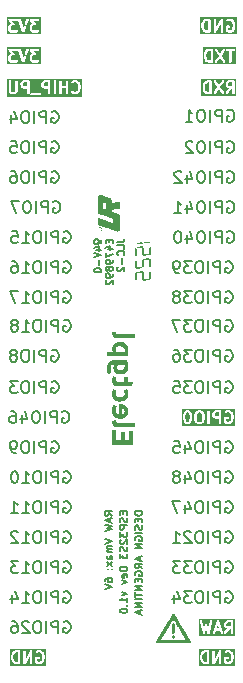
<source format=gbr>
%TF.GenerationSoftware,KiCad,Pcbnew,8.0.8*%
%TF.CreationDate,2025-04-17T09:07:27-03:00*%
%TF.ProjectId,ESP32_DevBoard_Minimal_Electgpl,45535033-325f-4446-9576-426f6172645f,rev?*%
%TF.SameCoordinates,Original*%
%TF.FileFunction,Legend,Bot*%
%TF.FilePolarity,Positive*%
%FSLAX46Y46*%
G04 Gerber Fmt 4.6, Leading zero omitted, Abs format (unit mm)*
G04 Created by KiCad (PCBNEW 8.0.8) date 2025-04-17 09:07:27*
%MOMM*%
%LPD*%
G01*
G04 APERTURE LIST*
%ADD10C,0.127000*%
%ADD11C,0.200000*%
%ADD12C,0.150000*%
%ADD13C,0.000000*%
%ADD14C,0.600000*%
%ADD15O,1.000000X1.700000*%
%ADD16O,0.850000X1.700000*%
%ADD17R,1.700000X1.700000*%
%ADD18O,1.700000X1.700000*%
G04 APERTURE END LIST*
D10*
X148173065Y-115804742D02*
X148173065Y-116016409D01*
X148505684Y-116107123D02*
X148505684Y-115804742D01*
X148505684Y-115804742D02*
X147870684Y-115804742D01*
X147870684Y-115804742D02*
X147870684Y-116107123D01*
X148475446Y-116349028D02*
X148505684Y-116439742D01*
X148505684Y-116439742D02*
X148505684Y-116590933D01*
X148505684Y-116590933D02*
X148475446Y-116651409D01*
X148475446Y-116651409D02*
X148445207Y-116681647D01*
X148445207Y-116681647D02*
X148384731Y-116711885D01*
X148384731Y-116711885D02*
X148324255Y-116711885D01*
X148324255Y-116711885D02*
X148263779Y-116681647D01*
X148263779Y-116681647D02*
X148233541Y-116651409D01*
X148233541Y-116651409D02*
X148203303Y-116590933D01*
X148203303Y-116590933D02*
X148173065Y-116469980D01*
X148173065Y-116469980D02*
X148142826Y-116409504D01*
X148142826Y-116409504D02*
X148112588Y-116379266D01*
X148112588Y-116379266D02*
X148052112Y-116349028D01*
X148052112Y-116349028D02*
X147991636Y-116349028D01*
X147991636Y-116349028D02*
X147931160Y-116379266D01*
X147931160Y-116379266D02*
X147900922Y-116409504D01*
X147900922Y-116409504D02*
X147870684Y-116469980D01*
X147870684Y-116469980D02*
X147870684Y-116621171D01*
X147870684Y-116621171D02*
X147900922Y-116711885D01*
X148505684Y-116984028D02*
X147870684Y-116984028D01*
X147870684Y-116984028D02*
X147870684Y-117225933D01*
X147870684Y-117225933D02*
X147900922Y-117286409D01*
X147900922Y-117286409D02*
X147931160Y-117316647D01*
X147931160Y-117316647D02*
X147991636Y-117346885D01*
X147991636Y-117346885D02*
X148082350Y-117346885D01*
X148082350Y-117346885D02*
X148142826Y-117316647D01*
X148142826Y-117316647D02*
X148173065Y-117286409D01*
X148173065Y-117286409D02*
X148203303Y-117225933D01*
X148203303Y-117225933D02*
X148203303Y-116984028D01*
X147870684Y-117558552D02*
X147870684Y-117951647D01*
X147870684Y-117951647D02*
X148112588Y-117739980D01*
X148112588Y-117739980D02*
X148112588Y-117830695D01*
X148112588Y-117830695D02*
X148142826Y-117891171D01*
X148142826Y-117891171D02*
X148173065Y-117921409D01*
X148173065Y-117921409D02*
X148233541Y-117951647D01*
X148233541Y-117951647D02*
X148384731Y-117951647D01*
X148384731Y-117951647D02*
X148445207Y-117921409D01*
X148445207Y-117921409D02*
X148475446Y-117891171D01*
X148475446Y-117891171D02*
X148505684Y-117830695D01*
X148505684Y-117830695D02*
X148505684Y-117649266D01*
X148505684Y-117649266D02*
X148475446Y-117588790D01*
X148475446Y-117588790D02*
X148445207Y-117558552D01*
X147931160Y-118193552D02*
X147900922Y-118223790D01*
X147900922Y-118223790D02*
X147870684Y-118284266D01*
X147870684Y-118284266D02*
X147870684Y-118435457D01*
X147870684Y-118435457D02*
X147900922Y-118495933D01*
X147900922Y-118495933D02*
X147931160Y-118526171D01*
X147931160Y-118526171D02*
X147991636Y-118556409D01*
X147991636Y-118556409D02*
X148052112Y-118556409D01*
X148052112Y-118556409D02*
X148142826Y-118526171D01*
X148142826Y-118526171D02*
X148505684Y-118163314D01*
X148505684Y-118163314D02*
X148505684Y-118556409D01*
X148475446Y-118798314D02*
X148505684Y-118889028D01*
X148505684Y-118889028D02*
X148505684Y-119040219D01*
X148505684Y-119040219D02*
X148475446Y-119100695D01*
X148475446Y-119100695D02*
X148445207Y-119130933D01*
X148445207Y-119130933D02*
X148384731Y-119161171D01*
X148384731Y-119161171D02*
X148324255Y-119161171D01*
X148324255Y-119161171D02*
X148263779Y-119130933D01*
X148263779Y-119130933D02*
X148233541Y-119100695D01*
X148233541Y-119100695D02*
X148203303Y-119040219D01*
X148203303Y-119040219D02*
X148173065Y-118919266D01*
X148173065Y-118919266D02*
X148142826Y-118858790D01*
X148142826Y-118858790D02*
X148112588Y-118828552D01*
X148112588Y-118828552D02*
X148052112Y-118798314D01*
X148052112Y-118798314D02*
X147991636Y-118798314D01*
X147991636Y-118798314D02*
X147931160Y-118828552D01*
X147931160Y-118828552D02*
X147900922Y-118858790D01*
X147900922Y-118858790D02*
X147870684Y-118919266D01*
X147870684Y-118919266D02*
X147870684Y-119070457D01*
X147870684Y-119070457D02*
X147900922Y-119161171D01*
X147870684Y-119372838D02*
X147870684Y-119765933D01*
X147870684Y-119765933D02*
X148112588Y-119554266D01*
X148112588Y-119554266D02*
X148112588Y-119644981D01*
X148112588Y-119644981D02*
X148142826Y-119705457D01*
X148142826Y-119705457D02*
X148173065Y-119735695D01*
X148173065Y-119735695D02*
X148233541Y-119765933D01*
X148233541Y-119765933D02*
X148384731Y-119765933D01*
X148384731Y-119765933D02*
X148445207Y-119735695D01*
X148445207Y-119735695D02*
X148475446Y-119705457D01*
X148475446Y-119705457D02*
X148505684Y-119644981D01*
X148505684Y-119644981D02*
X148505684Y-119463552D01*
X148505684Y-119463552D02*
X148475446Y-119403076D01*
X148475446Y-119403076D02*
X148445207Y-119372838D01*
X148505684Y-120521886D02*
X147870684Y-120521886D01*
X147870684Y-120521886D02*
X147870684Y-120673076D01*
X147870684Y-120673076D02*
X147900922Y-120763791D01*
X147900922Y-120763791D02*
X147961398Y-120824267D01*
X147961398Y-120824267D02*
X148021874Y-120854505D01*
X148021874Y-120854505D02*
X148142826Y-120884743D01*
X148142826Y-120884743D02*
X148233541Y-120884743D01*
X148233541Y-120884743D02*
X148354493Y-120854505D01*
X148354493Y-120854505D02*
X148414969Y-120824267D01*
X148414969Y-120824267D02*
X148475446Y-120763791D01*
X148475446Y-120763791D02*
X148505684Y-120673076D01*
X148505684Y-120673076D02*
X148505684Y-120521886D01*
X148475446Y-121398791D02*
X148505684Y-121338315D01*
X148505684Y-121338315D02*
X148505684Y-121217362D01*
X148505684Y-121217362D02*
X148475446Y-121156886D01*
X148475446Y-121156886D02*
X148414969Y-121126648D01*
X148414969Y-121126648D02*
X148173065Y-121126648D01*
X148173065Y-121126648D02*
X148112588Y-121156886D01*
X148112588Y-121156886D02*
X148082350Y-121217362D01*
X148082350Y-121217362D02*
X148082350Y-121338315D01*
X148082350Y-121338315D02*
X148112588Y-121398791D01*
X148112588Y-121398791D02*
X148173065Y-121429029D01*
X148173065Y-121429029D02*
X148233541Y-121429029D01*
X148233541Y-121429029D02*
X148294017Y-121126648D01*
X148082350Y-121640696D02*
X148505684Y-121791886D01*
X148505684Y-121791886D02*
X148082350Y-121943077D01*
X148082350Y-122608316D02*
X148505684Y-122759506D01*
X148505684Y-122759506D02*
X148082350Y-122910697D01*
X148505684Y-123485221D02*
X148505684Y-123122364D01*
X148505684Y-123303792D02*
X147870684Y-123303792D01*
X147870684Y-123303792D02*
X147961398Y-123243316D01*
X147961398Y-123243316D02*
X148021874Y-123182840D01*
X148021874Y-123182840D02*
X148052112Y-123122364D01*
X148445207Y-123757364D02*
X148475446Y-123787602D01*
X148475446Y-123787602D02*
X148505684Y-123757364D01*
X148505684Y-123757364D02*
X148475446Y-123727126D01*
X148475446Y-123727126D02*
X148445207Y-123757364D01*
X148445207Y-123757364D02*
X148505684Y-123757364D01*
X147870684Y-124180697D02*
X147870684Y-124241174D01*
X147870684Y-124241174D02*
X147900922Y-124301650D01*
X147900922Y-124301650D02*
X147931160Y-124331888D01*
X147931160Y-124331888D02*
X147991636Y-124362126D01*
X147991636Y-124362126D02*
X148112588Y-124392364D01*
X148112588Y-124392364D02*
X148263779Y-124392364D01*
X148263779Y-124392364D02*
X148384731Y-124362126D01*
X148384731Y-124362126D02*
X148445207Y-124331888D01*
X148445207Y-124331888D02*
X148475446Y-124301650D01*
X148475446Y-124301650D02*
X148505684Y-124241174D01*
X148505684Y-124241174D02*
X148505684Y-124180697D01*
X148505684Y-124180697D02*
X148475446Y-124120221D01*
X148475446Y-124120221D02*
X148445207Y-124089983D01*
X148445207Y-124089983D02*
X148384731Y-124059745D01*
X148384731Y-124059745D02*
X148263779Y-124029507D01*
X148263779Y-124029507D02*
X148112588Y-124029507D01*
X148112588Y-124029507D02*
X147991636Y-124059745D01*
X147991636Y-124059745D02*
X147931160Y-124089983D01*
X147931160Y-124089983D02*
X147900922Y-124120221D01*
X147900922Y-124120221D02*
X147870684Y-124180697D01*
D11*
X142108517Y-87052838D02*
X142203755Y-87005219D01*
X142203755Y-87005219D02*
X142346612Y-87005219D01*
X142346612Y-87005219D02*
X142489469Y-87052838D01*
X142489469Y-87052838D02*
X142584707Y-87148076D01*
X142584707Y-87148076D02*
X142632326Y-87243314D01*
X142632326Y-87243314D02*
X142679945Y-87433790D01*
X142679945Y-87433790D02*
X142679945Y-87576647D01*
X142679945Y-87576647D02*
X142632326Y-87767123D01*
X142632326Y-87767123D02*
X142584707Y-87862361D01*
X142584707Y-87862361D02*
X142489469Y-87957600D01*
X142489469Y-87957600D02*
X142346612Y-88005219D01*
X142346612Y-88005219D02*
X142251374Y-88005219D01*
X142251374Y-88005219D02*
X142108517Y-87957600D01*
X142108517Y-87957600D02*
X142060898Y-87909980D01*
X142060898Y-87909980D02*
X142060898Y-87576647D01*
X142060898Y-87576647D02*
X142251374Y-87576647D01*
X141632326Y-88005219D02*
X141632326Y-87005219D01*
X141632326Y-87005219D02*
X141251374Y-87005219D01*
X141251374Y-87005219D02*
X141156136Y-87052838D01*
X141156136Y-87052838D02*
X141108517Y-87100457D01*
X141108517Y-87100457D02*
X141060898Y-87195695D01*
X141060898Y-87195695D02*
X141060898Y-87338552D01*
X141060898Y-87338552D02*
X141108517Y-87433790D01*
X141108517Y-87433790D02*
X141156136Y-87481409D01*
X141156136Y-87481409D02*
X141251374Y-87529028D01*
X141251374Y-87529028D02*
X141632326Y-87529028D01*
X140632326Y-88005219D02*
X140632326Y-87005219D01*
X139965660Y-87005219D02*
X139775184Y-87005219D01*
X139775184Y-87005219D02*
X139679946Y-87052838D01*
X139679946Y-87052838D02*
X139584708Y-87148076D01*
X139584708Y-87148076D02*
X139537089Y-87338552D01*
X139537089Y-87338552D02*
X139537089Y-87671885D01*
X139537089Y-87671885D02*
X139584708Y-87862361D01*
X139584708Y-87862361D02*
X139679946Y-87957600D01*
X139679946Y-87957600D02*
X139775184Y-88005219D01*
X139775184Y-88005219D02*
X139965660Y-88005219D01*
X139965660Y-88005219D02*
X140060898Y-87957600D01*
X140060898Y-87957600D02*
X140156136Y-87862361D01*
X140156136Y-87862361D02*
X140203755Y-87671885D01*
X140203755Y-87671885D02*
X140203755Y-87338552D01*
X140203755Y-87338552D02*
X140156136Y-87148076D01*
X140156136Y-87148076D02*
X140060898Y-87052838D01*
X140060898Y-87052838D02*
X139965660Y-87005219D01*
X138679946Y-87005219D02*
X138870422Y-87005219D01*
X138870422Y-87005219D02*
X138965660Y-87052838D01*
X138965660Y-87052838D02*
X139013279Y-87100457D01*
X139013279Y-87100457D02*
X139108517Y-87243314D01*
X139108517Y-87243314D02*
X139156136Y-87433790D01*
X139156136Y-87433790D02*
X139156136Y-87814742D01*
X139156136Y-87814742D02*
X139108517Y-87909980D01*
X139108517Y-87909980D02*
X139060898Y-87957600D01*
X139060898Y-87957600D02*
X138965660Y-88005219D01*
X138965660Y-88005219D02*
X138775184Y-88005219D01*
X138775184Y-88005219D02*
X138679946Y-87957600D01*
X138679946Y-87957600D02*
X138632327Y-87909980D01*
X138632327Y-87909980D02*
X138584708Y-87814742D01*
X138584708Y-87814742D02*
X138584708Y-87576647D01*
X138584708Y-87576647D02*
X138632327Y-87481409D01*
X138632327Y-87481409D02*
X138679946Y-87433790D01*
X138679946Y-87433790D02*
X138775184Y-87386171D01*
X138775184Y-87386171D02*
X138965660Y-87386171D01*
X138965660Y-87386171D02*
X139060898Y-87433790D01*
X139060898Y-87433790D02*
X139108517Y-87481409D01*
X139108517Y-87481409D02*
X139156136Y-87576647D01*
X156967517Y-81845838D02*
X157062755Y-81798219D01*
X157062755Y-81798219D02*
X157205612Y-81798219D01*
X157205612Y-81798219D02*
X157348469Y-81845838D01*
X157348469Y-81845838D02*
X157443707Y-81941076D01*
X157443707Y-81941076D02*
X157491326Y-82036314D01*
X157491326Y-82036314D02*
X157538945Y-82226790D01*
X157538945Y-82226790D02*
X157538945Y-82369647D01*
X157538945Y-82369647D02*
X157491326Y-82560123D01*
X157491326Y-82560123D02*
X157443707Y-82655361D01*
X157443707Y-82655361D02*
X157348469Y-82750600D01*
X157348469Y-82750600D02*
X157205612Y-82798219D01*
X157205612Y-82798219D02*
X157110374Y-82798219D01*
X157110374Y-82798219D02*
X156967517Y-82750600D01*
X156967517Y-82750600D02*
X156919898Y-82702980D01*
X156919898Y-82702980D02*
X156919898Y-82369647D01*
X156919898Y-82369647D02*
X157110374Y-82369647D01*
X156491326Y-82798219D02*
X156491326Y-81798219D01*
X156491326Y-81798219D02*
X156110374Y-81798219D01*
X156110374Y-81798219D02*
X156015136Y-81845838D01*
X156015136Y-81845838D02*
X155967517Y-81893457D01*
X155967517Y-81893457D02*
X155919898Y-81988695D01*
X155919898Y-81988695D02*
X155919898Y-82131552D01*
X155919898Y-82131552D02*
X155967517Y-82226790D01*
X155967517Y-82226790D02*
X156015136Y-82274409D01*
X156015136Y-82274409D02*
X156110374Y-82322028D01*
X156110374Y-82322028D02*
X156491326Y-82322028D01*
X155491326Y-82798219D02*
X155491326Y-81798219D01*
X154824660Y-81798219D02*
X154634184Y-81798219D01*
X154634184Y-81798219D02*
X154538946Y-81845838D01*
X154538946Y-81845838D02*
X154443708Y-81941076D01*
X154443708Y-81941076D02*
X154396089Y-82131552D01*
X154396089Y-82131552D02*
X154396089Y-82464885D01*
X154396089Y-82464885D02*
X154443708Y-82655361D01*
X154443708Y-82655361D02*
X154538946Y-82750600D01*
X154538946Y-82750600D02*
X154634184Y-82798219D01*
X154634184Y-82798219D02*
X154824660Y-82798219D01*
X154824660Y-82798219D02*
X154919898Y-82750600D01*
X154919898Y-82750600D02*
X155015136Y-82655361D01*
X155015136Y-82655361D02*
X155062755Y-82464885D01*
X155062755Y-82464885D02*
X155062755Y-82131552D01*
X155062755Y-82131552D02*
X155015136Y-81941076D01*
X155015136Y-81941076D02*
X154919898Y-81845838D01*
X154919898Y-81845838D02*
X154824660Y-81798219D01*
X153443708Y-82798219D02*
X154015136Y-82798219D01*
X153729422Y-82798219D02*
X153729422Y-81798219D01*
X153729422Y-81798219D02*
X153824660Y-81941076D01*
X153824660Y-81941076D02*
X153919898Y-82036314D01*
X153919898Y-82036314D02*
X154015136Y-82083933D01*
X143124517Y-125152838D02*
X143219755Y-125105219D01*
X143219755Y-125105219D02*
X143362612Y-125105219D01*
X143362612Y-125105219D02*
X143505469Y-125152838D01*
X143505469Y-125152838D02*
X143600707Y-125248076D01*
X143600707Y-125248076D02*
X143648326Y-125343314D01*
X143648326Y-125343314D02*
X143695945Y-125533790D01*
X143695945Y-125533790D02*
X143695945Y-125676647D01*
X143695945Y-125676647D02*
X143648326Y-125867123D01*
X143648326Y-125867123D02*
X143600707Y-125962361D01*
X143600707Y-125962361D02*
X143505469Y-126057600D01*
X143505469Y-126057600D02*
X143362612Y-126105219D01*
X143362612Y-126105219D02*
X143267374Y-126105219D01*
X143267374Y-126105219D02*
X143124517Y-126057600D01*
X143124517Y-126057600D02*
X143076898Y-126009980D01*
X143076898Y-126009980D02*
X143076898Y-125676647D01*
X143076898Y-125676647D02*
X143267374Y-125676647D01*
X142648326Y-126105219D02*
X142648326Y-125105219D01*
X142648326Y-125105219D02*
X142267374Y-125105219D01*
X142267374Y-125105219D02*
X142172136Y-125152838D01*
X142172136Y-125152838D02*
X142124517Y-125200457D01*
X142124517Y-125200457D02*
X142076898Y-125295695D01*
X142076898Y-125295695D02*
X142076898Y-125438552D01*
X142076898Y-125438552D02*
X142124517Y-125533790D01*
X142124517Y-125533790D02*
X142172136Y-125581409D01*
X142172136Y-125581409D02*
X142267374Y-125629028D01*
X142267374Y-125629028D02*
X142648326Y-125629028D01*
X141648326Y-126105219D02*
X141648326Y-125105219D01*
X140981660Y-125105219D02*
X140791184Y-125105219D01*
X140791184Y-125105219D02*
X140695946Y-125152838D01*
X140695946Y-125152838D02*
X140600708Y-125248076D01*
X140600708Y-125248076D02*
X140553089Y-125438552D01*
X140553089Y-125438552D02*
X140553089Y-125771885D01*
X140553089Y-125771885D02*
X140600708Y-125962361D01*
X140600708Y-125962361D02*
X140695946Y-126057600D01*
X140695946Y-126057600D02*
X140791184Y-126105219D01*
X140791184Y-126105219D02*
X140981660Y-126105219D01*
X140981660Y-126105219D02*
X141076898Y-126057600D01*
X141076898Y-126057600D02*
X141172136Y-125962361D01*
X141172136Y-125962361D02*
X141219755Y-125771885D01*
X141219755Y-125771885D02*
X141219755Y-125438552D01*
X141219755Y-125438552D02*
X141172136Y-125248076D01*
X141172136Y-125248076D02*
X141076898Y-125152838D01*
X141076898Y-125152838D02*
X140981660Y-125105219D01*
X140172136Y-125200457D02*
X140124517Y-125152838D01*
X140124517Y-125152838D02*
X140029279Y-125105219D01*
X140029279Y-125105219D02*
X139791184Y-125105219D01*
X139791184Y-125105219D02*
X139695946Y-125152838D01*
X139695946Y-125152838D02*
X139648327Y-125200457D01*
X139648327Y-125200457D02*
X139600708Y-125295695D01*
X139600708Y-125295695D02*
X139600708Y-125390933D01*
X139600708Y-125390933D02*
X139648327Y-125533790D01*
X139648327Y-125533790D02*
X140219755Y-126105219D01*
X140219755Y-126105219D02*
X139600708Y-126105219D01*
X138743565Y-125105219D02*
X138934041Y-125105219D01*
X138934041Y-125105219D02*
X139029279Y-125152838D01*
X139029279Y-125152838D02*
X139076898Y-125200457D01*
X139076898Y-125200457D02*
X139172136Y-125343314D01*
X139172136Y-125343314D02*
X139219755Y-125533790D01*
X139219755Y-125533790D02*
X139219755Y-125914742D01*
X139219755Y-125914742D02*
X139172136Y-126009980D01*
X139172136Y-126009980D02*
X139124517Y-126057600D01*
X139124517Y-126057600D02*
X139029279Y-126105219D01*
X139029279Y-126105219D02*
X138838803Y-126105219D01*
X138838803Y-126105219D02*
X138743565Y-126057600D01*
X138743565Y-126057600D02*
X138695946Y-126009980D01*
X138695946Y-126009980D02*
X138648327Y-125914742D01*
X138648327Y-125914742D02*
X138648327Y-125676647D01*
X138648327Y-125676647D02*
X138695946Y-125581409D01*
X138695946Y-125581409D02*
X138743565Y-125533790D01*
X138743565Y-125533790D02*
X138838803Y-125486171D01*
X138838803Y-125486171D02*
X139029279Y-125486171D01*
X139029279Y-125486171D02*
X139124517Y-125533790D01*
X139124517Y-125533790D02*
X139172136Y-125581409D01*
X139172136Y-125581409D02*
X139219755Y-125676647D01*
X143124517Y-92132838D02*
X143219755Y-92085219D01*
X143219755Y-92085219D02*
X143362612Y-92085219D01*
X143362612Y-92085219D02*
X143505469Y-92132838D01*
X143505469Y-92132838D02*
X143600707Y-92228076D01*
X143600707Y-92228076D02*
X143648326Y-92323314D01*
X143648326Y-92323314D02*
X143695945Y-92513790D01*
X143695945Y-92513790D02*
X143695945Y-92656647D01*
X143695945Y-92656647D02*
X143648326Y-92847123D01*
X143648326Y-92847123D02*
X143600707Y-92942361D01*
X143600707Y-92942361D02*
X143505469Y-93037600D01*
X143505469Y-93037600D02*
X143362612Y-93085219D01*
X143362612Y-93085219D02*
X143267374Y-93085219D01*
X143267374Y-93085219D02*
X143124517Y-93037600D01*
X143124517Y-93037600D02*
X143076898Y-92989980D01*
X143076898Y-92989980D02*
X143076898Y-92656647D01*
X143076898Y-92656647D02*
X143267374Y-92656647D01*
X142648326Y-93085219D02*
X142648326Y-92085219D01*
X142648326Y-92085219D02*
X142267374Y-92085219D01*
X142267374Y-92085219D02*
X142172136Y-92132838D01*
X142172136Y-92132838D02*
X142124517Y-92180457D01*
X142124517Y-92180457D02*
X142076898Y-92275695D01*
X142076898Y-92275695D02*
X142076898Y-92418552D01*
X142076898Y-92418552D02*
X142124517Y-92513790D01*
X142124517Y-92513790D02*
X142172136Y-92561409D01*
X142172136Y-92561409D02*
X142267374Y-92609028D01*
X142267374Y-92609028D02*
X142648326Y-92609028D01*
X141648326Y-93085219D02*
X141648326Y-92085219D01*
X140981660Y-92085219D02*
X140791184Y-92085219D01*
X140791184Y-92085219D02*
X140695946Y-92132838D01*
X140695946Y-92132838D02*
X140600708Y-92228076D01*
X140600708Y-92228076D02*
X140553089Y-92418552D01*
X140553089Y-92418552D02*
X140553089Y-92751885D01*
X140553089Y-92751885D02*
X140600708Y-92942361D01*
X140600708Y-92942361D02*
X140695946Y-93037600D01*
X140695946Y-93037600D02*
X140791184Y-93085219D01*
X140791184Y-93085219D02*
X140981660Y-93085219D01*
X140981660Y-93085219D02*
X141076898Y-93037600D01*
X141076898Y-93037600D02*
X141172136Y-92942361D01*
X141172136Y-92942361D02*
X141219755Y-92751885D01*
X141219755Y-92751885D02*
X141219755Y-92418552D01*
X141219755Y-92418552D02*
X141172136Y-92228076D01*
X141172136Y-92228076D02*
X141076898Y-92132838D01*
X141076898Y-92132838D02*
X140981660Y-92085219D01*
X139600708Y-93085219D02*
X140172136Y-93085219D01*
X139886422Y-93085219D02*
X139886422Y-92085219D01*
X139886422Y-92085219D02*
X139981660Y-92228076D01*
X139981660Y-92228076D02*
X140076898Y-92323314D01*
X140076898Y-92323314D02*
X140172136Y-92370933D01*
X138695946Y-92085219D02*
X139172136Y-92085219D01*
X139172136Y-92085219D02*
X139219755Y-92561409D01*
X139219755Y-92561409D02*
X139172136Y-92513790D01*
X139172136Y-92513790D02*
X139076898Y-92466171D01*
X139076898Y-92466171D02*
X138838803Y-92466171D01*
X138838803Y-92466171D02*
X138743565Y-92513790D01*
X138743565Y-92513790D02*
X138695946Y-92561409D01*
X138695946Y-92561409D02*
X138648327Y-92656647D01*
X138648327Y-92656647D02*
X138648327Y-92894742D01*
X138648327Y-92894742D02*
X138695946Y-92989980D01*
X138695946Y-92989980D02*
X138743565Y-93037600D01*
X138743565Y-93037600D02*
X138838803Y-93085219D01*
X138838803Y-93085219D02*
X139076898Y-93085219D01*
X139076898Y-93085219D02*
X139172136Y-93037600D01*
X139172136Y-93037600D02*
X139219755Y-92989980D01*
X142235517Y-89592838D02*
X142330755Y-89545219D01*
X142330755Y-89545219D02*
X142473612Y-89545219D01*
X142473612Y-89545219D02*
X142616469Y-89592838D01*
X142616469Y-89592838D02*
X142711707Y-89688076D01*
X142711707Y-89688076D02*
X142759326Y-89783314D01*
X142759326Y-89783314D02*
X142806945Y-89973790D01*
X142806945Y-89973790D02*
X142806945Y-90116647D01*
X142806945Y-90116647D02*
X142759326Y-90307123D01*
X142759326Y-90307123D02*
X142711707Y-90402361D01*
X142711707Y-90402361D02*
X142616469Y-90497600D01*
X142616469Y-90497600D02*
X142473612Y-90545219D01*
X142473612Y-90545219D02*
X142378374Y-90545219D01*
X142378374Y-90545219D02*
X142235517Y-90497600D01*
X142235517Y-90497600D02*
X142187898Y-90449980D01*
X142187898Y-90449980D02*
X142187898Y-90116647D01*
X142187898Y-90116647D02*
X142378374Y-90116647D01*
X141759326Y-90545219D02*
X141759326Y-89545219D01*
X141759326Y-89545219D02*
X141378374Y-89545219D01*
X141378374Y-89545219D02*
X141283136Y-89592838D01*
X141283136Y-89592838D02*
X141235517Y-89640457D01*
X141235517Y-89640457D02*
X141187898Y-89735695D01*
X141187898Y-89735695D02*
X141187898Y-89878552D01*
X141187898Y-89878552D02*
X141235517Y-89973790D01*
X141235517Y-89973790D02*
X141283136Y-90021409D01*
X141283136Y-90021409D02*
X141378374Y-90069028D01*
X141378374Y-90069028D02*
X141759326Y-90069028D01*
X140759326Y-90545219D02*
X140759326Y-89545219D01*
X140092660Y-89545219D02*
X139902184Y-89545219D01*
X139902184Y-89545219D02*
X139806946Y-89592838D01*
X139806946Y-89592838D02*
X139711708Y-89688076D01*
X139711708Y-89688076D02*
X139664089Y-89878552D01*
X139664089Y-89878552D02*
X139664089Y-90211885D01*
X139664089Y-90211885D02*
X139711708Y-90402361D01*
X139711708Y-90402361D02*
X139806946Y-90497600D01*
X139806946Y-90497600D02*
X139902184Y-90545219D01*
X139902184Y-90545219D02*
X140092660Y-90545219D01*
X140092660Y-90545219D02*
X140187898Y-90497600D01*
X140187898Y-90497600D02*
X140283136Y-90402361D01*
X140283136Y-90402361D02*
X140330755Y-90211885D01*
X140330755Y-90211885D02*
X140330755Y-89878552D01*
X140330755Y-89878552D02*
X140283136Y-89688076D01*
X140283136Y-89688076D02*
X140187898Y-89592838D01*
X140187898Y-89592838D02*
X140092660Y-89545219D01*
X139330755Y-89545219D02*
X138664089Y-89545219D01*
X138664089Y-89545219D02*
X139092660Y-90545219D01*
G36*
X153686043Y-107455024D02*
G01*
X153710712Y-107479692D01*
X153746165Y-107550599D01*
X153788136Y-107718480D01*
X153788136Y-107931956D01*
X153746165Y-108099837D01*
X153710712Y-108170743D01*
X153686043Y-108195413D01*
X153626434Y-108225219D01*
X153578410Y-108225219D01*
X153518800Y-108195414D01*
X153494133Y-108170746D01*
X153458678Y-108099837D01*
X153416708Y-107931956D01*
X153416708Y-107718481D01*
X153458678Y-107550599D01*
X153494132Y-107479692D01*
X153518800Y-107455023D01*
X153578410Y-107425219D01*
X153626434Y-107425219D01*
X153686043Y-107455024D01*
G37*
G36*
X154733661Y-107455023D02*
G01*
X154797840Y-107519202D01*
X154835755Y-107670861D01*
X154835755Y-107979575D01*
X154797839Y-108131235D01*
X154733663Y-108195413D01*
X154674053Y-108225219D01*
X154530791Y-108225219D01*
X154471181Y-108195414D01*
X154407004Y-108131236D01*
X154369089Y-107979575D01*
X154369089Y-107670862D01*
X154407004Y-107519202D01*
X154471183Y-107455023D01*
X154530791Y-107425219D01*
X154674053Y-107425219D01*
X154733661Y-107455023D01*
G37*
G36*
X156264326Y-107749028D02*
G01*
X156006981Y-107749028D01*
X155947371Y-107719223D01*
X155922703Y-107694554D01*
X155892898Y-107634944D01*
X155892898Y-107539302D01*
X155922703Y-107479692D01*
X155947371Y-107455023D01*
X156006981Y-107425219D01*
X156264326Y-107425219D01*
X156264326Y-107749028D01*
G37*
G36*
X157623056Y-108536330D02*
G01*
X153105597Y-108536330D01*
X153105597Y-107706171D01*
X153216708Y-107706171D01*
X153216708Y-107944266D01*
X153217043Y-107947668D01*
X153216826Y-107949127D01*
X153217905Y-107956424D01*
X153218629Y-107963775D01*
X153219193Y-107965138D01*
X153219694Y-107968520D01*
X153267313Y-108158995D01*
X153267826Y-108160432D01*
X153267878Y-108161155D01*
X153270986Y-108169279D01*
X153273908Y-108177456D01*
X153274338Y-108178036D01*
X153274884Y-108179463D01*
X153322503Y-108274701D01*
X153327786Y-108283093D01*
X153328798Y-108285537D01*
X153331054Y-108288286D01*
X153332946Y-108291291D01*
X153334940Y-108293020D01*
X153341235Y-108300690D01*
X153388853Y-108348310D01*
X153396521Y-108354603D01*
X153398253Y-108356600D01*
X153401261Y-108358493D01*
X153404007Y-108360747D01*
X153406447Y-108361757D01*
X153414844Y-108367043D01*
X153510081Y-108414662D01*
X153528390Y-108421668D01*
X153531973Y-108421922D01*
X153535294Y-108423298D01*
X153554803Y-108425219D01*
X153650041Y-108425219D01*
X153669550Y-108423298D01*
X153672870Y-108421922D01*
X153676454Y-108421668D01*
X153694762Y-108414662D01*
X153790000Y-108367043D01*
X153798395Y-108361758D01*
X153800837Y-108360747D01*
X153803584Y-108358491D01*
X153806590Y-108356600D01*
X153808320Y-108354605D01*
X153815990Y-108348310D01*
X153863609Y-108300690D01*
X153869901Y-108293023D01*
X153871898Y-108291292D01*
X153873791Y-108288284D01*
X153876046Y-108285537D01*
X153877057Y-108283095D01*
X153882341Y-108274701D01*
X153929960Y-108179464D01*
X153930506Y-108178035D01*
X153930936Y-108177456D01*
X153933857Y-108169279D01*
X153936966Y-108161155D01*
X153937017Y-108160434D01*
X153937531Y-108158996D01*
X153985150Y-107968520D01*
X153985650Y-107965138D01*
X153986215Y-107963775D01*
X153986938Y-107956424D01*
X153988018Y-107949127D01*
X153987800Y-107947668D01*
X153988136Y-107944266D01*
X153988136Y-107706171D01*
X153987800Y-107702768D01*
X153988018Y-107701310D01*
X153986938Y-107694012D01*
X153986215Y-107686662D01*
X153985650Y-107685298D01*
X153985150Y-107681917D01*
X153979309Y-107658552D01*
X154169089Y-107658552D01*
X154169089Y-107991885D01*
X154169424Y-107995287D01*
X154169207Y-107996746D01*
X154170286Y-108004043D01*
X154171010Y-108011394D01*
X154171574Y-108012757D01*
X154172075Y-108016139D01*
X154219694Y-108206614D01*
X154226289Y-108225075D01*
X154230714Y-108231047D01*
X154233560Y-108237918D01*
X154245997Y-108253071D01*
X154341235Y-108348311D01*
X154348903Y-108354604D01*
X154350634Y-108356600D01*
X154353641Y-108358493D01*
X154356388Y-108360747D01*
X154358828Y-108361757D01*
X154367225Y-108367043D01*
X154462462Y-108414662D01*
X154480771Y-108421668D01*
X154484354Y-108421922D01*
X154487675Y-108423298D01*
X154507184Y-108425219D01*
X154697660Y-108425219D01*
X154717169Y-108423298D01*
X154720489Y-108421922D01*
X154724073Y-108421668D01*
X154742381Y-108414662D01*
X154837619Y-108367043D01*
X154846014Y-108361758D01*
X154848456Y-108360747D01*
X154851203Y-108358491D01*
X154854209Y-108356600D01*
X154855939Y-108354605D01*
X154863609Y-108348310D01*
X154958847Y-108253071D01*
X154971284Y-108237918D01*
X154974129Y-108231047D01*
X154978555Y-108225075D01*
X154985150Y-108206615D01*
X155032769Y-108016139D01*
X155033269Y-108012757D01*
X155033834Y-108011394D01*
X155034557Y-108004043D01*
X155035637Y-107996746D01*
X155035419Y-107995287D01*
X155035755Y-107991885D01*
X155035755Y-107658552D01*
X155035419Y-107655149D01*
X155035637Y-107653691D01*
X155034557Y-107646393D01*
X155033834Y-107639043D01*
X155033269Y-107637679D01*
X155032769Y-107634298D01*
X154985150Y-107443822D01*
X154978555Y-107425362D01*
X154974128Y-107419387D01*
X154971283Y-107412519D01*
X154958847Y-107397365D01*
X154886701Y-107325219D01*
X155264326Y-107325219D01*
X155264326Y-108325219D01*
X155266247Y-108344728D01*
X155281179Y-108380776D01*
X155308769Y-108408366D01*
X155344817Y-108423298D01*
X155383835Y-108423298D01*
X155419883Y-108408366D01*
X155447473Y-108380776D01*
X155462405Y-108344728D01*
X155464326Y-108325219D01*
X155464326Y-107515695D01*
X155692898Y-107515695D01*
X155692898Y-107658552D01*
X155694819Y-107678061D01*
X155696194Y-107681381D01*
X155696449Y-107684965D01*
X155703455Y-107703273D01*
X155751074Y-107798511D01*
X155756359Y-107806907D01*
X155757370Y-107809347D01*
X155759623Y-107812093D01*
X155761517Y-107815101D01*
X155763511Y-107816830D01*
X155769806Y-107824501D01*
X155817425Y-107872119D01*
X155825091Y-107878411D01*
X155826824Y-107880409D01*
X155829832Y-107882302D01*
X155832578Y-107884556D01*
X155835018Y-107885566D01*
X155843415Y-107890852D01*
X155938652Y-107938471D01*
X155956961Y-107945477D01*
X155960544Y-107945731D01*
X155963865Y-107947107D01*
X155983374Y-107949028D01*
X156264326Y-107949028D01*
X156264326Y-108325219D01*
X156266247Y-108344728D01*
X156281179Y-108380776D01*
X156308769Y-108408366D01*
X156344817Y-108423298D01*
X156383835Y-108423298D01*
X156419883Y-108408366D01*
X156447473Y-108380776D01*
X156462405Y-108344728D01*
X156464326Y-108325219D01*
X156464326Y-107896647D01*
X156692898Y-107896647D01*
X156692898Y-108229980D01*
X156694819Y-108249489D01*
X156696303Y-108253071D01*
X156709750Y-108285537D01*
X156722187Y-108300690D01*
X156769805Y-108348310D01*
X156784959Y-108360747D01*
X156788278Y-108362122D01*
X156790994Y-108364477D01*
X156808894Y-108372468D01*
X156951751Y-108420087D01*
X156961423Y-108422286D01*
X156963865Y-108423298D01*
X156967402Y-108423646D01*
X156970866Y-108424434D01*
X156973500Y-108424246D01*
X156983374Y-108425219D01*
X157078612Y-108425219D01*
X157088485Y-108424246D01*
X157091119Y-108424434D01*
X157094582Y-108423646D01*
X157098121Y-108423298D01*
X157100563Y-108422286D01*
X157110235Y-108420087D01*
X157253091Y-108372468D01*
X157270992Y-108364477D01*
X157273707Y-108362122D01*
X157277027Y-108360747D01*
X157292180Y-108348310D01*
X157387418Y-108253071D01*
X157393710Y-108245404D01*
X157395707Y-108243673D01*
X157397600Y-108240665D01*
X157399855Y-108237918D01*
X157400866Y-108235476D01*
X157406150Y-108227082D01*
X157453769Y-108131845D01*
X157454315Y-108130416D01*
X157454745Y-108129837D01*
X157457666Y-108121660D01*
X157460775Y-108113536D01*
X157460826Y-108112815D01*
X157461340Y-108111377D01*
X157508959Y-107920901D01*
X157509459Y-107917519D01*
X157510024Y-107916156D01*
X157510747Y-107908805D01*
X157511827Y-107901508D01*
X157511609Y-107900049D01*
X157511945Y-107896647D01*
X157511945Y-107753790D01*
X157511609Y-107750387D01*
X157511827Y-107748929D01*
X157510747Y-107741631D01*
X157510024Y-107734281D01*
X157509459Y-107732917D01*
X157508959Y-107729536D01*
X157461340Y-107539060D01*
X157460826Y-107537621D01*
X157460775Y-107536901D01*
X157457666Y-107528776D01*
X157454745Y-107520600D01*
X157454315Y-107520020D01*
X157453769Y-107518592D01*
X157406150Y-107423355D01*
X157400863Y-107414956D01*
X157399854Y-107412519D01*
X157397602Y-107409775D01*
X157395707Y-107406764D01*
X157393709Y-107405031D01*
X157387418Y-107397365D01*
X157292180Y-107302127D01*
X157277026Y-107289691D01*
X157273707Y-107288316D01*
X157270992Y-107285961D01*
X157253091Y-107277970D01*
X157110235Y-107230351D01*
X157100563Y-107228151D01*
X157098121Y-107227140D01*
X157094582Y-107226791D01*
X157091119Y-107226004D01*
X157088485Y-107226191D01*
X157078612Y-107225219D01*
X156935755Y-107225219D01*
X156916246Y-107227140D01*
X156912925Y-107228515D01*
X156909342Y-107228770D01*
X156891033Y-107235776D01*
X156795796Y-107283395D01*
X156779205Y-107293838D01*
X156753641Y-107323315D01*
X156741302Y-107360331D01*
X156744068Y-107399251D01*
X156761517Y-107434150D01*
X156790994Y-107459714D01*
X156828010Y-107472053D01*
X156866930Y-107469287D01*
X156885238Y-107462281D01*
X156959362Y-107425219D01*
X157062385Y-107425219D01*
X157167449Y-107460240D01*
X157234522Y-107527313D01*
X157269974Y-107598218D01*
X157311945Y-107766099D01*
X157311945Y-107884337D01*
X157269974Y-108052218D01*
X157234521Y-108123124D01*
X157167450Y-108190197D01*
X157062385Y-108225219D01*
X156999600Y-108225219D01*
X156894535Y-108190197D01*
X156892898Y-108188559D01*
X156892898Y-107996647D01*
X156983374Y-107996647D01*
X157002883Y-107994726D01*
X157038931Y-107979794D01*
X157066521Y-107952204D01*
X157081453Y-107916156D01*
X157081453Y-107877138D01*
X157066521Y-107841090D01*
X157038931Y-107813500D01*
X157002883Y-107798568D01*
X156983374Y-107796647D01*
X156792898Y-107796647D01*
X156773389Y-107798568D01*
X156737341Y-107813500D01*
X156709751Y-107841090D01*
X156694819Y-107877138D01*
X156692898Y-107896647D01*
X156464326Y-107896647D01*
X156464326Y-107325219D01*
X156462405Y-107305710D01*
X156447473Y-107269662D01*
X156419883Y-107242072D01*
X156383835Y-107227140D01*
X156364326Y-107225219D01*
X155983374Y-107225219D01*
X155963865Y-107227140D01*
X155960544Y-107228515D01*
X155956961Y-107228770D01*
X155938652Y-107235776D01*
X155843415Y-107283395D01*
X155835018Y-107288680D01*
X155832578Y-107289691D01*
X155829832Y-107291944D01*
X155826824Y-107293838D01*
X155825091Y-107295835D01*
X155817425Y-107302128D01*
X155769806Y-107349746D01*
X155763511Y-107357416D01*
X155761517Y-107359146D01*
X155759623Y-107362153D01*
X155757370Y-107364900D01*
X155756359Y-107367339D01*
X155751074Y-107375736D01*
X155703455Y-107470974D01*
X155696449Y-107489282D01*
X155696194Y-107492865D01*
X155694819Y-107496186D01*
X155692898Y-107515695D01*
X155464326Y-107515695D01*
X155464326Y-107325219D01*
X155462405Y-107305710D01*
X155447473Y-107269662D01*
X155419883Y-107242072D01*
X155383835Y-107227140D01*
X155344817Y-107227140D01*
X155308769Y-107242072D01*
X155281179Y-107269662D01*
X155266247Y-107305710D01*
X155264326Y-107325219D01*
X154886701Y-107325219D01*
X154863609Y-107302127D01*
X154855938Y-107295832D01*
X154854209Y-107293838D01*
X154851201Y-107291944D01*
X154848455Y-107289691D01*
X154846015Y-107288680D01*
X154837619Y-107283395D01*
X154742381Y-107235776D01*
X154724073Y-107228770D01*
X154720489Y-107228515D01*
X154717169Y-107227140D01*
X154697660Y-107225219D01*
X154507184Y-107225219D01*
X154487675Y-107227140D01*
X154484354Y-107228515D01*
X154480771Y-107228770D01*
X154462462Y-107235776D01*
X154367225Y-107283395D01*
X154358826Y-107288681D01*
X154356389Y-107289691D01*
X154353645Y-107291942D01*
X154350634Y-107293838D01*
X154348901Y-107295835D01*
X154341235Y-107302127D01*
X154245997Y-107397365D01*
X154233561Y-107412519D01*
X154230715Y-107419387D01*
X154226289Y-107425362D01*
X154219694Y-107443823D01*
X154172075Y-107634298D01*
X154171574Y-107637679D01*
X154171010Y-107639043D01*
X154170286Y-107646393D01*
X154169207Y-107653691D01*
X154169424Y-107655149D01*
X154169089Y-107658552D01*
X153979309Y-107658552D01*
X153937531Y-107491441D01*
X153937017Y-107490002D01*
X153936966Y-107489282D01*
X153933857Y-107481157D01*
X153930936Y-107472981D01*
X153930506Y-107472401D01*
X153929960Y-107470973D01*
X153882341Y-107375736D01*
X153877055Y-107367339D01*
X153876045Y-107364899D01*
X153873791Y-107362153D01*
X153871898Y-107359145D01*
X153869900Y-107357412D01*
X153863608Y-107349746D01*
X153815990Y-107302127D01*
X153808319Y-107295832D01*
X153806590Y-107293838D01*
X153803582Y-107291944D01*
X153800836Y-107289691D01*
X153798396Y-107288680D01*
X153790000Y-107283395D01*
X153694762Y-107235776D01*
X153676454Y-107228770D01*
X153672870Y-107228515D01*
X153669550Y-107227140D01*
X153650041Y-107225219D01*
X153554803Y-107225219D01*
X153535294Y-107227140D01*
X153531973Y-107228515D01*
X153528390Y-107228770D01*
X153510081Y-107235776D01*
X153414844Y-107283395D01*
X153406447Y-107288680D01*
X153404007Y-107289691D01*
X153401261Y-107291944D01*
X153398253Y-107293838D01*
X153396520Y-107295835D01*
X153388854Y-107302128D01*
X153341235Y-107349746D01*
X153334940Y-107357416D01*
X153332946Y-107359146D01*
X153331052Y-107362153D01*
X153328799Y-107364900D01*
X153327788Y-107367339D01*
X153322503Y-107375736D01*
X153274884Y-107470974D01*
X153274338Y-107472400D01*
X153273908Y-107472981D01*
X153270986Y-107481157D01*
X153267878Y-107489282D01*
X153267826Y-107490004D01*
X153267313Y-107491442D01*
X153219694Y-107681917D01*
X153219193Y-107685298D01*
X153218629Y-107686662D01*
X153217905Y-107694012D01*
X153216826Y-107701310D01*
X153217043Y-107702768D01*
X153216708Y-107706171D01*
X153105597Y-107706171D01*
X153105597Y-107114108D01*
X157623056Y-107114108D01*
X157623056Y-108536330D01*
G37*
X143124517Y-112452838D02*
X143219755Y-112405219D01*
X143219755Y-112405219D02*
X143362612Y-112405219D01*
X143362612Y-112405219D02*
X143505469Y-112452838D01*
X143505469Y-112452838D02*
X143600707Y-112548076D01*
X143600707Y-112548076D02*
X143648326Y-112643314D01*
X143648326Y-112643314D02*
X143695945Y-112833790D01*
X143695945Y-112833790D02*
X143695945Y-112976647D01*
X143695945Y-112976647D02*
X143648326Y-113167123D01*
X143648326Y-113167123D02*
X143600707Y-113262361D01*
X143600707Y-113262361D02*
X143505469Y-113357600D01*
X143505469Y-113357600D02*
X143362612Y-113405219D01*
X143362612Y-113405219D02*
X143267374Y-113405219D01*
X143267374Y-113405219D02*
X143124517Y-113357600D01*
X143124517Y-113357600D02*
X143076898Y-113309980D01*
X143076898Y-113309980D02*
X143076898Y-112976647D01*
X143076898Y-112976647D02*
X143267374Y-112976647D01*
X142648326Y-113405219D02*
X142648326Y-112405219D01*
X142648326Y-112405219D02*
X142267374Y-112405219D01*
X142267374Y-112405219D02*
X142172136Y-112452838D01*
X142172136Y-112452838D02*
X142124517Y-112500457D01*
X142124517Y-112500457D02*
X142076898Y-112595695D01*
X142076898Y-112595695D02*
X142076898Y-112738552D01*
X142076898Y-112738552D02*
X142124517Y-112833790D01*
X142124517Y-112833790D02*
X142172136Y-112881409D01*
X142172136Y-112881409D02*
X142267374Y-112929028D01*
X142267374Y-112929028D02*
X142648326Y-112929028D01*
X141648326Y-113405219D02*
X141648326Y-112405219D01*
X140981660Y-112405219D02*
X140791184Y-112405219D01*
X140791184Y-112405219D02*
X140695946Y-112452838D01*
X140695946Y-112452838D02*
X140600708Y-112548076D01*
X140600708Y-112548076D02*
X140553089Y-112738552D01*
X140553089Y-112738552D02*
X140553089Y-113071885D01*
X140553089Y-113071885D02*
X140600708Y-113262361D01*
X140600708Y-113262361D02*
X140695946Y-113357600D01*
X140695946Y-113357600D02*
X140791184Y-113405219D01*
X140791184Y-113405219D02*
X140981660Y-113405219D01*
X140981660Y-113405219D02*
X141076898Y-113357600D01*
X141076898Y-113357600D02*
X141172136Y-113262361D01*
X141172136Y-113262361D02*
X141219755Y-113071885D01*
X141219755Y-113071885D02*
X141219755Y-112738552D01*
X141219755Y-112738552D02*
X141172136Y-112548076D01*
X141172136Y-112548076D02*
X141076898Y-112452838D01*
X141076898Y-112452838D02*
X140981660Y-112405219D01*
X139600708Y-113405219D02*
X140172136Y-113405219D01*
X139886422Y-113405219D02*
X139886422Y-112405219D01*
X139886422Y-112405219D02*
X139981660Y-112548076D01*
X139981660Y-112548076D02*
X140076898Y-112643314D01*
X140076898Y-112643314D02*
X140172136Y-112690933D01*
X138981660Y-112405219D02*
X138886422Y-112405219D01*
X138886422Y-112405219D02*
X138791184Y-112452838D01*
X138791184Y-112452838D02*
X138743565Y-112500457D01*
X138743565Y-112500457D02*
X138695946Y-112595695D01*
X138695946Y-112595695D02*
X138648327Y-112786171D01*
X138648327Y-112786171D02*
X138648327Y-113024266D01*
X138648327Y-113024266D02*
X138695946Y-113214742D01*
X138695946Y-113214742D02*
X138743565Y-113309980D01*
X138743565Y-113309980D02*
X138791184Y-113357600D01*
X138791184Y-113357600D02*
X138886422Y-113405219D01*
X138886422Y-113405219D02*
X138981660Y-113405219D01*
X138981660Y-113405219D02*
X139076898Y-113357600D01*
X139076898Y-113357600D02*
X139124517Y-113309980D01*
X139124517Y-113309980D02*
X139172136Y-113214742D01*
X139172136Y-113214742D02*
X139219755Y-113024266D01*
X139219755Y-113024266D02*
X139219755Y-112786171D01*
X139219755Y-112786171D02*
X139172136Y-112595695D01*
X139172136Y-112595695D02*
X139124517Y-112500457D01*
X139124517Y-112500457D02*
X139076898Y-112452838D01*
X139076898Y-112452838D02*
X138981660Y-112405219D01*
X143124517Y-114992838D02*
X143219755Y-114945219D01*
X143219755Y-114945219D02*
X143362612Y-114945219D01*
X143362612Y-114945219D02*
X143505469Y-114992838D01*
X143505469Y-114992838D02*
X143600707Y-115088076D01*
X143600707Y-115088076D02*
X143648326Y-115183314D01*
X143648326Y-115183314D02*
X143695945Y-115373790D01*
X143695945Y-115373790D02*
X143695945Y-115516647D01*
X143695945Y-115516647D02*
X143648326Y-115707123D01*
X143648326Y-115707123D02*
X143600707Y-115802361D01*
X143600707Y-115802361D02*
X143505469Y-115897600D01*
X143505469Y-115897600D02*
X143362612Y-115945219D01*
X143362612Y-115945219D02*
X143267374Y-115945219D01*
X143267374Y-115945219D02*
X143124517Y-115897600D01*
X143124517Y-115897600D02*
X143076898Y-115849980D01*
X143076898Y-115849980D02*
X143076898Y-115516647D01*
X143076898Y-115516647D02*
X143267374Y-115516647D01*
X142648326Y-115945219D02*
X142648326Y-114945219D01*
X142648326Y-114945219D02*
X142267374Y-114945219D01*
X142267374Y-114945219D02*
X142172136Y-114992838D01*
X142172136Y-114992838D02*
X142124517Y-115040457D01*
X142124517Y-115040457D02*
X142076898Y-115135695D01*
X142076898Y-115135695D02*
X142076898Y-115278552D01*
X142076898Y-115278552D02*
X142124517Y-115373790D01*
X142124517Y-115373790D02*
X142172136Y-115421409D01*
X142172136Y-115421409D02*
X142267374Y-115469028D01*
X142267374Y-115469028D02*
X142648326Y-115469028D01*
X141648326Y-115945219D02*
X141648326Y-114945219D01*
X140981660Y-114945219D02*
X140791184Y-114945219D01*
X140791184Y-114945219D02*
X140695946Y-114992838D01*
X140695946Y-114992838D02*
X140600708Y-115088076D01*
X140600708Y-115088076D02*
X140553089Y-115278552D01*
X140553089Y-115278552D02*
X140553089Y-115611885D01*
X140553089Y-115611885D02*
X140600708Y-115802361D01*
X140600708Y-115802361D02*
X140695946Y-115897600D01*
X140695946Y-115897600D02*
X140791184Y-115945219D01*
X140791184Y-115945219D02*
X140981660Y-115945219D01*
X140981660Y-115945219D02*
X141076898Y-115897600D01*
X141076898Y-115897600D02*
X141172136Y-115802361D01*
X141172136Y-115802361D02*
X141219755Y-115611885D01*
X141219755Y-115611885D02*
X141219755Y-115278552D01*
X141219755Y-115278552D02*
X141172136Y-115088076D01*
X141172136Y-115088076D02*
X141076898Y-114992838D01*
X141076898Y-114992838D02*
X140981660Y-114945219D01*
X139600708Y-115945219D02*
X140172136Y-115945219D01*
X139886422Y-115945219D02*
X139886422Y-114945219D01*
X139886422Y-114945219D02*
X139981660Y-115088076D01*
X139981660Y-115088076D02*
X140076898Y-115183314D01*
X140076898Y-115183314D02*
X140172136Y-115230933D01*
X138648327Y-115945219D02*
X139219755Y-115945219D01*
X138934041Y-115945219D02*
X138934041Y-114945219D01*
X138934041Y-114945219D02*
X139029279Y-115088076D01*
X139029279Y-115088076D02*
X139124517Y-115183314D01*
X139124517Y-115183314D02*
X139219755Y-115230933D01*
X142997517Y-107372838D02*
X143092755Y-107325219D01*
X143092755Y-107325219D02*
X143235612Y-107325219D01*
X143235612Y-107325219D02*
X143378469Y-107372838D01*
X143378469Y-107372838D02*
X143473707Y-107468076D01*
X143473707Y-107468076D02*
X143521326Y-107563314D01*
X143521326Y-107563314D02*
X143568945Y-107753790D01*
X143568945Y-107753790D02*
X143568945Y-107896647D01*
X143568945Y-107896647D02*
X143521326Y-108087123D01*
X143521326Y-108087123D02*
X143473707Y-108182361D01*
X143473707Y-108182361D02*
X143378469Y-108277600D01*
X143378469Y-108277600D02*
X143235612Y-108325219D01*
X143235612Y-108325219D02*
X143140374Y-108325219D01*
X143140374Y-108325219D02*
X142997517Y-108277600D01*
X142997517Y-108277600D02*
X142949898Y-108229980D01*
X142949898Y-108229980D02*
X142949898Y-107896647D01*
X142949898Y-107896647D02*
X143140374Y-107896647D01*
X142521326Y-108325219D02*
X142521326Y-107325219D01*
X142521326Y-107325219D02*
X142140374Y-107325219D01*
X142140374Y-107325219D02*
X142045136Y-107372838D01*
X142045136Y-107372838D02*
X141997517Y-107420457D01*
X141997517Y-107420457D02*
X141949898Y-107515695D01*
X141949898Y-107515695D02*
X141949898Y-107658552D01*
X141949898Y-107658552D02*
X141997517Y-107753790D01*
X141997517Y-107753790D02*
X142045136Y-107801409D01*
X142045136Y-107801409D02*
X142140374Y-107849028D01*
X142140374Y-107849028D02*
X142521326Y-107849028D01*
X141521326Y-108325219D02*
X141521326Y-107325219D01*
X140854660Y-107325219D02*
X140664184Y-107325219D01*
X140664184Y-107325219D02*
X140568946Y-107372838D01*
X140568946Y-107372838D02*
X140473708Y-107468076D01*
X140473708Y-107468076D02*
X140426089Y-107658552D01*
X140426089Y-107658552D02*
X140426089Y-107991885D01*
X140426089Y-107991885D02*
X140473708Y-108182361D01*
X140473708Y-108182361D02*
X140568946Y-108277600D01*
X140568946Y-108277600D02*
X140664184Y-108325219D01*
X140664184Y-108325219D02*
X140854660Y-108325219D01*
X140854660Y-108325219D02*
X140949898Y-108277600D01*
X140949898Y-108277600D02*
X141045136Y-108182361D01*
X141045136Y-108182361D02*
X141092755Y-107991885D01*
X141092755Y-107991885D02*
X141092755Y-107658552D01*
X141092755Y-107658552D02*
X141045136Y-107468076D01*
X141045136Y-107468076D02*
X140949898Y-107372838D01*
X140949898Y-107372838D02*
X140854660Y-107325219D01*
X139568946Y-107658552D02*
X139568946Y-108325219D01*
X139807041Y-107277600D02*
X140045136Y-107991885D01*
X140045136Y-107991885D02*
X139426089Y-107991885D01*
X138616565Y-107325219D02*
X138807041Y-107325219D01*
X138807041Y-107325219D02*
X138902279Y-107372838D01*
X138902279Y-107372838D02*
X138949898Y-107420457D01*
X138949898Y-107420457D02*
X139045136Y-107563314D01*
X139045136Y-107563314D02*
X139092755Y-107753790D01*
X139092755Y-107753790D02*
X139092755Y-108134742D01*
X139092755Y-108134742D02*
X139045136Y-108229980D01*
X139045136Y-108229980D02*
X138997517Y-108277600D01*
X138997517Y-108277600D02*
X138902279Y-108325219D01*
X138902279Y-108325219D02*
X138711803Y-108325219D01*
X138711803Y-108325219D02*
X138616565Y-108277600D01*
X138616565Y-108277600D02*
X138568946Y-108229980D01*
X138568946Y-108229980D02*
X138521327Y-108134742D01*
X138521327Y-108134742D02*
X138521327Y-107896647D01*
X138521327Y-107896647D02*
X138568946Y-107801409D01*
X138568946Y-107801409D02*
X138616565Y-107753790D01*
X138616565Y-107753790D02*
X138711803Y-107706171D01*
X138711803Y-107706171D02*
X138902279Y-107706171D01*
X138902279Y-107706171D02*
X138997517Y-107753790D01*
X138997517Y-107753790D02*
X139045136Y-107801409D01*
X139045136Y-107801409D02*
X139092755Y-107896647D01*
X156840517Y-102165838D02*
X156935755Y-102118219D01*
X156935755Y-102118219D02*
X157078612Y-102118219D01*
X157078612Y-102118219D02*
X157221469Y-102165838D01*
X157221469Y-102165838D02*
X157316707Y-102261076D01*
X157316707Y-102261076D02*
X157364326Y-102356314D01*
X157364326Y-102356314D02*
X157411945Y-102546790D01*
X157411945Y-102546790D02*
X157411945Y-102689647D01*
X157411945Y-102689647D02*
X157364326Y-102880123D01*
X157364326Y-102880123D02*
X157316707Y-102975361D01*
X157316707Y-102975361D02*
X157221469Y-103070600D01*
X157221469Y-103070600D02*
X157078612Y-103118219D01*
X157078612Y-103118219D02*
X156983374Y-103118219D01*
X156983374Y-103118219D02*
X156840517Y-103070600D01*
X156840517Y-103070600D02*
X156792898Y-103022980D01*
X156792898Y-103022980D02*
X156792898Y-102689647D01*
X156792898Y-102689647D02*
X156983374Y-102689647D01*
X156364326Y-103118219D02*
X156364326Y-102118219D01*
X156364326Y-102118219D02*
X155983374Y-102118219D01*
X155983374Y-102118219D02*
X155888136Y-102165838D01*
X155888136Y-102165838D02*
X155840517Y-102213457D01*
X155840517Y-102213457D02*
X155792898Y-102308695D01*
X155792898Y-102308695D02*
X155792898Y-102451552D01*
X155792898Y-102451552D02*
X155840517Y-102546790D01*
X155840517Y-102546790D02*
X155888136Y-102594409D01*
X155888136Y-102594409D02*
X155983374Y-102642028D01*
X155983374Y-102642028D02*
X156364326Y-102642028D01*
X155364326Y-103118219D02*
X155364326Y-102118219D01*
X154697660Y-102118219D02*
X154507184Y-102118219D01*
X154507184Y-102118219D02*
X154411946Y-102165838D01*
X154411946Y-102165838D02*
X154316708Y-102261076D01*
X154316708Y-102261076D02*
X154269089Y-102451552D01*
X154269089Y-102451552D02*
X154269089Y-102784885D01*
X154269089Y-102784885D02*
X154316708Y-102975361D01*
X154316708Y-102975361D02*
X154411946Y-103070600D01*
X154411946Y-103070600D02*
X154507184Y-103118219D01*
X154507184Y-103118219D02*
X154697660Y-103118219D01*
X154697660Y-103118219D02*
X154792898Y-103070600D01*
X154792898Y-103070600D02*
X154888136Y-102975361D01*
X154888136Y-102975361D02*
X154935755Y-102784885D01*
X154935755Y-102784885D02*
X154935755Y-102451552D01*
X154935755Y-102451552D02*
X154888136Y-102261076D01*
X154888136Y-102261076D02*
X154792898Y-102165838D01*
X154792898Y-102165838D02*
X154697660Y-102118219D01*
X153935755Y-102118219D02*
X153316708Y-102118219D01*
X153316708Y-102118219D02*
X153650041Y-102499171D01*
X153650041Y-102499171D02*
X153507184Y-102499171D01*
X153507184Y-102499171D02*
X153411946Y-102546790D01*
X153411946Y-102546790D02*
X153364327Y-102594409D01*
X153364327Y-102594409D02*
X153316708Y-102689647D01*
X153316708Y-102689647D02*
X153316708Y-102927742D01*
X153316708Y-102927742D02*
X153364327Y-103022980D01*
X153364327Y-103022980D02*
X153411946Y-103070600D01*
X153411946Y-103070600D02*
X153507184Y-103118219D01*
X153507184Y-103118219D02*
X153792898Y-103118219D01*
X153792898Y-103118219D02*
X153888136Y-103070600D01*
X153888136Y-103070600D02*
X153935755Y-103022980D01*
X152459565Y-102118219D02*
X152650041Y-102118219D01*
X152650041Y-102118219D02*
X152745279Y-102165838D01*
X152745279Y-102165838D02*
X152792898Y-102213457D01*
X152792898Y-102213457D02*
X152888136Y-102356314D01*
X152888136Y-102356314D02*
X152935755Y-102546790D01*
X152935755Y-102546790D02*
X152935755Y-102927742D01*
X152935755Y-102927742D02*
X152888136Y-103022980D01*
X152888136Y-103022980D02*
X152840517Y-103070600D01*
X152840517Y-103070600D02*
X152745279Y-103118219D01*
X152745279Y-103118219D02*
X152554803Y-103118219D01*
X152554803Y-103118219D02*
X152459565Y-103070600D01*
X152459565Y-103070600D02*
X152411946Y-103022980D01*
X152411946Y-103022980D02*
X152364327Y-102927742D01*
X152364327Y-102927742D02*
X152364327Y-102689647D01*
X152364327Y-102689647D02*
X152411946Y-102594409D01*
X152411946Y-102594409D02*
X152459565Y-102546790D01*
X152459565Y-102546790D02*
X152554803Y-102499171D01*
X152554803Y-102499171D02*
X152745279Y-102499171D01*
X152745279Y-102499171D02*
X152840517Y-102546790D01*
X152840517Y-102546790D02*
X152888136Y-102594409D01*
X152888136Y-102594409D02*
X152935755Y-102689647D01*
X156967517Y-92132838D02*
X157062755Y-92085219D01*
X157062755Y-92085219D02*
X157205612Y-92085219D01*
X157205612Y-92085219D02*
X157348469Y-92132838D01*
X157348469Y-92132838D02*
X157443707Y-92228076D01*
X157443707Y-92228076D02*
X157491326Y-92323314D01*
X157491326Y-92323314D02*
X157538945Y-92513790D01*
X157538945Y-92513790D02*
X157538945Y-92656647D01*
X157538945Y-92656647D02*
X157491326Y-92847123D01*
X157491326Y-92847123D02*
X157443707Y-92942361D01*
X157443707Y-92942361D02*
X157348469Y-93037600D01*
X157348469Y-93037600D02*
X157205612Y-93085219D01*
X157205612Y-93085219D02*
X157110374Y-93085219D01*
X157110374Y-93085219D02*
X156967517Y-93037600D01*
X156967517Y-93037600D02*
X156919898Y-92989980D01*
X156919898Y-92989980D02*
X156919898Y-92656647D01*
X156919898Y-92656647D02*
X157110374Y-92656647D01*
X156491326Y-93085219D02*
X156491326Y-92085219D01*
X156491326Y-92085219D02*
X156110374Y-92085219D01*
X156110374Y-92085219D02*
X156015136Y-92132838D01*
X156015136Y-92132838D02*
X155967517Y-92180457D01*
X155967517Y-92180457D02*
X155919898Y-92275695D01*
X155919898Y-92275695D02*
X155919898Y-92418552D01*
X155919898Y-92418552D02*
X155967517Y-92513790D01*
X155967517Y-92513790D02*
X156015136Y-92561409D01*
X156015136Y-92561409D02*
X156110374Y-92609028D01*
X156110374Y-92609028D02*
X156491326Y-92609028D01*
X155491326Y-93085219D02*
X155491326Y-92085219D01*
X154824660Y-92085219D02*
X154634184Y-92085219D01*
X154634184Y-92085219D02*
X154538946Y-92132838D01*
X154538946Y-92132838D02*
X154443708Y-92228076D01*
X154443708Y-92228076D02*
X154396089Y-92418552D01*
X154396089Y-92418552D02*
X154396089Y-92751885D01*
X154396089Y-92751885D02*
X154443708Y-92942361D01*
X154443708Y-92942361D02*
X154538946Y-93037600D01*
X154538946Y-93037600D02*
X154634184Y-93085219D01*
X154634184Y-93085219D02*
X154824660Y-93085219D01*
X154824660Y-93085219D02*
X154919898Y-93037600D01*
X154919898Y-93037600D02*
X155015136Y-92942361D01*
X155015136Y-92942361D02*
X155062755Y-92751885D01*
X155062755Y-92751885D02*
X155062755Y-92418552D01*
X155062755Y-92418552D02*
X155015136Y-92228076D01*
X155015136Y-92228076D02*
X154919898Y-92132838D01*
X154919898Y-92132838D02*
X154824660Y-92085219D01*
X153538946Y-92418552D02*
X153538946Y-93085219D01*
X153777041Y-92037600D02*
X154015136Y-92751885D01*
X154015136Y-92751885D02*
X153396089Y-92751885D01*
X152824660Y-92085219D02*
X152729422Y-92085219D01*
X152729422Y-92085219D02*
X152634184Y-92132838D01*
X152634184Y-92132838D02*
X152586565Y-92180457D01*
X152586565Y-92180457D02*
X152538946Y-92275695D01*
X152538946Y-92275695D02*
X152491327Y-92466171D01*
X152491327Y-92466171D02*
X152491327Y-92704266D01*
X152491327Y-92704266D02*
X152538946Y-92894742D01*
X152538946Y-92894742D02*
X152586565Y-92989980D01*
X152586565Y-92989980D02*
X152634184Y-93037600D01*
X152634184Y-93037600D02*
X152729422Y-93085219D01*
X152729422Y-93085219D02*
X152824660Y-93085219D01*
X152824660Y-93085219D02*
X152919898Y-93037600D01*
X152919898Y-93037600D02*
X152967517Y-92989980D01*
X152967517Y-92989980D02*
X153015136Y-92894742D01*
X153015136Y-92894742D02*
X153062755Y-92704266D01*
X153062755Y-92704266D02*
X153062755Y-92466171D01*
X153062755Y-92466171D02*
X153015136Y-92275695D01*
X153015136Y-92275695D02*
X152967517Y-92180457D01*
X152967517Y-92180457D02*
X152919898Y-92132838D01*
X152919898Y-92132838D02*
X152824660Y-92085219D01*
X156840517Y-94672838D02*
X156935755Y-94625219D01*
X156935755Y-94625219D02*
X157078612Y-94625219D01*
X157078612Y-94625219D02*
X157221469Y-94672838D01*
X157221469Y-94672838D02*
X157316707Y-94768076D01*
X157316707Y-94768076D02*
X157364326Y-94863314D01*
X157364326Y-94863314D02*
X157411945Y-95053790D01*
X157411945Y-95053790D02*
X157411945Y-95196647D01*
X157411945Y-95196647D02*
X157364326Y-95387123D01*
X157364326Y-95387123D02*
X157316707Y-95482361D01*
X157316707Y-95482361D02*
X157221469Y-95577600D01*
X157221469Y-95577600D02*
X157078612Y-95625219D01*
X157078612Y-95625219D02*
X156983374Y-95625219D01*
X156983374Y-95625219D02*
X156840517Y-95577600D01*
X156840517Y-95577600D02*
X156792898Y-95529980D01*
X156792898Y-95529980D02*
X156792898Y-95196647D01*
X156792898Y-95196647D02*
X156983374Y-95196647D01*
X156364326Y-95625219D02*
X156364326Y-94625219D01*
X156364326Y-94625219D02*
X155983374Y-94625219D01*
X155983374Y-94625219D02*
X155888136Y-94672838D01*
X155888136Y-94672838D02*
X155840517Y-94720457D01*
X155840517Y-94720457D02*
X155792898Y-94815695D01*
X155792898Y-94815695D02*
X155792898Y-94958552D01*
X155792898Y-94958552D02*
X155840517Y-95053790D01*
X155840517Y-95053790D02*
X155888136Y-95101409D01*
X155888136Y-95101409D02*
X155983374Y-95149028D01*
X155983374Y-95149028D02*
X156364326Y-95149028D01*
X155364326Y-95625219D02*
X155364326Y-94625219D01*
X154697660Y-94625219D02*
X154507184Y-94625219D01*
X154507184Y-94625219D02*
X154411946Y-94672838D01*
X154411946Y-94672838D02*
X154316708Y-94768076D01*
X154316708Y-94768076D02*
X154269089Y-94958552D01*
X154269089Y-94958552D02*
X154269089Y-95291885D01*
X154269089Y-95291885D02*
X154316708Y-95482361D01*
X154316708Y-95482361D02*
X154411946Y-95577600D01*
X154411946Y-95577600D02*
X154507184Y-95625219D01*
X154507184Y-95625219D02*
X154697660Y-95625219D01*
X154697660Y-95625219D02*
X154792898Y-95577600D01*
X154792898Y-95577600D02*
X154888136Y-95482361D01*
X154888136Y-95482361D02*
X154935755Y-95291885D01*
X154935755Y-95291885D02*
X154935755Y-94958552D01*
X154935755Y-94958552D02*
X154888136Y-94768076D01*
X154888136Y-94768076D02*
X154792898Y-94672838D01*
X154792898Y-94672838D02*
X154697660Y-94625219D01*
X153935755Y-94625219D02*
X153316708Y-94625219D01*
X153316708Y-94625219D02*
X153650041Y-95006171D01*
X153650041Y-95006171D02*
X153507184Y-95006171D01*
X153507184Y-95006171D02*
X153411946Y-95053790D01*
X153411946Y-95053790D02*
X153364327Y-95101409D01*
X153364327Y-95101409D02*
X153316708Y-95196647D01*
X153316708Y-95196647D02*
X153316708Y-95434742D01*
X153316708Y-95434742D02*
X153364327Y-95529980D01*
X153364327Y-95529980D02*
X153411946Y-95577600D01*
X153411946Y-95577600D02*
X153507184Y-95625219D01*
X153507184Y-95625219D02*
X153792898Y-95625219D01*
X153792898Y-95625219D02*
X153888136Y-95577600D01*
X153888136Y-95577600D02*
X153935755Y-95529980D01*
X152840517Y-95625219D02*
X152650041Y-95625219D01*
X152650041Y-95625219D02*
X152554803Y-95577600D01*
X152554803Y-95577600D02*
X152507184Y-95529980D01*
X152507184Y-95529980D02*
X152411946Y-95387123D01*
X152411946Y-95387123D02*
X152364327Y-95196647D01*
X152364327Y-95196647D02*
X152364327Y-94815695D01*
X152364327Y-94815695D02*
X152411946Y-94720457D01*
X152411946Y-94720457D02*
X152459565Y-94672838D01*
X152459565Y-94672838D02*
X152554803Y-94625219D01*
X152554803Y-94625219D02*
X152745279Y-94625219D01*
X152745279Y-94625219D02*
X152840517Y-94672838D01*
X152840517Y-94672838D02*
X152888136Y-94720457D01*
X152888136Y-94720457D02*
X152935755Y-94815695D01*
X152935755Y-94815695D02*
X152935755Y-95053790D01*
X152935755Y-95053790D02*
X152888136Y-95149028D01*
X152888136Y-95149028D02*
X152840517Y-95196647D01*
X152840517Y-95196647D02*
X152745279Y-95244266D01*
X152745279Y-95244266D02*
X152554803Y-95244266D01*
X152554803Y-95244266D02*
X152459565Y-95196647D01*
X152459565Y-95196647D02*
X152411946Y-95149028D01*
X152411946Y-95149028D02*
X152364327Y-95053790D01*
G36*
X139214707Y-128545219D02*
G01*
X139092838Y-128545219D01*
X138987773Y-128510197D01*
X138920703Y-128443127D01*
X138885249Y-128372218D01*
X138843279Y-128204337D01*
X138843279Y-128086100D01*
X138885249Y-127918218D01*
X138920702Y-127847312D01*
X138987774Y-127780240D01*
X139092838Y-127745219D01*
X139214707Y-127745219D01*
X139214707Y-128545219D01*
G37*
G36*
X141621056Y-128856330D02*
G01*
X138532168Y-128856330D01*
X138532168Y-128073790D01*
X138643279Y-128073790D01*
X138643279Y-128216647D01*
X138643614Y-128220049D01*
X138643397Y-128221508D01*
X138644476Y-128228805D01*
X138645200Y-128236156D01*
X138645764Y-128237519D01*
X138646265Y-128240901D01*
X138693884Y-128431376D01*
X138694397Y-128432813D01*
X138694449Y-128433536D01*
X138697557Y-128441660D01*
X138700479Y-128449837D01*
X138700909Y-128450417D01*
X138701455Y-128451844D01*
X138749074Y-128547082D01*
X138754356Y-128555474D01*
X138755369Y-128557918D01*
X138757625Y-128560667D01*
X138759517Y-128563672D01*
X138761511Y-128565401D01*
X138767806Y-128573071D01*
X138863044Y-128668311D01*
X138878197Y-128680747D01*
X138881516Y-128682122D01*
X138884232Y-128684477D01*
X138902132Y-128692468D01*
X139044989Y-128740087D01*
X139054661Y-128742286D01*
X139057103Y-128743298D01*
X139060640Y-128743646D01*
X139064104Y-128744434D01*
X139066738Y-128744246D01*
X139076612Y-128745219D01*
X139314707Y-128745219D01*
X139334216Y-128743298D01*
X139370264Y-128728366D01*
X139397854Y-128700776D01*
X139412786Y-128664728D01*
X139414707Y-128645219D01*
X139414707Y-127645219D01*
X139690898Y-127645219D01*
X139690898Y-128645219D01*
X139691392Y-128650236D01*
X139691142Y-128652204D01*
X139691836Y-128654750D01*
X139692819Y-128664728D01*
X139697910Y-128677018D01*
X139701409Y-128689847D01*
X139705311Y-128694885D01*
X139707751Y-128700776D01*
X139717156Y-128710181D01*
X139725299Y-128720696D01*
X139730833Y-128723858D01*
X139735341Y-128728366D01*
X139747626Y-128733454D01*
X139759176Y-128740055D01*
X139765500Y-128740858D01*
X139771389Y-128743298D01*
X139784690Y-128743298D01*
X139797883Y-128744975D01*
X139804032Y-128743298D01*
X139810407Y-128743298D01*
X139822697Y-128738206D01*
X139835526Y-128734708D01*
X139840564Y-128730805D01*
X139846455Y-128728366D01*
X139855860Y-128718960D01*
X139866375Y-128710818D01*
X139872178Y-128702642D01*
X139874045Y-128700776D01*
X139874803Y-128698943D01*
X139877722Y-128694833D01*
X140262326Y-128021775D01*
X140262326Y-128645219D01*
X140264247Y-128664728D01*
X140279179Y-128700776D01*
X140306769Y-128728366D01*
X140342817Y-128743298D01*
X140381835Y-128743298D01*
X140417883Y-128728366D01*
X140445473Y-128700776D01*
X140460405Y-128664728D01*
X140462326Y-128645219D01*
X140462326Y-128216647D01*
X140690898Y-128216647D01*
X140690898Y-128549980D01*
X140692819Y-128569488D01*
X140707750Y-128605537D01*
X140720187Y-128620690D01*
X140767805Y-128668310D01*
X140782959Y-128680747D01*
X140786278Y-128682122D01*
X140788994Y-128684477D01*
X140806894Y-128692468D01*
X140949751Y-128740087D01*
X140959423Y-128742286D01*
X140961865Y-128743298D01*
X140965402Y-128743646D01*
X140968866Y-128744434D01*
X140971500Y-128744246D01*
X140981374Y-128745219D01*
X141076612Y-128745219D01*
X141086485Y-128744246D01*
X141089119Y-128744434D01*
X141092582Y-128743646D01*
X141096121Y-128743298D01*
X141098563Y-128742286D01*
X141108235Y-128740087D01*
X141251091Y-128692468D01*
X141268992Y-128684477D01*
X141271707Y-128682122D01*
X141275027Y-128680747D01*
X141290180Y-128668310D01*
X141385418Y-128573071D01*
X141391710Y-128565404D01*
X141393707Y-128563673D01*
X141395600Y-128560665D01*
X141397855Y-128557918D01*
X141398866Y-128555476D01*
X141404150Y-128547082D01*
X141451769Y-128451845D01*
X141452315Y-128450416D01*
X141452745Y-128449837D01*
X141455666Y-128441660D01*
X141458775Y-128433536D01*
X141458826Y-128432815D01*
X141459340Y-128431377D01*
X141506959Y-128240901D01*
X141507459Y-128237519D01*
X141508024Y-128236156D01*
X141508747Y-128228805D01*
X141509827Y-128221508D01*
X141509609Y-128220049D01*
X141509945Y-128216647D01*
X141509945Y-128073790D01*
X141509609Y-128070387D01*
X141509827Y-128068929D01*
X141508747Y-128061631D01*
X141508024Y-128054281D01*
X141507459Y-128052917D01*
X141506959Y-128049536D01*
X141459340Y-127859060D01*
X141458826Y-127857621D01*
X141458775Y-127856901D01*
X141455666Y-127848776D01*
X141452745Y-127840600D01*
X141452315Y-127840020D01*
X141451769Y-127838592D01*
X141404150Y-127743355D01*
X141398863Y-127734956D01*
X141397854Y-127732519D01*
X141395602Y-127729775D01*
X141393707Y-127726764D01*
X141391709Y-127725031D01*
X141385418Y-127717365D01*
X141290180Y-127622127D01*
X141275026Y-127609691D01*
X141271707Y-127608316D01*
X141268992Y-127605961D01*
X141251091Y-127597970D01*
X141108235Y-127550351D01*
X141098563Y-127548151D01*
X141096121Y-127547140D01*
X141092582Y-127546791D01*
X141089119Y-127546004D01*
X141086485Y-127546191D01*
X141076612Y-127545219D01*
X140933755Y-127545219D01*
X140914246Y-127547140D01*
X140910925Y-127548515D01*
X140907342Y-127548770D01*
X140889033Y-127555776D01*
X140793796Y-127603395D01*
X140777205Y-127613838D01*
X140751641Y-127643315D01*
X140739302Y-127680331D01*
X140742068Y-127719251D01*
X140759517Y-127754150D01*
X140788994Y-127779714D01*
X140826010Y-127792053D01*
X140864930Y-127789287D01*
X140883238Y-127782281D01*
X140957362Y-127745219D01*
X141060385Y-127745219D01*
X141165449Y-127780240D01*
X141232522Y-127847313D01*
X141267974Y-127918218D01*
X141309945Y-128086099D01*
X141309945Y-128204337D01*
X141267974Y-128372218D01*
X141232521Y-128443124D01*
X141165450Y-128510197D01*
X141060385Y-128545219D01*
X140997600Y-128545219D01*
X140892535Y-128510197D01*
X140890898Y-128508559D01*
X140890898Y-128316647D01*
X140981374Y-128316647D01*
X141000883Y-128314726D01*
X141036931Y-128299794D01*
X141064521Y-128272204D01*
X141079453Y-128236156D01*
X141079453Y-128197138D01*
X141064521Y-128161090D01*
X141036931Y-128133500D01*
X141000883Y-128118568D01*
X140981374Y-128116647D01*
X140790898Y-128116647D01*
X140771389Y-128118568D01*
X140735341Y-128133500D01*
X140707751Y-128161090D01*
X140692819Y-128197138D01*
X140690898Y-128216647D01*
X140462326Y-128216647D01*
X140462326Y-127645219D01*
X140461831Y-127640201D01*
X140462082Y-127638234D01*
X140461387Y-127635687D01*
X140460405Y-127625710D01*
X140455315Y-127613423D01*
X140451816Y-127600591D01*
X140447911Y-127595549D01*
X140445473Y-127589662D01*
X140436069Y-127580258D01*
X140427925Y-127569742D01*
X140422390Y-127566579D01*
X140417883Y-127562072D01*
X140405597Y-127556983D01*
X140394048Y-127550383D01*
X140387723Y-127549579D01*
X140381835Y-127547140D01*
X140368535Y-127547140D01*
X140355342Y-127545463D01*
X140349193Y-127547140D01*
X140342817Y-127547140D01*
X140330530Y-127552229D01*
X140317698Y-127555729D01*
X140312656Y-127559633D01*
X140306769Y-127562072D01*
X140297365Y-127571475D01*
X140286849Y-127579620D01*
X140281045Y-127587795D01*
X140279179Y-127589662D01*
X140278420Y-127591494D01*
X140275502Y-127595605D01*
X139890898Y-128268662D01*
X139890898Y-127645219D01*
X139888977Y-127625710D01*
X139874045Y-127589662D01*
X139846455Y-127562072D01*
X139810407Y-127547140D01*
X139771389Y-127547140D01*
X139735341Y-127562072D01*
X139707751Y-127589662D01*
X139692819Y-127625710D01*
X139690898Y-127645219D01*
X139414707Y-127645219D01*
X139412786Y-127625710D01*
X139397854Y-127589662D01*
X139370264Y-127562072D01*
X139334216Y-127547140D01*
X139314707Y-127545219D01*
X139076612Y-127545219D01*
X139066738Y-127546191D01*
X139064104Y-127546004D01*
X139060640Y-127546791D01*
X139057103Y-127547140D01*
X139054661Y-127548151D01*
X139044989Y-127550351D01*
X138902132Y-127597970D01*
X138884232Y-127605961D01*
X138881516Y-127608316D01*
X138878198Y-127609691D01*
X138863044Y-127622127D01*
X138767806Y-127717365D01*
X138761511Y-127725035D01*
X138759517Y-127726765D01*
X138757623Y-127729772D01*
X138755370Y-127732519D01*
X138754359Y-127734958D01*
X138749074Y-127743355D01*
X138701455Y-127838593D01*
X138700909Y-127840019D01*
X138700479Y-127840600D01*
X138697557Y-127848776D01*
X138694449Y-127856901D01*
X138694397Y-127857623D01*
X138693884Y-127859061D01*
X138646265Y-128049536D01*
X138645764Y-128052917D01*
X138645200Y-128054281D01*
X138644476Y-128061631D01*
X138643397Y-128068929D01*
X138643614Y-128070387D01*
X138643279Y-128073790D01*
X138532168Y-128073790D01*
X138532168Y-127434108D01*
X141621056Y-127434108D01*
X141621056Y-128856330D01*
G37*
X156840517Y-117532838D02*
X156935755Y-117485219D01*
X156935755Y-117485219D02*
X157078612Y-117485219D01*
X157078612Y-117485219D02*
X157221469Y-117532838D01*
X157221469Y-117532838D02*
X157316707Y-117628076D01*
X157316707Y-117628076D02*
X157364326Y-117723314D01*
X157364326Y-117723314D02*
X157411945Y-117913790D01*
X157411945Y-117913790D02*
X157411945Y-118056647D01*
X157411945Y-118056647D02*
X157364326Y-118247123D01*
X157364326Y-118247123D02*
X157316707Y-118342361D01*
X157316707Y-118342361D02*
X157221469Y-118437600D01*
X157221469Y-118437600D02*
X157078612Y-118485219D01*
X157078612Y-118485219D02*
X156983374Y-118485219D01*
X156983374Y-118485219D02*
X156840517Y-118437600D01*
X156840517Y-118437600D02*
X156792898Y-118389980D01*
X156792898Y-118389980D02*
X156792898Y-118056647D01*
X156792898Y-118056647D02*
X156983374Y-118056647D01*
X156364326Y-118485219D02*
X156364326Y-117485219D01*
X156364326Y-117485219D02*
X155983374Y-117485219D01*
X155983374Y-117485219D02*
X155888136Y-117532838D01*
X155888136Y-117532838D02*
X155840517Y-117580457D01*
X155840517Y-117580457D02*
X155792898Y-117675695D01*
X155792898Y-117675695D02*
X155792898Y-117818552D01*
X155792898Y-117818552D02*
X155840517Y-117913790D01*
X155840517Y-117913790D02*
X155888136Y-117961409D01*
X155888136Y-117961409D02*
X155983374Y-118009028D01*
X155983374Y-118009028D02*
X156364326Y-118009028D01*
X155364326Y-118485219D02*
X155364326Y-117485219D01*
X154697660Y-117485219D02*
X154507184Y-117485219D01*
X154507184Y-117485219D02*
X154411946Y-117532838D01*
X154411946Y-117532838D02*
X154316708Y-117628076D01*
X154316708Y-117628076D02*
X154269089Y-117818552D01*
X154269089Y-117818552D02*
X154269089Y-118151885D01*
X154269089Y-118151885D02*
X154316708Y-118342361D01*
X154316708Y-118342361D02*
X154411946Y-118437600D01*
X154411946Y-118437600D02*
X154507184Y-118485219D01*
X154507184Y-118485219D02*
X154697660Y-118485219D01*
X154697660Y-118485219D02*
X154792898Y-118437600D01*
X154792898Y-118437600D02*
X154888136Y-118342361D01*
X154888136Y-118342361D02*
X154935755Y-118151885D01*
X154935755Y-118151885D02*
X154935755Y-117818552D01*
X154935755Y-117818552D02*
X154888136Y-117628076D01*
X154888136Y-117628076D02*
X154792898Y-117532838D01*
X154792898Y-117532838D02*
X154697660Y-117485219D01*
X153888136Y-117580457D02*
X153840517Y-117532838D01*
X153840517Y-117532838D02*
X153745279Y-117485219D01*
X153745279Y-117485219D02*
X153507184Y-117485219D01*
X153507184Y-117485219D02*
X153411946Y-117532838D01*
X153411946Y-117532838D02*
X153364327Y-117580457D01*
X153364327Y-117580457D02*
X153316708Y-117675695D01*
X153316708Y-117675695D02*
X153316708Y-117770933D01*
X153316708Y-117770933D02*
X153364327Y-117913790D01*
X153364327Y-117913790D02*
X153935755Y-118485219D01*
X153935755Y-118485219D02*
X153316708Y-118485219D01*
X152364327Y-118485219D02*
X152935755Y-118485219D01*
X152650041Y-118485219D02*
X152650041Y-117485219D01*
X152650041Y-117485219D02*
X152745279Y-117628076D01*
X152745279Y-117628076D02*
X152840517Y-117723314D01*
X152840517Y-117723314D02*
X152935755Y-117770933D01*
G36*
X155550040Y-77618219D02*
G01*
X155428171Y-77618219D01*
X155323106Y-77583197D01*
X155256036Y-77516127D01*
X155220582Y-77445218D01*
X155178612Y-77277337D01*
X155178612Y-77159100D01*
X155220582Y-76991218D01*
X155256035Y-76920312D01*
X155323107Y-76853240D01*
X155428171Y-76818219D01*
X155550040Y-76818219D01*
X155550040Y-77618219D01*
G37*
G36*
X157716373Y-77929330D02*
G01*
X154867501Y-77929330D01*
X154867501Y-77146790D01*
X154978612Y-77146790D01*
X154978612Y-77289647D01*
X154978947Y-77293049D01*
X154978730Y-77294508D01*
X154979809Y-77301805D01*
X154980533Y-77309156D01*
X154981097Y-77310519D01*
X154981598Y-77313901D01*
X155029217Y-77504376D01*
X155029730Y-77505813D01*
X155029782Y-77506536D01*
X155032890Y-77514660D01*
X155035812Y-77522837D01*
X155036242Y-77523417D01*
X155036788Y-77524844D01*
X155084407Y-77620082D01*
X155089689Y-77628474D01*
X155090702Y-77630918D01*
X155092958Y-77633667D01*
X155094850Y-77636672D01*
X155096844Y-77638401D01*
X155103139Y-77646071D01*
X155198377Y-77741311D01*
X155213530Y-77753747D01*
X155216849Y-77755122D01*
X155219565Y-77757477D01*
X155237465Y-77765468D01*
X155380322Y-77813087D01*
X155389994Y-77815286D01*
X155392436Y-77816298D01*
X155395973Y-77816646D01*
X155399437Y-77817434D01*
X155402071Y-77817246D01*
X155411945Y-77818219D01*
X155650040Y-77818219D01*
X155669549Y-77816298D01*
X155705597Y-77801366D01*
X155733187Y-77773776D01*
X155748119Y-77737728D01*
X155750040Y-77718219D01*
X155750040Y-76718219D01*
X155750030Y-76718114D01*
X155930993Y-76718114D01*
X155938565Y-76756391D01*
X155947788Y-76773689D01*
X156244141Y-77218219D01*
X155947788Y-77662749D01*
X155938565Y-77680047D01*
X155930993Y-77718324D01*
X155938645Y-77756584D01*
X155960356Y-77789004D01*
X155992821Y-77810647D01*
X156031098Y-77818219D01*
X156069358Y-77810567D01*
X156101778Y-77788856D01*
X156114198Y-77773689D01*
X156364326Y-77398496D01*
X156614454Y-77773689D01*
X156626874Y-77788856D01*
X156659294Y-77810567D01*
X156697554Y-77818219D01*
X156735831Y-77810647D01*
X156768296Y-77789004D01*
X156790007Y-77756584D01*
X156797659Y-77718324D01*
X156790087Y-77680047D01*
X156780864Y-77662749D01*
X156484510Y-77218219D01*
X156780864Y-76773689D01*
X156790087Y-76756391D01*
X156797659Y-76718114D01*
X156793778Y-76698710D01*
X156837676Y-76698710D01*
X156837676Y-76737728D01*
X156852608Y-76773776D01*
X156880198Y-76801366D01*
X156916246Y-76816298D01*
X156935755Y-76818219D01*
X157121469Y-76818219D01*
X157121469Y-77718219D01*
X157123390Y-77737728D01*
X157138322Y-77773776D01*
X157165912Y-77801366D01*
X157201960Y-77816298D01*
X157240978Y-77816298D01*
X157277026Y-77801366D01*
X157304616Y-77773776D01*
X157319548Y-77737728D01*
X157321469Y-77718219D01*
X157321469Y-76818219D01*
X157507183Y-76818219D01*
X157526692Y-76816298D01*
X157562740Y-76801366D01*
X157590330Y-76773776D01*
X157605262Y-76737728D01*
X157605262Y-76698710D01*
X157590330Y-76662662D01*
X157562740Y-76635072D01*
X157526692Y-76620140D01*
X157507183Y-76618219D01*
X156935755Y-76618219D01*
X156916246Y-76620140D01*
X156880198Y-76635072D01*
X156852608Y-76662662D01*
X156837676Y-76698710D01*
X156793778Y-76698710D01*
X156790007Y-76679854D01*
X156768296Y-76647434D01*
X156735831Y-76625791D01*
X156697554Y-76618219D01*
X156659294Y-76625871D01*
X156626874Y-76647582D01*
X156614454Y-76662749D01*
X156364326Y-77037941D01*
X156114198Y-76662749D01*
X156101778Y-76647582D01*
X156069358Y-76625871D01*
X156031098Y-76618219D01*
X155992821Y-76625791D01*
X155960356Y-76647434D01*
X155938645Y-76679854D01*
X155930993Y-76718114D01*
X155750030Y-76718114D01*
X155748119Y-76698710D01*
X155733187Y-76662662D01*
X155705597Y-76635072D01*
X155669549Y-76620140D01*
X155650040Y-76618219D01*
X155411945Y-76618219D01*
X155402071Y-76619191D01*
X155399437Y-76619004D01*
X155395973Y-76619791D01*
X155392436Y-76620140D01*
X155389994Y-76621151D01*
X155380322Y-76623351D01*
X155237465Y-76670970D01*
X155219565Y-76678961D01*
X155216849Y-76681316D01*
X155213531Y-76682691D01*
X155198377Y-76695127D01*
X155103139Y-76790365D01*
X155096844Y-76798035D01*
X155094850Y-76799765D01*
X155092956Y-76802772D01*
X155090703Y-76805519D01*
X155089692Y-76807958D01*
X155084407Y-76816355D01*
X155036788Y-76911593D01*
X155036242Y-76913019D01*
X155035812Y-76913600D01*
X155032890Y-76921776D01*
X155029782Y-76929901D01*
X155029730Y-76930623D01*
X155029217Y-76932061D01*
X154981598Y-77122536D01*
X154981097Y-77125917D01*
X154980533Y-77127281D01*
X154979809Y-77134631D01*
X154978730Y-77141929D01*
X154978947Y-77143387D01*
X154978612Y-77146790D01*
X154867501Y-77146790D01*
X154867501Y-76507108D01*
X157716373Y-76507108D01*
X157716373Y-77929330D01*
G37*
D10*
X147235684Y-116167599D02*
X146933303Y-115955932D01*
X147235684Y-115804742D02*
X146600684Y-115804742D01*
X146600684Y-115804742D02*
X146600684Y-116046647D01*
X146600684Y-116046647D02*
X146630922Y-116107123D01*
X146630922Y-116107123D02*
X146661160Y-116137361D01*
X146661160Y-116137361D02*
X146721636Y-116167599D01*
X146721636Y-116167599D02*
X146812350Y-116167599D01*
X146812350Y-116167599D02*
X146872826Y-116137361D01*
X146872826Y-116137361D02*
X146903065Y-116107123D01*
X146903065Y-116107123D02*
X146933303Y-116046647D01*
X146933303Y-116046647D02*
X146933303Y-115804742D01*
X147054255Y-116409504D02*
X147054255Y-116711885D01*
X147235684Y-116349028D02*
X146600684Y-116560694D01*
X146600684Y-116560694D02*
X147235684Y-116772361D01*
X146600684Y-116923552D02*
X147235684Y-117074742D01*
X147235684Y-117074742D02*
X146782112Y-117195695D01*
X146782112Y-117195695D02*
X147235684Y-117316647D01*
X147235684Y-117316647D02*
X146600684Y-117467838D01*
X146600684Y-118102838D02*
X147235684Y-118314504D01*
X147235684Y-118314504D02*
X146600684Y-118526171D01*
X147235684Y-118737838D02*
X146812350Y-118737838D01*
X146872826Y-118737838D02*
X146842588Y-118768076D01*
X146842588Y-118768076D02*
X146812350Y-118828552D01*
X146812350Y-118828552D02*
X146812350Y-118919267D01*
X146812350Y-118919267D02*
X146842588Y-118979743D01*
X146842588Y-118979743D02*
X146903065Y-119009981D01*
X146903065Y-119009981D02*
X147235684Y-119009981D01*
X146903065Y-119009981D02*
X146842588Y-119040219D01*
X146842588Y-119040219D02*
X146812350Y-119100695D01*
X146812350Y-119100695D02*
X146812350Y-119191409D01*
X146812350Y-119191409D02*
X146842588Y-119251886D01*
X146842588Y-119251886D02*
X146903065Y-119282124D01*
X146903065Y-119282124D02*
X147235684Y-119282124D01*
X147235684Y-119856648D02*
X146903065Y-119856648D01*
X146903065Y-119856648D02*
X146842588Y-119826410D01*
X146842588Y-119826410D02*
X146812350Y-119765934D01*
X146812350Y-119765934D02*
X146812350Y-119644981D01*
X146812350Y-119644981D02*
X146842588Y-119584505D01*
X147205446Y-119856648D02*
X147235684Y-119796172D01*
X147235684Y-119796172D02*
X147235684Y-119644981D01*
X147235684Y-119644981D02*
X147205446Y-119584505D01*
X147205446Y-119584505D02*
X147144969Y-119554267D01*
X147144969Y-119554267D02*
X147084493Y-119554267D01*
X147084493Y-119554267D02*
X147024017Y-119584505D01*
X147024017Y-119584505D02*
X146993779Y-119644981D01*
X146993779Y-119644981D02*
X146993779Y-119796172D01*
X146993779Y-119796172D02*
X146963541Y-119856648D01*
X147235684Y-120098553D02*
X146812350Y-120431172D01*
X146812350Y-120098553D02*
X147235684Y-120431172D01*
X147175207Y-120673077D02*
X147205446Y-120703315D01*
X147205446Y-120703315D02*
X147235684Y-120673077D01*
X147235684Y-120673077D02*
X147205446Y-120642839D01*
X147205446Y-120642839D02*
X147175207Y-120673077D01*
X147175207Y-120673077D02*
X147235684Y-120673077D01*
X146842588Y-120673077D02*
X146872826Y-120703315D01*
X146872826Y-120703315D02*
X146903065Y-120673077D01*
X146903065Y-120673077D02*
X146872826Y-120642839D01*
X146872826Y-120642839D02*
X146842588Y-120673077D01*
X146842588Y-120673077D02*
X146903065Y-120673077D01*
X146600684Y-121731411D02*
X146600684Y-121610458D01*
X146600684Y-121610458D02*
X146630922Y-121549982D01*
X146630922Y-121549982D02*
X146661160Y-121519744D01*
X146661160Y-121519744D02*
X146751874Y-121459268D01*
X146751874Y-121459268D02*
X146872826Y-121429030D01*
X146872826Y-121429030D02*
X147114731Y-121429030D01*
X147114731Y-121429030D02*
X147175207Y-121459268D01*
X147175207Y-121459268D02*
X147205446Y-121489506D01*
X147205446Y-121489506D02*
X147235684Y-121549982D01*
X147235684Y-121549982D02*
X147235684Y-121670935D01*
X147235684Y-121670935D02*
X147205446Y-121731411D01*
X147205446Y-121731411D02*
X147175207Y-121761649D01*
X147175207Y-121761649D02*
X147114731Y-121791887D01*
X147114731Y-121791887D02*
X146963541Y-121791887D01*
X146963541Y-121791887D02*
X146903065Y-121761649D01*
X146903065Y-121761649D02*
X146872826Y-121731411D01*
X146872826Y-121731411D02*
X146842588Y-121670935D01*
X146842588Y-121670935D02*
X146842588Y-121549982D01*
X146842588Y-121549982D02*
X146872826Y-121489506D01*
X146872826Y-121489506D02*
X146903065Y-121459268D01*
X146903065Y-121459268D02*
X146963541Y-121429030D01*
X146600684Y-121973316D02*
X147235684Y-122184982D01*
X147235684Y-122184982D02*
X146600684Y-122396649D01*
D12*
G36*
X149842552Y-93081942D02*
G01*
X149837415Y-93088419D01*
X149837415Y-93123036D01*
X150368730Y-93076805D01*
X150408708Y-93033031D01*
X150328977Y-92960894D01*
X149921166Y-92997074D01*
X149842552Y-93081942D01*
G37*
G36*
X149237982Y-93135989D02*
G01*
X149277959Y-93171946D01*
X149810391Y-93125716D01*
X149810391Y-93090875D01*
X149805255Y-93085739D01*
X149726864Y-93013825D01*
X149317713Y-93049782D01*
X149237982Y-93135989D01*
G37*
G36*
X149804138Y-93414935D02*
G01*
X149810391Y-93409799D01*
X149810391Y-93374958D01*
X149277959Y-93421189D01*
X149237982Y-93464963D01*
X149317713Y-93537100D01*
X149725524Y-93500920D01*
X149804138Y-93414935D01*
G37*
G36*
X149220115Y-93484393D02*
G01*
X149180138Y-93527943D01*
X149180138Y-94126260D01*
X149220115Y-94163557D01*
X149299846Y-94076009D01*
X149299846Y-93557647D01*
X149220115Y-93484393D01*
G37*
G36*
X149824685Y-94109509D02*
G01*
X149883869Y-94043849D01*
X149882529Y-94043849D01*
X149882529Y-93488190D01*
X149883869Y-93488190D01*
X149823345Y-93431462D01*
X149762821Y-93498463D01*
X149764161Y-93498463D01*
X149764161Y-94054122D01*
X149824685Y-94109509D01*
G37*
G36*
X149842552Y-94126260D02*
G01*
X149837415Y-94132736D01*
X149837415Y-94167353D01*
X150368730Y-94121123D01*
X150408708Y-94077349D01*
X150328977Y-94005212D01*
X149921166Y-94041392D01*
X149842552Y-94126260D01*
G37*
G36*
X150426574Y-94058142D02*
G01*
X150466552Y-94014368D01*
X150466552Y-93416052D01*
X150426574Y-93378755D01*
X150346844Y-93466303D01*
X150346844Y-93984665D01*
X150426574Y-94058142D01*
G37*
G36*
X150408708Y-94406322D02*
G01*
X150368730Y-94370365D01*
X149836298Y-94416596D01*
X149836298Y-94451436D01*
X149842552Y-94456573D01*
X149921166Y-94528710D01*
X150328977Y-94492530D01*
X150408708Y-94406322D01*
G37*
G36*
X149220115Y-94528710D02*
G01*
X149180138Y-94572261D01*
X149180138Y-95170577D01*
X149220115Y-95207874D01*
X149299846Y-95120327D01*
X149299846Y-94601964D01*
X149220115Y-94528710D01*
G37*
G36*
X149824685Y-95153827D02*
G01*
X149883869Y-95088166D01*
X149882529Y-95088166D01*
X149882529Y-94532507D01*
X149883869Y-94532507D01*
X149823345Y-94475780D01*
X149762821Y-94542781D01*
X149764161Y-94542781D01*
X149764161Y-95098440D01*
X149824685Y-95153827D01*
G37*
G36*
X149237982Y-95224624D02*
G01*
X149277959Y-95260581D01*
X149810391Y-95214351D01*
X149810391Y-95179511D01*
X149805255Y-95174374D01*
X149726864Y-95102460D01*
X149317713Y-95138417D01*
X149237982Y-95224624D01*
G37*
G36*
X150426574Y-95102460D02*
G01*
X150466552Y-95058686D01*
X150466552Y-94460370D01*
X150426574Y-94423073D01*
X150346844Y-94510620D01*
X150346844Y-95028982D01*
X150426574Y-95102460D01*
G37*
G36*
X149804138Y-95503571D02*
G01*
X149810391Y-95498434D01*
X149810391Y-95463593D01*
X149277959Y-95509824D01*
X149237982Y-95553598D01*
X149317713Y-95625735D01*
X149725524Y-95589555D01*
X149804138Y-95503571D01*
G37*
G36*
X149220115Y-95573028D02*
G01*
X149180138Y-95616578D01*
X149180138Y-96214895D01*
X149220115Y-96252192D01*
X149299846Y-96164644D01*
X149299846Y-95646282D01*
X149220115Y-95573028D01*
G37*
G36*
X149824685Y-96198144D02*
G01*
X149883869Y-96132484D01*
X149882529Y-96132484D01*
X149882529Y-95576825D01*
X149883869Y-95576825D01*
X149823345Y-95520097D01*
X149762821Y-95587098D01*
X149764161Y-95587098D01*
X149764161Y-96142757D01*
X149824685Y-96198144D01*
G37*
G36*
X149842552Y-96214895D02*
G01*
X149837415Y-96221371D01*
X149837415Y-96255988D01*
X150368730Y-96209758D01*
X150408708Y-96165984D01*
X150328977Y-96093847D01*
X149921166Y-96130027D01*
X149842552Y-96214895D01*
G37*
G36*
X150426574Y-96146777D02*
G01*
X150466552Y-96103003D01*
X150466552Y-95504687D01*
X150426574Y-95467390D01*
X150346844Y-95554938D01*
X150346844Y-96073300D01*
X150426574Y-96146777D01*
G37*
D11*
X156967517Y-89592838D02*
X157062755Y-89545219D01*
X157062755Y-89545219D02*
X157205612Y-89545219D01*
X157205612Y-89545219D02*
X157348469Y-89592838D01*
X157348469Y-89592838D02*
X157443707Y-89688076D01*
X157443707Y-89688076D02*
X157491326Y-89783314D01*
X157491326Y-89783314D02*
X157538945Y-89973790D01*
X157538945Y-89973790D02*
X157538945Y-90116647D01*
X157538945Y-90116647D02*
X157491326Y-90307123D01*
X157491326Y-90307123D02*
X157443707Y-90402361D01*
X157443707Y-90402361D02*
X157348469Y-90497600D01*
X157348469Y-90497600D02*
X157205612Y-90545219D01*
X157205612Y-90545219D02*
X157110374Y-90545219D01*
X157110374Y-90545219D02*
X156967517Y-90497600D01*
X156967517Y-90497600D02*
X156919898Y-90449980D01*
X156919898Y-90449980D02*
X156919898Y-90116647D01*
X156919898Y-90116647D02*
X157110374Y-90116647D01*
X156491326Y-90545219D02*
X156491326Y-89545219D01*
X156491326Y-89545219D02*
X156110374Y-89545219D01*
X156110374Y-89545219D02*
X156015136Y-89592838D01*
X156015136Y-89592838D02*
X155967517Y-89640457D01*
X155967517Y-89640457D02*
X155919898Y-89735695D01*
X155919898Y-89735695D02*
X155919898Y-89878552D01*
X155919898Y-89878552D02*
X155967517Y-89973790D01*
X155967517Y-89973790D02*
X156015136Y-90021409D01*
X156015136Y-90021409D02*
X156110374Y-90069028D01*
X156110374Y-90069028D02*
X156491326Y-90069028D01*
X155491326Y-90545219D02*
X155491326Y-89545219D01*
X154824660Y-89545219D02*
X154634184Y-89545219D01*
X154634184Y-89545219D02*
X154538946Y-89592838D01*
X154538946Y-89592838D02*
X154443708Y-89688076D01*
X154443708Y-89688076D02*
X154396089Y-89878552D01*
X154396089Y-89878552D02*
X154396089Y-90211885D01*
X154396089Y-90211885D02*
X154443708Y-90402361D01*
X154443708Y-90402361D02*
X154538946Y-90497600D01*
X154538946Y-90497600D02*
X154634184Y-90545219D01*
X154634184Y-90545219D02*
X154824660Y-90545219D01*
X154824660Y-90545219D02*
X154919898Y-90497600D01*
X154919898Y-90497600D02*
X155015136Y-90402361D01*
X155015136Y-90402361D02*
X155062755Y-90211885D01*
X155062755Y-90211885D02*
X155062755Y-89878552D01*
X155062755Y-89878552D02*
X155015136Y-89688076D01*
X155015136Y-89688076D02*
X154919898Y-89592838D01*
X154919898Y-89592838D02*
X154824660Y-89545219D01*
X153538946Y-89878552D02*
X153538946Y-90545219D01*
X153777041Y-89497600D02*
X154015136Y-90211885D01*
X154015136Y-90211885D02*
X153396089Y-90211885D01*
X152491327Y-90545219D02*
X153062755Y-90545219D01*
X152777041Y-90545219D02*
X152777041Y-89545219D01*
X152777041Y-89545219D02*
X152872279Y-89688076D01*
X152872279Y-89688076D02*
X152967517Y-89783314D01*
X152967517Y-89783314D02*
X153062755Y-89830933D01*
X143124517Y-117532838D02*
X143219755Y-117485219D01*
X143219755Y-117485219D02*
X143362612Y-117485219D01*
X143362612Y-117485219D02*
X143505469Y-117532838D01*
X143505469Y-117532838D02*
X143600707Y-117628076D01*
X143600707Y-117628076D02*
X143648326Y-117723314D01*
X143648326Y-117723314D02*
X143695945Y-117913790D01*
X143695945Y-117913790D02*
X143695945Y-118056647D01*
X143695945Y-118056647D02*
X143648326Y-118247123D01*
X143648326Y-118247123D02*
X143600707Y-118342361D01*
X143600707Y-118342361D02*
X143505469Y-118437600D01*
X143505469Y-118437600D02*
X143362612Y-118485219D01*
X143362612Y-118485219D02*
X143267374Y-118485219D01*
X143267374Y-118485219D02*
X143124517Y-118437600D01*
X143124517Y-118437600D02*
X143076898Y-118389980D01*
X143076898Y-118389980D02*
X143076898Y-118056647D01*
X143076898Y-118056647D02*
X143267374Y-118056647D01*
X142648326Y-118485219D02*
X142648326Y-117485219D01*
X142648326Y-117485219D02*
X142267374Y-117485219D01*
X142267374Y-117485219D02*
X142172136Y-117532838D01*
X142172136Y-117532838D02*
X142124517Y-117580457D01*
X142124517Y-117580457D02*
X142076898Y-117675695D01*
X142076898Y-117675695D02*
X142076898Y-117818552D01*
X142076898Y-117818552D02*
X142124517Y-117913790D01*
X142124517Y-117913790D02*
X142172136Y-117961409D01*
X142172136Y-117961409D02*
X142267374Y-118009028D01*
X142267374Y-118009028D02*
X142648326Y-118009028D01*
X141648326Y-118485219D02*
X141648326Y-117485219D01*
X140981660Y-117485219D02*
X140791184Y-117485219D01*
X140791184Y-117485219D02*
X140695946Y-117532838D01*
X140695946Y-117532838D02*
X140600708Y-117628076D01*
X140600708Y-117628076D02*
X140553089Y-117818552D01*
X140553089Y-117818552D02*
X140553089Y-118151885D01*
X140553089Y-118151885D02*
X140600708Y-118342361D01*
X140600708Y-118342361D02*
X140695946Y-118437600D01*
X140695946Y-118437600D02*
X140791184Y-118485219D01*
X140791184Y-118485219D02*
X140981660Y-118485219D01*
X140981660Y-118485219D02*
X141076898Y-118437600D01*
X141076898Y-118437600D02*
X141172136Y-118342361D01*
X141172136Y-118342361D02*
X141219755Y-118151885D01*
X141219755Y-118151885D02*
X141219755Y-117818552D01*
X141219755Y-117818552D02*
X141172136Y-117628076D01*
X141172136Y-117628076D02*
X141076898Y-117532838D01*
X141076898Y-117532838D02*
X140981660Y-117485219D01*
X139600708Y-118485219D02*
X140172136Y-118485219D01*
X139886422Y-118485219D02*
X139886422Y-117485219D01*
X139886422Y-117485219D02*
X139981660Y-117628076D01*
X139981660Y-117628076D02*
X140076898Y-117723314D01*
X140076898Y-117723314D02*
X140172136Y-117770933D01*
X139219755Y-117580457D02*
X139172136Y-117532838D01*
X139172136Y-117532838D02*
X139076898Y-117485219D01*
X139076898Y-117485219D02*
X138838803Y-117485219D01*
X138838803Y-117485219D02*
X138743565Y-117532838D01*
X138743565Y-117532838D02*
X138695946Y-117580457D01*
X138695946Y-117580457D02*
X138648327Y-117675695D01*
X138648327Y-117675695D02*
X138648327Y-117770933D01*
X138648327Y-117770933D02*
X138695946Y-117913790D01*
X138695946Y-117913790D02*
X139267374Y-118485219D01*
X139267374Y-118485219D02*
X138648327Y-118485219D01*
X156840517Y-109912838D02*
X156935755Y-109865219D01*
X156935755Y-109865219D02*
X157078612Y-109865219D01*
X157078612Y-109865219D02*
X157221469Y-109912838D01*
X157221469Y-109912838D02*
X157316707Y-110008076D01*
X157316707Y-110008076D02*
X157364326Y-110103314D01*
X157364326Y-110103314D02*
X157411945Y-110293790D01*
X157411945Y-110293790D02*
X157411945Y-110436647D01*
X157411945Y-110436647D02*
X157364326Y-110627123D01*
X157364326Y-110627123D02*
X157316707Y-110722361D01*
X157316707Y-110722361D02*
X157221469Y-110817600D01*
X157221469Y-110817600D02*
X157078612Y-110865219D01*
X157078612Y-110865219D02*
X156983374Y-110865219D01*
X156983374Y-110865219D02*
X156840517Y-110817600D01*
X156840517Y-110817600D02*
X156792898Y-110769980D01*
X156792898Y-110769980D02*
X156792898Y-110436647D01*
X156792898Y-110436647D02*
X156983374Y-110436647D01*
X156364326Y-110865219D02*
X156364326Y-109865219D01*
X156364326Y-109865219D02*
X155983374Y-109865219D01*
X155983374Y-109865219D02*
X155888136Y-109912838D01*
X155888136Y-109912838D02*
X155840517Y-109960457D01*
X155840517Y-109960457D02*
X155792898Y-110055695D01*
X155792898Y-110055695D02*
X155792898Y-110198552D01*
X155792898Y-110198552D02*
X155840517Y-110293790D01*
X155840517Y-110293790D02*
X155888136Y-110341409D01*
X155888136Y-110341409D02*
X155983374Y-110389028D01*
X155983374Y-110389028D02*
X156364326Y-110389028D01*
X155364326Y-110865219D02*
X155364326Y-109865219D01*
X154697660Y-109865219D02*
X154507184Y-109865219D01*
X154507184Y-109865219D02*
X154411946Y-109912838D01*
X154411946Y-109912838D02*
X154316708Y-110008076D01*
X154316708Y-110008076D02*
X154269089Y-110198552D01*
X154269089Y-110198552D02*
X154269089Y-110531885D01*
X154269089Y-110531885D02*
X154316708Y-110722361D01*
X154316708Y-110722361D02*
X154411946Y-110817600D01*
X154411946Y-110817600D02*
X154507184Y-110865219D01*
X154507184Y-110865219D02*
X154697660Y-110865219D01*
X154697660Y-110865219D02*
X154792898Y-110817600D01*
X154792898Y-110817600D02*
X154888136Y-110722361D01*
X154888136Y-110722361D02*
X154935755Y-110531885D01*
X154935755Y-110531885D02*
X154935755Y-110198552D01*
X154935755Y-110198552D02*
X154888136Y-110008076D01*
X154888136Y-110008076D02*
X154792898Y-109912838D01*
X154792898Y-109912838D02*
X154697660Y-109865219D01*
X153411946Y-110198552D02*
X153411946Y-110865219D01*
X153650041Y-109817600D02*
X153888136Y-110531885D01*
X153888136Y-110531885D02*
X153269089Y-110531885D01*
X152411946Y-109865219D02*
X152888136Y-109865219D01*
X152888136Y-109865219D02*
X152935755Y-110341409D01*
X152935755Y-110341409D02*
X152888136Y-110293790D01*
X152888136Y-110293790D02*
X152792898Y-110246171D01*
X152792898Y-110246171D02*
X152554803Y-110246171D01*
X152554803Y-110246171D02*
X152459565Y-110293790D01*
X152459565Y-110293790D02*
X152411946Y-110341409D01*
X152411946Y-110341409D02*
X152364327Y-110436647D01*
X152364327Y-110436647D02*
X152364327Y-110674742D01*
X152364327Y-110674742D02*
X152411946Y-110769980D01*
X152411946Y-110769980D02*
X152459565Y-110817600D01*
X152459565Y-110817600D02*
X152554803Y-110865219D01*
X152554803Y-110865219D02*
X152792898Y-110865219D01*
X152792898Y-110865219D02*
X152888136Y-110817600D01*
X152888136Y-110817600D02*
X152935755Y-110769980D01*
X143124517Y-99625838D02*
X143219755Y-99578219D01*
X143219755Y-99578219D02*
X143362612Y-99578219D01*
X143362612Y-99578219D02*
X143505469Y-99625838D01*
X143505469Y-99625838D02*
X143600707Y-99721076D01*
X143600707Y-99721076D02*
X143648326Y-99816314D01*
X143648326Y-99816314D02*
X143695945Y-100006790D01*
X143695945Y-100006790D02*
X143695945Y-100149647D01*
X143695945Y-100149647D02*
X143648326Y-100340123D01*
X143648326Y-100340123D02*
X143600707Y-100435361D01*
X143600707Y-100435361D02*
X143505469Y-100530600D01*
X143505469Y-100530600D02*
X143362612Y-100578219D01*
X143362612Y-100578219D02*
X143267374Y-100578219D01*
X143267374Y-100578219D02*
X143124517Y-100530600D01*
X143124517Y-100530600D02*
X143076898Y-100482980D01*
X143076898Y-100482980D02*
X143076898Y-100149647D01*
X143076898Y-100149647D02*
X143267374Y-100149647D01*
X142648326Y-100578219D02*
X142648326Y-99578219D01*
X142648326Y-99578219D02*
X142267374Y-99578219D01*
X142267374Y-99578219D02*
X142172136Y-99625838D01*
X142172136Y-99625838D02*
X142124517Y-99673457D01*
X142124517Y-99673457D02*
X142076898Y-99768695D01*
X142076898Y-99768695D02*
X142076898Y-99911552D01*
X142076898Y-99911552D02*
X142124517Y-100006790D01*
X142124517Y-100006790D02*
X142172136Y-100054409D01*
X142172136Y-100054409D02*
X142267374Y-100102028D01*
X142267374Y-100102028D02*
X142648326Y-100102028D01*
X141648326Y-100578219D02*
X141648326Y-99578219D01*
X140981660Y-99578219D02*
X140791184Y-99578219D01*
X140791184Y-99578219D02*
X140695946Y-99625838D01*
X140695946Y-99625838D02*
X140600708Y-99721076D01*
X140600708Y-99721076D02*
X140553089Y-99911552D01*
X140553089Y-99911552D02*
X140553089Y-100244885D01*
X140553089Y-100244885D02*
X140600708Y-100435361D01*
X140600708Y-100435361D02*
X140695946Y-100530600D01*
X140695946Y-100530600D02*
X140791184Y-100578219D01*
X140791184Y-100578219D02*
X140981660Y-100578219D01*
X140981660Y-100578219D02*
X141076898Y-100530600D01*
X141076898Y-100530600D02*
X141172136Y-100435361D01*
X141172136Y-100435361D02*
X141219755Y-100244885D01*
X141219755Y-100244885D02*
X141219755Y-99911552D01*
X141219755Y-99911552D02*
X141172136Y-99721076D01*
X141172136Y-99721076D02*
X141076898Y-99625838D01*
X141076898Y-99625838D02*
X140981660Y-99578219D01*
X139600708Y-100578219D02*
X140172136Y-100578219D01*
X139886422Y-100578219D02*
X139886422Y-99578219D01*
X139886422Y-99578219D02*
X139981660Y-99721076D01*
X139981660Y-99721076D02*
X140076898Y-99816314D01*
X140076898Y-99816314D02*
X140172136Y-99863933D01*
X139029279Y-100006790D02*
X139124517Y-99959171D01*
X139124517Y-99959171D02*
X139172136Y-99911552D01*
X139172136Y-99911552D02*
X139219755Y-99816314D01*
X139219755Y-99816314D02*
X139219755Y-99768695D01*
X139219755Y-99768695D02*
X139172136Y-99673457D01*
X139172136Y-99673457D02*
X139124517Y-99625838D01*
X139124517Y-99625838D02*
X139029279Y-99578219D01*
X139029279Y-99578219D02*
X138838803Y-99578219D01*
X138838803Y-99578219D02*
X138743565Y-99625838D01*
X138743565Y-99625838D02*
X138695946Y-99673457D01*
X138695946Y-99673457D02*
X138648327Y-99768695D01*
X138648327Y-99768695D02*
X138648327Y-99816314D01*
X138648327Y-99816314D02*
X138695946Y-99911552D01*
X138695946Y-99911552D02*
X138743565Y-99959171D01*
X138743565Y-99959171D02*
X138838803Y-100006790D01*
X138838803Y-100006790D02*
X139029279Y-100006790D01*
X139029279Y-100006790D02*
X139124517Y-100054409D01*
X139124517Y-100054409D02*
X139172136Y-100102028D01*
X139172136Y-100102028D02*
X139219755Y-100197266D01*
X139219755Y-100197266D02*
X139219755Y-100387742D01*
X139219755Y-100387742D02*
X139172136Y-100482980D01*
X139172136Y-100482980D02*
X139124517Y-100530600D01*
X139124517Y-100530600D02*
X139029279Y-100578219D01*
X139029279Y-100578219D02*
X138838803Y-100578219D01*
X138838803Y-100578219D02*
X138743565Y-100530600D01*
X138743565Y-100530600D02*
X138695946Y-100482980D01*
X138695946Y-100482980D02*
X138648327Y-100387742D01*
X138648327Y-100387742D02*
X138648327Y-100197266D01*
X138648327Y-100197266D02*
X138695946Y-100102028D01*
X138695946Y-100102028D02*
X138743565Y-100054409D01*
X138743565Y-100054409D02*
X138838803Y-100006790D01*
X156840517Y-97212838D02*
X156935755Y-97165219D01*
X156935755Y-97165219D02*
X157078612Y-97165219D01*
X157078612Y-97165219D02*
X157221469Y-97212838D01*
X157221469Y-97212838D02*
X157316707Y-97308076D01*
X157316707Y-97308076D02*
X157364326Y-97403314D01*
X157364326Y-97403314D02*
X157411945Y-97593790D01*
X157411945Y-97593790D02*
X157411945Y-97736647D01*
X157411945Y-97736647D02*
X157364326Y-97927123D01*
X157364326Y-97927123D02*
X157316707Y-98022361D01*
X157316707Y-98022361D02*
X157221469Y-98117600D01*
X157221469Y-98117600D02*
X157078612Y-98165219D01*
X157078612Y-98165219D02*
X156983374Y-98165219D01*
X156983374Y-98165219D02*
X156840517Y-98117600D01*
X156840517Y-98117600D02*
X156792898Y-98069980D01*
X156792898Y-98069980D02*
X156792898Y-97736647D01*
X156792898Y-97736647D02*
X156983374Y-97736647D01*
X156364326Y-98165219D02*
X156364326Y-97165219D01*
X156364326Y-97165219D02*
X155983374Y-97165219D01*
X155983374Y-97165219D02*
X155888136Y-97212838D01*
X155888136Y-97212838D02*
X155840517Y-97260457D01*
X155840517Y-97260457D02*
X155792898Y-97355695D01*
X155792898Y-97355695D02*
X155792898Y-97498552D01*
X155792898Y-97498552D02*
X155840517Y-97593790D01*
X155840517Y-97593790D02*
X155888136Y-97641409D01*
X155888136Y-97641409D02*
X155983374Y-97689028D01*
X155983374Y-97689028D02*
X156364326Y-97689028D01*
X155364326Y-98165219D02*
X155364326Y-97165219D01*
X154697660Y-97165219D02*
X154507184Y-97165219D01*
X154507184Y-97165219D02*
X154411946Y-97212838D01*
X154411946Y-97212838D02*
X154316708Y-97308076D01*
X154316708Y-97308076D02*
X154269089Y-97498552D01*
X154269089Y-97498552D02*
X154269089Y-97831885D01*
X154269089Y-97831885D02*
X154316708Y-98022361D01*
X154316708Y-98022361D02*
X154411946Y-98117600D01*
X154411946Y-98117600D02*
X154507184Y-98165219D01*
X154507184Y-98165219D02*
X154697660Y-98165219D01*
X154697660Y-98165219D02*
X154792898Y-98117600D01*
X154792898Y-98117600D02*
X154888136Y-98022361D01*
X154888136Y-98022361D02*
X154935755Y-97831885D01*
X154935755Y-97831885D02*
X154935755Y-97498552D01*
X154935755Y-97498552D02*
X154888136Y-97308076D01*
X154888136Y-97308076D02*
X154792898Y-97212838D01*
X154792898Y-97212838D02*
X154697660Y-97165219D01*
X153935755Y-97165219D02*
X153316708Y-97165219D01*
X153316708Y-97165219D02*
X153650041Y-97546171D01*
X153650041Y-97546171D02*
X153507184Y-97546171D01*
X153507184Y-97546171D02*
X153411946Y-97593790D01*
X153411946Y-97593790D02*
X153364327Y-97641409D01*
X153364327Y-97641409D02*
X153316708Y-97736647D01*
X153316708Y-97736647D02*
X153316708Y-97974742D01*
X153316708Y-97974742D02*
X153364327Y-98069980D01*
X153364327Y-98069980D02*
X153411946Y-98117600D01*
X153411946Y-98117600D02*
X153507184Y-98165219D01*
X153507184Y-98165219D02*
X153792898Y-98165219D01*
X153792898Y-98165219D02*
X153888136Y-98117600D01*
X153888136Y-98117600D02*
X153935755Y-98069980D01*
X152745279Y-97593790D02*
X152840517Y-97546171D01*
X152840517Y-97546171D02*
X152888136Y-97498552D01*
X152888136Y-97498552D02*
X152935755Y-97403314D01*
X152935755Y-97403314D02*
X152935755Y-97355695D01*
X152935755Y-97355695D02*
X152888136Y-97260457D01*
X152888136Y-97260457D02*
X152840517Y-97212838D01*
X152840517Y-97212838D02*
X152745279Y-97165219D01*
X152745279Y-97165219D02*
X152554803Y-97165219D01*
X152554803Y-97165219D02*
X152459565Y-97212838D01*
X152459565Y-97212838D02*
X152411946Y-97260457D01*
X152411946Y-97260457D02*
X152364327Y-97355695D01*
X152364327Y-97355695D02*
X152364327Y-97403314D01*
X152364327Y-97403314D02*
X152411946Y-97498552D01*
X152411946Y-97498552D02*
X152459565Y-97546171D01*
X152459565Y-97546171D02*
X152554803Y-97593790D01*
X152554803Y-97593790D02*
X152745279Y-97593790D01*
X152745279Y-97593790D02*
X152840517Y-97641409D01*
X152840517Y-97641409D02*
X152888136Y-97689028D01*
X152888136Y-97689028D02*
X152935755Y-97784266D01*
X152935755Y-97784266D02*
X152935755Y-97974742D01*
X152935755Y-97974742D02*
X152888136Y-98069980D01*
X152888136Y-98069980D02*
X152840517Y-98117600D01*
X152840517Y-98117600D02*
X152745279Y-98165219D01*
X152745279Y-98165219D02*
X152554803Y-98165219D01*
X152554803Y-98165219D02*
X152459565Y-98117600D01*
X152459565Y-98117600D02*
X152411946Y-98069980D01*
X152411946Y-98069980D02*
X152364327Y-97974742D01*
X152364327Y-97974742D02*
X152364327Y-97784266D01*
X152364327Y-97784266D02*
X152411946Y-97689028D01*
X152411946Y-97689028D02*
X152459565Y-97641409D01*
X152459565Y-97641409D02*
X152554803Y-97593790D01*
X142108517Y-102165838D02*
X142203755Y-102118219D01*
X142203755Y-102118219D02*
X142346612Y-102118219D01*
X142346612Y-102118219D02*
X142489469Y-102165838D01*
X142489469Y-102165838D02*
X142584707Y-102261076D01*
X142584707Y-102261076D02*
X142632326Y-102356314D01*
X142632326Y-102356314D02*
X142679945Y-102546790D01*
X142679945Y-102546790D02*
X142679945Y-102689647D01*
X142679945Y-102689647D02*
X142632326Y-102880123D01*
X142632326Y-102880123D02*
X142584707Y-102975361D01*
X142584707Y-102975361D02*
X142489469Y-103070600D01*
X142489469Y-103070600D02*
X142346612Y-103118219D01*
X142346612Y-103118219D02*
X142251374Y-103118219D01*
X142251374Y-103118219D02*
X142108517Y-103070600D01*
X142108517Y-103070600D02*
X142060898Y-103022980D01*
X142060898Y-103022980D02*
X142060898Y-102689647D01*
X142060898Y-102689647D02*
X142251374Y-102689647D01*
X141632326Y-103118219D02*
X141632326Y-102118219D01*
X141632326Y-102118219D02*
X141251374Y-102118219D01*
X141251374Y-102118219D02*
X141156136Y-102165838D01*
X141156136Y-102165838D02*
X141108517Y-102213457D01*
X141108517Y-102213457D02*
X141060898Y-102308695D01*
X141060898Y-102308695D02*
X141060898Y-102451552D01*
X141060898Y-102451552D02*
X141108517Y-102546790D01*
X141108517Y-102546790D02*
X141156136Y-102594409D01*
X141156136Y-102594409D02*
X141251374Y-102642028D01*
X141251374Y-102642028D02*
X141632326Y-102642028D01*
X140632326Y-103118219D02*
X140632326Y-102118219D01*
X139965660Y-102118219D02*
X139775184Y-102118219D01*
X139775184Y-102118219D02*
X139679946Y-102165838D01*
X139679946Y-102165838D02*
X139584708Y-102261076D01*
X139584708Y-102261076D02*
X139537089Y-102451552D01*
X139537089Y-102451552D02*
X139537089Y-102784885D01*
X139537089Y-102784885D02*
X139584708Y-102975361D01*
X139584708Y-102975361D02*
X139679946Y-103070600D01*
X139679946Y-103070600D02*
X139775184Y-103118219D01*
X139775184Y-103118219D02*
X139965660Y-103118219D01*
X139965660Y-103118219D02*
X140060898Y-103070600D01*
X140060898Y-103070600D02*
X140156136Y-102975361D01*
X140156136Y-102975361D02*
X140203755Y-102784885D01*
X140203755Y-102784885D02*
X140203755Y-102451552D01*
X140203755Y-102451552D02*
X140156136Y-102261076D01*
X140156136Y-102261076D02*
X140060898Y-102165838D01*
X140060898Y-102165838D02*
X139965660Y-102118219D01*
X138965660Y-102546790D02*
X139060898Y-102499171D01*
X139060898Y-102499171D02*
X139108517Y-102451552D01*
X139108517Y-102451552D02*
X139156136Y-102356314D01*
X139156136Y-102356314D02*
X139156136Y-102308695D01*
X139156136Y-102308695D02*
X139108517Y-102213457D01*
X139108517Y-102213457D02*
X139060898Y-102165838D01*
X139060898Y-102165838D02*
X138965660Y-102118219D01*
X138965660Y-102118219D02*
X138775184Y-102118219D01*
X138775184Y-102118219D02*
X138679946Y-102165838D01*
X138679946Y-102165838D02*
X138632327Y-102213457D01*
X138632327Y-102213457D02*
X138584708Y-102308695D01*
X138584708Y-102308695D02*
X138584708Y-102356314D01*
X138584708Y-102356314D02*
X138632327Y-102451552D01*
X138632327Y-102451552D02*
X138679946Y-102499171D01*
X138679946Y-102499171D02*
X138775184Y-102546790D01*
X138775184Y-102546790D02*
X138965660Y-102546790D01*
X138965660Y-102546790D02*
X139060898Y-102594409D01*
X139060898Y-102594409D02*
X139108517Y-102642028D01*
X139108517Y-102642028D02*
X139156136Y-102737266D01*
X139156136Y-102737266D02*
X139156136Y-102927742D01*
X139156136Y-102927742D02*
X139108517Y-103022980D01*
X139108517Y-103022980D02*
X139060898Y-103070600D01*
X139060898Y-103070600D02*
X138965660Y-103118219D01*
X138965660Y-103118219D02*
X138775184Y-103118219D01*
X138775184Y-103118219D02*
X138679946Y-103070600D01*
X138679946Y-103070600D02*
X138632327Y-103022980D01*
X138632327Y-103022980D02*
X138584708Y-102927742D01*
X138584708Y-102927742D02*
X138584708Y-102737266D01*
X138584708Y-102737266D02*
X138632327Y-102642028D01*
X138632327Y-102642028D02*
X138679946Y-102594409D01*
X138679946Y-102594409D02*
X138775184Y-102546790D01*
X143124517Y-97212838D02*
X143219755Y-97165219D01*
X143219755Y-97165219D02*
X143362612Y-97165219D01*
X143362612Y-97165219D02*
X143505469Y-97212838D01*
X143505469Y-97212838D02*
X143600707Y-97308076D01*
X143600707Y-97308076D02*
X143648326Y-97403314D01*
X143648326Y-97403314D02*
X143695945Y-97593790D01*
X143695945Y-97593790D02*
X143695945Y-97736647D01*
X143695945Y-97736647D02*
X143648326Y-97927123D01*
X143648326Y-97927123D02*
X143600707Y-98022361D01*
X143600707Y-98022361D02*
X143505469Y-98117600D01*
X143505469Y-98117600D02*
X143362612Y-98165219D01*
X143362612Y-98165219D02*
X143267374Y-98165219D01*
X143267374Y-98165219D02*
X143124517Y-98117600D01*
X143124517Y-98117600D02*
X143076898Y-98069980D01*
X143076898Y-98069980D02*
X143076898Y-97736647D01*
X143076898Y-97736647D02*
X143267374Y-97736647D01*
X142648326Y-98165219D02*
X142648326Y-97165219D01*
X142648326Y-97165219D02*
X142267374Y-97165219D01*
X142267374Y-97165219D02*
X142172136Y-97212838D01*
X142172136Y-97212838D02*
X142124517Y-97260457D01*
X142124517Y-97260457D02*
X142076898Y-97355695D01*
X142076898Y-97355695D02*
X142076898Y-97498552D01*
X142076898Y-97498552D02*
X142124517Y-97593790D01*
X142124517Y-97593790D02*
X142172136Y-97641409D01*
X142172136Y-97641409D02*
X142267374Y-97689028D01*
X142267374Y-97689028D02*
X142648326Y-97689028D01*
X141648326Y-98165219D02*
X141648326Y-97165219D01*
X140981660Y-97165219D02*
X140791184Y-97165219D01*
X140791184Y-97165219D02*
X140695946Y-97212838D01*
X140695946Y-97212838D02*
X140600708Y-97308076D01*
X140600708Y-97308076D02*
X140553089Y-97498552D01*
X140553089Y-97498552D02*
X140553089Y-97831885D01*
X140553089Y-97831885D02*
X140600708Y-98022361D01*
X140600708Y-98022361D02*
X140695946Y-98117600D01*
X140695946Y-98117600D02*
X140791184Y-98165219D01*
X140791184Y-98165219D02*
X140981660Y-98165219D01*
X140981660Y-98165219D02*
X141076898Y-98117600D01*
X141076898Y-98117600D02*
X141172136Y-98022361D01*
X141172136Y-98022361D02*
X141219755Y-97831885D01*
X141219755Y-97831885D02*
X141219755Y-97498552D01*
X141219755Y-97498552D02*
X141172136Y-97308076D01*
X141172136Y-97308076D02*
X141076898Y-97212838D01*
X141076898Y-97212838D02*
X140981660Y-97165219D01*
X139600708Y-98165219D02*
X140172136Y-98165219D01*
X139886422Y-98165219D02*
X139886422Y-97165219D01*
X139886422Y-97165219D02*
X139981660Y-97308076D01*
X139981660Y-97308076D02*
X140076898Y-97403314D01*
X140076898Y-97403314D02*
X140172136Y-97450933D01*
X139267374Y-97165219D02*
X138600708Y-97165219D01*
X138600708Y-97165219D02*
X139029279Y-98165219D01*
X143124517Y-94672838D02*
X143219755Y-94625219D01*
X143219755Y-94625219D02*
X143362612Y-94625219D01*
X143362612Y-94625219D02*
X143505469Y-94672838D01*
X143505469Y-94672838D02*
X143600707Y-94768076D01*
X143600707Y-94768076D02*
X143648326Y-94863314D01*
X143648326Y-94863314D02*
X143695945Y-95053790D01*
X143695945Y-95053790D02*
X143695945Y-95196647D01*
X143695945Y-95196647D02*
X143648326Y-95387123D01*
X143648326Y-95387123D02*
X143600707Y-95482361D01*
X143600707Y-95482361D02*
X143505469Y-95577600D01*
X143505469Y-95577600D02*
X143362612Y-95625219D01*
X143362612Y-95625219D02*
X143267374Y-95625219D01*
X143267374Y-95625219D02*
X143124517Y-95577600D01*
X143124517Y-95577600D02*
X143076898Y-95529980D01*
X143076898Y-95529980D02*
X143076898Y-95196647D01*
X143076898Y-95196647D02*
X143267374Y-95196647D01*
X142648326Y-95625219D02*
X142648326Y-94625219D01*
X142648326Y-94625219D02*
X142267374Y-94625219D01*
X142267374Y-94625219D02*
X142172136Y-94672838D01*
X142172136Y-94672838D02*
X142124517Y-94720457D01*
X142124517Y-94720457D02*
X142076898Y-94815695D01*
X142076898Y-94815695D02*
X142076898Y-94958552D01*
X142076898Y-94958552D02*
X142124517Y-95053790D01*
X142124517Y-95053790D02*
X142172136Y-95101409D01*
X142172136Y-95101409D02*
X142267374Y-95149028D01*
X142267374Y-95149028D02*
X142648326Y-95149028D01*
X141648326Y-95625219D02*
X141648326Y-94625219D01*
X140981660Y-94625219D02*
X140791184Y-94625219D01*
X140791184Y-94625219D02*
X140695946Y-94672838D01*
X140695946Y-94672838D02*
X140600708Y-94768076D01*
X140600708Y-94768076D02*
X140553089Y-94958552D01*
X140553089Y-94958552D02*
X140553089Y-95291885D01*
X140553089Y-95291885D02*
X140600708Y-95482361D01*
X140600708Y-95482361D02*
X140695946Y-95577600D01*
X140695946Y-95577600D02*
X140791184Y-95625219D01*
X140791184Y-95625219D02*
X140981660Y-95625219D01*
X140981660Y-95625219D02*
X141076898Y-95577600D01*
X141076898Y-95577600D02*
X141172136Y-95482361D01*
X141172136Y-95482361D02*
X141219755Y-95291885D01*
X141219755Y-95291885D02*
X141219755Y-94958552D01*
X141219755Y-94958552D02*
X141172136Y-94768076D01*
X141172136Y-94768076D02*
X141076898Y-94672838D01*
X141076898Y-94672838D02*
X140981660Y-94625219D01*
X139600708Y-95625219D02*
X140172136Y-95625219D01*
X139886422Y-95625219D02*
X139886422Y-94625219D01*
X139886422Y-94625219D02*
X139981660Y-94768076D01*
X139981660Y-94768076D02*
X140076898Y-94863314D01*
X140076898Y-94863314D02*
X140172136Y-94910933D01*
X138743565Y-94625219D02*
X138934041Y-94625219D01*
X138934041Y-94625219D02*
X139029279Y-94672838D01*
X139029279Y-94672838D02*
X139076898Y-94720457D01*
X139076898Y-94720457D02*
X139172136Y-94863314D01*
X139172136Y-94863314D02*
X139219755Y-95053790D01*
X139219755Y-95053790D02*
X139219755Y-95434742D01*
X139219755Y-95434742D02*
X139172136Y-95529980D01*
X139172136Y-95529980D02*
X139124517Y-95577600D01*
X139124517Y-95577600D02*
X139029279Y-95625219D01*
X139029279Y-95625219D02*
X138838803Y-95625219D01*
X138838803Y-95625219D02*
X138743565Y-95577600D01*
X138743565Y-95577600D02*
X138695946Y-95529980D01*
X138695946Y-95529980D02*
X138648327Y-95434742D01*
X138648327Y-95434742D02*
X138648327Y-95196647D01*
X138648327Y-95196647D02*
X138695946Y-95101409D01*
X138695946Y-95101409D02*
X138743565Y-95053790D01*
X138743565Y-95053790D02*
X138838803Y-95006171D01*
X138838803Y-95006171D02*
X139029279Y-95006171D01*
X139029279Y-95006171D02*
X139124517Y-95053790D01*
X139124517Y-95053790D02*
X139172136Y-95101409D01*
X139172136Y-95101409D02*
X139219755Y-95196647D01*
G36*
X155343707Y-75078219D02*
G01*
X155221838Y-75078219D01*
X155116773Y-75043197D01*
X155049703Y-74976127D01*
X155014249Y-74905218D01*
X154972279Y-74737337D01*
X154972279Y-74619100D01*
X155014249Y-74451218D01*
X155049702Y-74380312D01*
X155116774Y-74313240D01*
X155221838Y-74278219D01*
X155343707Y-74278219D01*
X155343707Y-75078219D01*
G37*
G36*
X157750056Y-75389330D02*
G01*
X154661168Y-75389330D01*
X154661168Y-74606790D01*
X154772279Y-74606790D01*
X154772279Y-74749647D01*
X154772614Y-74753049D01*
X154772397Y-74754508D01*
X154773476Y-74761805D01*
X154774200Y-74769156D01*
X154774764Y-74770519D01*
X154775265Y-74773901D01*
X154822884Y-74964376D01*
X154823397Y-74965813D01*
X154823449Y-74966536D01*
X154826557Y-74974660D01*
X154829479Y-74982837D01*
X154829909Y-74983417D01*
X154830455Y-74984844D01*
X154878074Y-75080082D01*
X154883356Y-75088474D01*
X154884369Y-75090918D01*
X154886625Y-75093667D01*
X154888517Y-75096672D01*
X154890511Y-75098401D01*
X154896806Y-75106071D01*
X154992044Y-75201311D01*
X155007197Y-75213747D01*
X155010516Y-75215122D01*
X155013232Y-75217477D01*
X155031132Y-75225468D01*
X155173989Y-75273087D01*
X155183661Y-75275286D01*
X155186103Y-75276298D01*
X155189640Y-75276646D01*
X155193104Y-75277434D01*
X155195738Y-75277246D01*
X155205612Y-75278219D01*
X155443707Y-75278219D01*
X155463216Y-75276298D01*
X155499264Y-75261366D01*
X155526854Y-75233776D01*
X155541786Y-75197728D01*
X155543707Y-75178219D01*
X155543707Y-74178219D01*
X155819898Y-74178219D01*
X155819898Y-75178219D01*
X155820392Y-75183236D01*
X155820142Y-75185204D01*
X155820836Y-75187750D01*
X155821819Y-75197728D01*
X155826910Y-75210018D01*
X155830409Y-75222847D01*
X155834311Y-75227885D01*
X155836751Y-75233776D01*
X155846156Y-75243181D01*
X155854299Y-75253696D01*
X155859833Y-75256858D01*
X155864341Y-75261366D01*
X155876626Y-75266454D01*
X155888176Y-75273055D01*
X155894500Y-75273858D01*
X155900389Y-75276298D01*
X155913690Y-75276298D01*
X155926883Y-75277975D01*
X155933032Y-75276298D01*
X155939407Y-75276298D01*
X155951697Y-75271206D01*
X155964526Y-75267708D01*
X155969564Y-75263805D01*
X155975455Y-75261366D01*
X155984860Y-75251960D01*
X155995375Y-75243818D01*
X156001178Y-75235642D01*
X156003045Y-75233776D01*
X156003803Y-75231943D01*
X156006722Y-75227833D01*
X156391326Y-74554775D01*
X156391326Y-75178219D01*
X156393247Y-75197728D01*
X156408179Y-75233776D01*
X156435769Y-75261366D01*
X156471817Y-75276298D01*
X156510835Y-75276298D01*
X156546883Y-75261366D01*
X156574473Y-75233776D01*
X156589405Y-75197728D01*
X156591326Y-75178219D01*
X156591326Y-74749647D01*
X156819898Y-74749647D01*
X156819898Y-75082980D01*
X156821819Y-75102488D01*
X156836750Y-75138537D01*
X156849187Y-75153690D01*
X156896805Y-75201310D01*
X156911959Y-75213747D01*
X156915278Y-75215122D01*
X156917994Y-75217477D01*
X156935894Y-75225468D01*
X157078751Y-75273087D01*
X157088423Y-75275286D01*
X157090865Y-75276298D01*
X157094402Y-75276646D01*
X157097866Y-75277434D01*
X157100500Y-75277246D01*
X157110374Y-75278219D01*
X157205612Y-75278219D01*
X157215485Y-75277246D01*
X157218119Y-75277434D01*
X157221582Y-75276646D01*
X157225121Y-75276298D01*
X157227563Y-75275286D01*
X157237235Y-75273087D01*
X157380091Y-75225468D01*
X157397992Y-75217477D01*
X157400707Y-75215122D01*
X157404027Y-75213747D01*
X157419180Y-75201310D01*
X157514418Y-75106071D01*
X157520710Y-75098404D01*
X157522707Y-75096673D01*
X157524600Y-75093665D01*
X157526855Y-75090918D01*
X157527866Y-75088476D01*
X157533150Y-75080082D01*
X157580769Y-74984845D01*
X157581315Y-74983416D01*
X157581745Y-74982837D01*
X157584666Y-74974660D01*
X157587775Y-74966536D01*
X157587826Y-74965815D01*
X157588340Y-74964377D01*
X157635959Y-74773901D01*
X157636459Y-74770519D01*
X157637024Y-74769156D01*
X157637747Y-74761805D01*
X157638827Y-74754508D01*
X157638609Y-74753049D01*
X157638945Y-74749647D01*
X157638945Y-74606790D01*
X157638609Y-74603387D01*
X157638827Y-74601929D01*
X157637747Y-74594631D01*
X157637024Y-74587281D01*
X157636459Y-74585917D01*
X157635959Y-74582536D01*
X157588340Y-74392060D01*
X157587826Y-74390621D01*
X157587775Y-74389901D01*
X157584666Y-74381776D01*
X157581745Y-74373600D01*
X157581315Y-74373020D01*
X157580769Y-74371592D01*
X157533150Y-74276355D01*
X157527863Y-74267956D01*
X157526854Y-74265519D01*
X157524602Y-74262775D01*
X157522707Y-74259764D01*
X157520709Y-74258031D01*
X157514418Y-74250365D01*
X157419180Y-74155127D01*
X157404026Y-74142691D01*
X157400707Y-74141316D01*
X157397992Y-74138961D01*
X157380091Y-74130970D01*
X157237235Y-74083351D01*
X157227563Y-74081151D01*
X157225121Y-74080140D01*
X157221582Y-74079791D01*
X157218119Y-74079004D01*
X157215485Y-74079191D01*
X157205612Y-74078219D01*
X157062755Y-74078219D01*
X157043246Y-74080140D01*
X157039925Y-74081515D01*
X157036342Y-74081770D01*
X157018033Y-74088776D01*
X156922796Y-74136395D01*
X156906205Y-74146838D01*
X156880641Y-74176315D01*
X156868302Y-74213331D01*
X156871068Y-74252251D01*
X156888517Y-74287150D01*
X156917994Y-74312714D01*
X156955010Y-74325053D01*
X156993930Y-74322287D01*
X157012238Y-74315281D01*
X157086362Y-74278219D01*
X157189385Y-74278219D01*
X157294449Y-74313240D01*
X157361522Y-74380313D01*
X157396974Y-74451218D01*
X157438945Y-74619099D01*
X157438945Y-74737337D01*
X157396974Y-74905218D01*
X157361521Y-74976124D01*
X157294450Y-75043197D01*
X157189385Y-75078219D01*
X157126600Y-75078219D01*
X157021535Y-75043197D01*
X157019898Y-75041559D01*
X157019898Y-74849647D01*
X157110374Y-74849647D01*
X157129883Y-74847726D01*
X157165931Y-74832794D01*
X157193521Y-74805204D01*
X157208453Y-74769156D01*
X157208453Y-74730138D01*
X157193521Y-74694090D01*
X157165931Y-74666500D01*
X157129883Y-74651568D01*
X157110374Y-74649647D01*
X156919898Y-74649647D01*
X156900389Y-74651568D01*
X156864341Y-74666500D01*
X156836751Y-74694090D01*
X156821819Y-74730138D01*
X156819898Y-74749647D01*
X156591326Y-74749647D01*
X156591326Y-74178219D01*
X156590831Y-74173201D01*
X156591082Y-74171234D01*
X156590387Y-74168687D01*
X156589405Y-74158710D01*
X156584315Y-74146423D01*
X156580816Y-74133591D01*
X156576911Y-74128549D01*
X156574473Y-74122662D01*
X156565069Y-74113258D01*
X156556925Y-74102742D01*
X156551390Y-74099579D01*
X156546883Y-74095072D01*
X156534597Y-74089983D01*
X156523048Y-74083383D01*
X156516723Y-74082579D01*
X156510835Y-74080140D01*
X156497535Y-74080140D01*
X156484342Y-74078463D01*
X156478193Y-74080140D01*
X156471817Y-74080140D01*
X156459530Y-74085229D01*
X156446698Y-74088729D01*
X156441656Y-74092633D01*
X156435769Y-74095072D01*
X156426365Y-74104475D01*
X156415849Y-74112620D01*
X156410045Y-74120795D01*
X156408179Y-74122662D01*
X156407420Y-74124494D01*
X156404502Y-74128605D01*
X156019898Y-74801662D01*
X156019898Y-74178219D01*
X156017977Y-74158710D01*
X156003045Y-74122662D01*
X155975455Y-74095072D01*
X155939407Y-74080140D01*
X155900389Y-74080140D01*
X155864341Y-74095072D01*
X155836751Y-74122662D01*
X155821819Y-74158710D01*
X155819898Y-74178219D01*
X155543707Y-74178219D01*
X155541786Y-74158710D01*
X155526854Y-74122662D01*
X155499264Y-74095072D01*
X155463216Y-74080140D01*
X155443707Y-74078219D01*
X155205612Y-74078219D01*
X155195738Y-74079191D01*
X155193104Y-74079004D01*
X155189640Y-74079791D01*
X155186103Y-74080140D01*
X155183661Y-74081151D01*
X155173989Y-74083351D01*
X155031132Y-74130970D01*
X155013232Y-74138961D01*
X155010516Y-74141316D01*
X155007198Y-74142691D01*
X154992044Y-74155127D01*
X154896806Y-74250365D01*
X154890511Y-74258035D01*
X154888517Y-74259765D01*
X154886623Y-74262772D01*
X154884370Y-74265519D01*
X154883359Y-74267958D01*
X154878074Y-74276355D01*
X154830455Y-74371593D01*
X154829909Y-74373019D01*
X154829479Y-74373600D01*
X154826557Y-74381776D01*
X154823449Y-74389901D01*
X154823397Y-74390623D01*
X154822884Y-74392061D01*
X154775265Y-74582536D01*
X154774764Y-74585917D01*
X154774200Y-74587281D01*
X154773476Y-74594631D01*
X154772397Y-74601929D01*
X154772614Y-74603387D01*
X154772279Y-74606790D01*
X154661168Y-74606790D01*
X154661168Y-73967108D01*
X157750056Y-73967108D01*
X157750056Y-75389330D01*
G37*
X156840517Y-114992838D02*
X156935755Y-114945219D01*
X156935755Y-114945219D02*
X157078612Y-114945219D01*
X157078612Y-114945219D02*
X157221469Y-114992838D01*
X157221469Y-114992838D02*
X157316707Y-115088076D01*
X157316707Y-115088076D02*
X157364326Y-115183314D01*
X157364326Y-115183314D02*
X157411945Y-115373790D01*
X157411945Y-115373790D02*
X157411945Y-115516647D01*
X157411945Y-115516647D02*
X157364326Y-115707123D01*
X157364326Y-115707123D02*
X157316707Y-115802361D01*
X157316707Y-115802361D02*
X157221469Y-115897600D01*
X157221469Y-115897600D02*
X157078612Y-115945219D01*
X157078612Y-115945219D02*
X156983374Y-115945219D01*
X156983374Y-115945219D02*
X156840517Y-115897600D01*
X156840517Y-115897600D02*
X156792898Y-115849980D01*
X156792898Y-115849980D02*
X156792898Y-115516647D01*
X156792898Y-115516647D02*
X156983374Y-115516647D01*
X156364326Y-115945219D02*
X156364326Y-114945219D01*
X156364326Y-114945219D02*
X155983374Y-114945219D01*
X155983374Y-114945219D02*
X155888136Y-114992838D01*
X155888136Y-114992838D02*
X155840517Y-115040457D01*
X155840517Y-115040457D02*
X155792898Y-115135695D01*
X155792898Y-115135695D02*
X155792898Y-115278552D01*
X155792898Y-115278552D02*
X155840517Y-115373790D01*
X155840517Y-115373790D02*
X155888136Y-115421409D01*
X155888136Y-115421409D02*
X155983374Y-115469028D01*
X155983374Y-115469028D02*
X156364326Y-115469028D01*
X155364326Y-115945219D02*
X155364326Y-114945219D01*
X154697660Y-114945219D02*
X154507184Y-114945219D01*
X154507184Y-114945219D02*
X154411946Y-114992838D01*
X154411946Y-114992838D02*
X154316708Y-115088076D01*
X154316708Y-115088076D02*
X154269089Y-115278552D01*
X154269089Y-115278552D02*
X154269089Y-115611885D01*
X154269089Y-115611885D02*
X154316708Y-115802361D01*
X154316708Y-115802361D02*
X154411946Y-115897600D01*
X154411946Y-115897600D02*
X154507184Y-115945219D01*
X154507184Y-115945219D02*
X154697660Y-115945219D01*
X154697660Y-115945219D02*
X154792898Y-115897600D01*
X154792898Y-115897600D02*
X154888136Y-115802361D01*
X154888136Y-115802361D02*
X154935755Y-115611885D01*
X154935755Y-115611885D02*
X154935755Y-115278552D01*
X154935755Y-115278552D02*
X154888136Y-115088076D01*
X154888136Y-115088076D02*
X154792898Y-114992838D01*
X154792898Y-114992838D02*
X154697660Y-114945219D01*
X153411946Y-115278552D02*
X153411946Y-115945219D01*
X153650041Y-114897600D02*
X153888136Y-115611885D01*
X153888136Y-115611885D02*
X153269089Y-115611885D01*
X152983374Y-114945219D02*
X152316708Y-114945219D01*
X152316708Y-114945219D02*
X152745279Y-115945219D01*
X156840517Y-104832838D02*
X156935755Y-104785219D01*
X156935755Y-104785219D02*
X157078612Y-104785219D01*
X157078612Y-104785219D02*
X157221469Y-104832838D01*
X157221469Y-104832838D02*
X157316707Y-104928076D01*
X157316707Y-104928076D02*
X157364326Y-105023314D01*
X157364326Y-105023314D02*
X157411945Y-105213790D01*
X157411945Y-105213790D02*
X157411945Y-105356647D01*
X157411945Y-105356647D02*
X157364326Y-105547123D01*
X157364326Y-105547123D02*
X157316707Y-105642361D01*
X157316707Y-105642361D02*
X157221469Y-105737600D01*
X157221469Y-105737600D02*
X157078612Y-105785219D01*
X157078612Y-105785219D02*
X156983374Y-105785219D01*
X156983374Y-105785219D02*
X156840517Y-105737600D01*
X156840517Y-105737600D02*
X156792898Y-105689980D01*
X156792898Y-105689980D02*
X156792898Y-105356647D01*
X156792898Y-105356647D02*
X156983374Y-105356647D01*
X156364326Y-105785219D02*
X156364326Y-104785219D01*
X156364326Y-104785219D02*
X155983374Y-104785219D01*
X155983374Y-104785219D02*
X155888136Y-104832838D01*
X155888136Y-104832838D02*
X155840517Y-104880457D01*
X155840517Y-104880457D02*
X155792898Y-104975695D01*
X155792898Y-104975695D02*
X155792898Y-105118552D01*
X155792898Y-105118552D02*
X155840517Y-105213790D01*
X155840517Y-105213790D02*
X155888136Y-105261409D01*
X155888136Y-105261409D02*
X155983374Y-105309028D01*
X155983374Y-105309028D02*
X156364326Y-105309028D01*
X155364326Y-105785219D02*
X155364326Y-104785219D01*
X154697660Y-104785219D02*
X154507184Y-104785219D01*
X154507184Y-104785219D02*
X154411946Y-104832838D01*
X154411946Y-104832838D02*
X154316708Y-104928076D01*
X154316708Y-104928076D02*
X154269089Y-105118552D01*
X154269089Y-105118552D02*
X154269089Y-105451885D01*
X154269089Y-105451885D02*
X154316708Y-105642361D01*
X154316708Y-105642361D02*
X154411946Y-105737600D01*
X154411946Y-105737600D02*
X154507184Y-105785219D01*
X154507184Y-105785219D02*
X154697660Y-105785219D01*
X154697660Y-105785219D02*
X154792898Y-105737600D01*
X154792898Y-105737600D02*
X154888136Y-105642361D01*
X154888136Y-105642361D02*
X154935755Y-105451885D01*
X154935755Y-105451885D02*
X154935755Y-105118552D01*
X154935755Y-105118552D02*
X154888136Y-104928076D01*
X154888136Y-104928076D02*
X154792898Y-104832838D01*
X154792898Y-104832838D02*
X154697660Y-104785219D01*
X153935755Y-104785219D02*
X153316708Y-104785219D01*
X153316708Y-104785219D02*
X153650041Y-105166171D01*
X153650041Y-105166171D02*
X153507184Y-105166171D01*
X153507184Y-105166171D02*
X153411946Y-105213790D01*
X153411946Y-105213790D02*
X153364327Y-105261409D01*
X153364327Y-105261409D02*
X153316708Y-105356647D01*
X153316708Y-105356647D02*
X153316708Y-105594742D01*
X153316708Y-105594742D02*
X153364327Y-105689980D01*
X153364327Y-105689980D02*
X153411946Y-105737600D01*
X153411946Y-105737600D02*
X153507184Y-105785219D01*
X153507184Y-105785219D02*
X153792898Y-105785219D01*
X153792898Y-105785219D02*
X153888136Y-105737600D01*
X153888136Y-105737600D02*
X153935755Y-105689980D01*
X152411946Y-104785219D02*
X152888136Y-104785219D01*
X152888136Y-104785219D02*
X152935755Y-105261409D01*
X152935755Y-105261409D02*
X152888136Y-105213790D01*
X152888136Y-105213790D02*
X152792898Y-105166171D01*
X152792898Y-105166171D02*
X152554803Y-105166171D01*
X152554803Y-105166171D02*
X152459565Y-105213790D01*
X152459565Y-105213790D02*
X152411946Y-105261409D01*
X152411946Y-105261409D02*
X152364327Y-105356647D01*
X152364327Y-105356647D02*
X152364327Y-105594742D01*
X152364327Y-105594742D02*
X152411946Y-105689980D01*
X152411946Y-105689980D02*
X152459565Y-105737600D01*
X152459565Y-105737600D02*
X152554803Y-105785219D01*
X152554803Y-105785219D02*
X152792898Y-105785219D01*
X152792898Y-105785219D02*
X152888136Y-105737600D01*
X152888136Y-105737600D02*
X152935755Y-105689980D01*
X142108517Y-104832838D02*
X142203755Y-104785219D01*
X142203755Y-104785219D02*
X142346612Y-104785219D01*
X142346612Y-104785219D02*
X142489469Y-104832838D01*
X142489469Y-104832838D02*
X142584707Y-104928076D01*
X142584707Y-104928076D02*
X142632326Y-105023314D01*
X142632326Y-105023314D02*
X142679945Y-105213790D01*
X142679945Y-105213790D02*
X142679945Y-105356647D01*
X142679945Y-105356647D02*
X142632326Y-105547123D01*
X142632326Y-105547123D02*
X142584707Y-105642361D01*
X142584707Y-105642361D02*
X142489469Y-105737600D01*
X142489469Y-105737600D02*
X142346612Y-105785219D01*
X142346612Y-105785219D02*
X142251374Y-105785219D01*
X142251374Y-105785219D02*
X142108517Y-105737600D01*
X142108517Y-105737600D02*
X142060898Y-105689980D01*
X142060898Y-105689980D02*
X142060898Y-105356647D01*
X142060898Y-105356647D02*
X142251374Y-105356647D01*
X141632326Y-105785219D02*
X141632326Y-104785219D01*
X141632326Y-104785219D02*
X141251374Y-104785219D01*
X141251374Y-104785219D02*
X141156136Y-104832838D01*
X141156136Y-104832838D02*
X141108517Y-104880457D01*
X141108517Y-104880457D02*
X141060898Y-104975695D01*
X141060898Y-104975695D02*
X141060898Y-105118552D01*
X141060898Y-105118552D02*
X141108517Y-105213790D01*
X141108517Y-105213790D02*
X141156136Y-105261409D01*
X141156136Y-105261409D02*
X141251374Y-105309028D01*
X141251374Y-105309028D02*
X141632326Y-105309028D01*
X140632326Y-105785219D02*
X140632326Y-104785219D01*
X139965660Y-104785219D02*
X139775184Y-104785219D01*
X139775184Y-104785219D02*
X139679946Y-104832838D01*
X139679946Y-104832838D02*
X139584708Y-104928076D01*
X139584708Y-104928076D02*
X139537089Y-105118552D01*
X139537089Y-105118552D02*
X139537089Y-105451885D01*
X139537089Y-105451885D02*
X139584708Y-105642361D01*
X139584708Y-105642361D02*
X139679946Y-105737600D01*
X139679946Y-105737600D02*
X139775184Y-105785219D01*
X139775184Y-105785219D02*
X139965660Y-105785219D01*
X139965660Y-105785219D02*
X140060898Y-105737600D01*
X140060898Y-105737600D02*
X140156136Y-105642361D01*
X140156136Y-105642361D02*
X140203755Y-105451885D01*
X140203755Y-105451885D02*
X140203755Y-105118552D01*
X140203755Y-105118552D02*
X140156136Y-104928076D01*
X140156136Y-104928076D02*
X140060898Y-104832838D01*
X140060898Y-104832838D02*
X139965660Y-104785219D01*
X139203755Y-104785219D02*
X138584708Y-104785219D01*
X138584708Y-104785219D02*
X138918041Y-105166171D01*
X138918041Y-105166171D02*
X138775184Y-105166171D01*
X138775184Y-105166171D02*
X138679946Y-105213790D01*
X138679946Y-105213790D02*
X138632327Y-105261409D01*
X138632327Y-105261409D02*
X138584708Y-105356647D01*
X138584708Y-105356647D02*
X138584708Y-105594742D01*
X138584708Y-105594742D02*
X138632327Y-105689980D01*
X138632327Y-105689980D02*
X138679946Y-105737600D01*
X138679946Y-105737600D02*
X138775184Y-105785219D01*
X138775184Y-105785219D02*
X139060898Y-105785219D01*
X139060898Y-105785219D02*
X139156136Y-105737600D01*
X139156136Y-105737600D02*
X139203755Y-105689980D01*
G36*
X157264326Y-125529028D02*
G01*
X157006981Y-125529028D01*
X156947371Y-125499223D01*
X156922703Y-125474554D01*
X156892898Y-125414944D01*
X156892898Y-125319302D01*
X156922703Y-125259692D01*
X156947371Y-125235023D01*
X157006981Y-125205219D01*
X157264326Y-125205219D01*
X157264326Y-125529028D01*
G37*
G36*
X156273203Y-125719504D02*
G01*
X156074498Y-125719504D01*
X156173850Y-125421446D01*
X156273203Y-125719504D01*
G37*
G36*
X157575437Y-126316307D02*
G01*
X154534237Y-126316307D01*
X154534237Y-125108958D01*
X154645348Y-125108958D01*
X154647998Y-125128381D01*
X154886093Y-126128381D01*
X154888401Y-126135078D01*
X154888720Y-126137476D01*
X154889974Y-126139643D01*
X154892481Y-126146915D01*
X154900996Y-126158681D01*
X154908269Y-126171244D01*
X154912346Y-126174364D01*
X154915356Y-126178524D01*
X154927718Y-126186131D01*
X154939252Y-126194960D01*
X154944215Y-126196283D01*
X154948586Y-126198973D01*
X154962920Y-126201271D01*
X154976953Y-126205013D01*
X154982041Y-126204336D01*
X154987113Y-126205150D01*
X155001247Y-126201784D01*
X155015631Y-126199873D01*
X155020071Y-126197302D01*
X155025070Y-126196112D01*
X155036836Y-126187596D01*
X155049399Y-126180324D01*
X155052519Y-126176246D01*
X155056679Y-126173237D01*
X155064286Y-126160874D01*
X155073115Y-126149341D01*
X155075814Y-126142140D01*
X155077128Y-126140007D01*
X155077511Y-126137616D01*
X155079998Y-126130985D01*
X155173850Y-125779038D01*
X155267703Y-126130986D01*
X155270188Y-126137615D01*
X155270572Y-126140007D01*
X155271885Y-126142141D01*
X155274585Y-126149341D01*
X155283413Y-126160874D01*
X155291021Y-126173237D01*
X155295180Y-126176246D01*
X155298301Y-126180324D01*
X155310865Y-126187598D01*
X155322630Y-126196112D01*
X155327625Y-126197301D01*
X155332069Y-126199874D01*
X155346458Y-126201785D01*
X155360587Y-126205150D01*
X155365658Y-126204336D01*
X155370747Y-126205013D01*
X155384779Y-126201271D01*
X155399114Y-126198973D01*
X155403484Y-126196283D01*
X155408448Y-126194960D01*
X155419981Y-126186131D01*
X155432344Y-126178524D01*
X155435353Y-126174364D01*
X155439431Y-126171244D01*
X155446706Y-126158677D01*
X155455219Y-126146915D01*
X155457723Y-126139649D01*
X155458981Y-126137477D01*
X155459300Y-126135073D01*
X155461607Y-126128381D01*
X155470100Y-126092712D01*
X155741302Y-126092712D01*
X155744068Y-126131632D01*
X155761518Y-126166531D01*
X155790994Y-126192096D01*
X155828010Y-126204434D01*
X155866930Y-126201668D01*
X155901829Y-126184218D01*
X155927394Y-126154742D01*
X155935385Y-126136842D01*
X156007831Y-125919504D01*
X156339869Y-125919504D01*
X156412315Y-126136841D01*
X156420306Y-126154742D01*
X156445871Y-126184218D01*
X156480770Y-126201667D01*
X156519690Y-126204434D01*
X156556706Y-126192095D01*
X156586182Y-126166530D01*
X156603632Y-126131631D01*
X156606398Y-126092711D01*
X156602051Y-126073596D01*
X156342751Y-125295695D01*
X156692898Y-125295695D01*
X156692898Y-125438552D01*
X156694819Y-125458061D01*
X156696194Y-125461381D01*
X156696449Y-125464965D01*
X156703455Y-125483273D01*
X156751074Y-125578511D01*
X156756359Y-125586907D01*
X156757370Y-125589347D01*
X156759623Y-125592093D01*
X156761517Y-125595101D01*
X156763511Y-125596830D01*
X156769806Y-125604501D01*
X156817425Y-125652119D01*
X156825091Y-125658411D01*
X156826824Y-125660409D01*
X156829832Y-125662302D01*
X156832578Y-125664556D01*
X156835018Y-125665566D01*
X156843415Y-125670852D01*
X156938652Y-125718471D01*
X156940942Y-125719347D01*
X156710975Y-126047873D01*
X156701361Y-126064957D01*
X156692921Y-126103051D01*
X156699702Y-126141476D01*
X156720671Y-126174381D01*
X156752636Y-126196756D01*
X156790730Y-126205196D01*
X156829155Y-126198415D01*
X156862060Y-126177446D01*
X156874821Y-126162565D01*
X157178296Y-125729028D01*
X157264326Y-125729028D01*
X157264326Y-126105219D01*
X157266247Y-126124728D01*
X157281179Y-126160776D01*
X157308769Y-126188366D01*
X157344817Y-126203298D01*
X157383835Y-126203298D01*
X157419883Y-126188366D01*
X157447473Y-126160776D01*
X157462405Y-126124728D01*
X157464326Y-126105219D01*
X157464326Y-125105219D01*
X157462405Y-125085710D01*
X157447473Y-125049662D01*
X157419883Y-125022072D01*
X157383835Y-125007140D01*
X157364326Y-125005219D01*
X156983374Y-125005219D01*
X156963865Y-125007140D01*
X156960544Y-125008515D01*
X156956961Y-125008770D01*
X156938652Y-125015776D01*
X156843415Y-125063395D01*
X156835018Y-125068680D01*
X156832578Y-125069691D01*
X156829832Y-125071944D01*
X156826824Y-125073838D01*
X156825091Y-125075835D01*
X156817425Y-125082128D01*
X156769806Y-125129746D01*
X156763511Y-125137416D01*
X156761517Y-125139146D01*
X156759623Y-125142153D01*
X156757370Y-125144900D01*
X156756359Y-125147339D01*
X156751074Y-125155736D01*
X156703455Y-125250974D01*
X156696449Y-125269282D01*
X156696194Y-125272865D01*
X156694819Y-125276186D01*
X156692898Y-125295695D01*
X156342751Y-125295695D01*
X156268718Y-125073596D01*
X156260727Y-125055696D01*
X156256042Y-125050294D01*
X156252849Y-125043908D01*
X156243380Y-125035695D01*
X156235162Y-125026220D01*
X156228770Y-125023023D01*
X156223373Y-125018343D01*
X156211479Y-125014378D01*
X156200263Y-125008770D01*
X156193135Y-125008263D01*
X156186357Y-125006004D01*
X156173852Y-125006893D01*
X156161343Y-125006004D01*
X156154561Y-125008264D01*
X156147437Y-125008771D01*
X156136228Y-125014374D01*
X156124327Y-125018342D01*
X156118926Y-125023025D01*
X156112538Y-125026220D01*
X156104322Y-125035691D01*
X156094851Y-125043907D01*
X156091656Y-125050296D01*
X156086973Y-125055696D01*
X156078982Y-125073597D01*
X155745649Y-126073596D01*
X155741302Y-126092712D01*
X155470100Y-126092712D01*
X155699702Y-125128381D01*
X155702352Y-125108958D01*
X155696175Y-125070431D01*
X155675726Y-125037201D01*
X155644117Y-125014326D01*
X155606160Y-125005288D01*
X155567633Y-125011465D01*
X155534403Y-125031914D01*
X155511528Y-125063523D01*
X155505140Y-125082057D01*
X155358837Y-125696529D01*
X155270474Y-125365167D01*
X155268760Y-125360596D01*
X155268505Y-125358675D01*
X155267184Y-125356393D01*
X155263591Y-125346811D01*
X155255566Y-125336328D01*
X155248955Y-125324908D01*
X155243811Y-125320971D01*
X155239875Y-125315828D01*
X155228457Y-125309218D01*
X155217972Y-125301192D01*
X155211708Y-125299521D01*
X155206107Y-125296279D01*
X155193029Y-125294541D01*
X155180271Y-125291139D01*
X155173849Y-125291992D01*
X155167429Y-125291139D01*
X155154675Y-125294539D01*
X155141593Y-125296278D01*
X155135988Y-125299522D01*
X155129728Y-125301192D01*
X155119244Y-125309216D01*
X155107825Y-125315828D01*
X155103888Y-125320971D01*
X155098745Y-125324908D01*
X155092135Y-125336325D01*
X155084109Y-125346811D01*
X155080513Y-125356399D01*
X155079196Y-125358676D01*
X155078941Y-125360594D01*
X155077227Y-125365166D01*
X154988862Y-125696530D01*
X154842560Y-125082057D01*
X154836172Y-125063523D01*
X154813297Y-125031914D01*
X154780067Y-125011465D01*
X154741540Y-125005288D01*
X154703583Y-125014326D01*
X154671974Y-125037201D01*
X154651525Y-125070431D01*
X154645348Y-125108958D01*
X154534237Y-125108958D01*
X154534237Y-124894108D01*
X157575437Y-124894108D01*
X157575437Y-126316307D01*
G37*
G36*
X141158754Y-77929330D02*
G01*
X138309882Y-77929330D01*
X138309882Y-77289647D01*
X138420993Y-77289647D01*
X138420993Y-77527742D01*
X138422914Y-77547251D01*
X138424289Y-77550571D01*
X138424544Y-77554155D01*
X138431550Y-77572463D01*
X138479169Y-77667701D01*
X138484452Y-77676093D01*
X138485464Y-77678537D01*
X138487720Y-77681286D01*
X138489612Y-77684291D01*
X138491606Y-77686020D01*
X138497901Y-77693690D01*
X138545519Y-77741310D01*
X138553187Y-77747603D01*
X138554919Y-77749600D01*
X138557927Y-77751493D01*
X138560673Y-77753747D01*
X138563113Y-77754757D01*
X138571510Y-77760043D01*
X138666747Y-77807662D01*
X138685056Y-77814668D01*
X138688639Y-77814922D01*
X138691960Y-77816298D01*
X138711469Y-77818219D01*
X138997183Y-77818219D01*
X139016692Y-77816298D01*
X139020012Y-77814922D01*
X139023596Y-77814668D01*
X139041904Y-77807662D01*
X139137142Y-77760043D01*
X139145537Y-77754758D01*
X139147979Y-77753747D01*
X139150726Y-77751491D01*
X139153732Y-77749600D01*
X139155462Y-77747605D01*
X139163132Y-77741310D01*
X139210751Y-77693690D01*
X139223188Y-77678537D01*
X139238119Y-77642488D01*
X139238118Y-77603470D01*
X139223187Y-77567422D01*
X139195596Y-77539832D01*
X139159548Y-77524901D01*
X139120530Y-77524902D01*
X139084482Y-77539833D01*
X139069328Y-77552270D01*
X139033185Y-77588413D01*
X138973576Y-77618219D01*
X138735076Y-77618219D01*
X138675466Y-77588414D01*
X138650799Y-77563746D01*
X138620993Y-77504134D01*
X138620993Y-77313254D01*
X138650798Y-77253644D01*
X138675466Y-77228975D01*
X138735076Y-77199171D01*
X138854326Y-77199171D01*
X138864643Y-77198155D01*
X138867268Y-77198330D01*
X138869075Y-77197718D01*
X138873835Y-77197250D01*
X138888838Y-77191035D01*
X138904230Y-77185830D01*
X138906769Y-77183607D01*
X138909883Y-77182318D01*
X138921360Y-77170840D01*
X138933594Y-77160136D01*
X138935089Y-77157111D01*
X138937473Y-77154728D01*
X138943687Y-77139726D01*
X138950890Y-77125161D01*
X138951114Y-77121795D01*
X138952405Y-77118680D01*
X138952405Y-77102431D01*
X138953485Y-77086229D01*
X138952405Y-77083035D01*
X138952405Y-77079662D01*
X138946189Y-77064656D01*
X138940985Y-77049268D01*
X138938203Y-77045377D01*
X138937473Y-77043614D01*
X138935613Y-77041754D01*
X138929584Y-77033321D01*
X138741370Y-76818219D01*
X139140040Y-76818219D01*
X139159549Y-76816298D01*
X139195597Y-76801366D01*
X139223187Y-76773776D01*
X139238119Y-76737728D01*
X139238119Y-76730726D01*
X139278921Y-76730726D01*
X139283268Y-76749842D01*
X139616601Y-77749841D01*
X139624592Y-77767742D01*
X139629275Y-77773141D01*
X139632470Y-77779531D01*
X139641941Y-77787746D01*
X139650157Y-77797218D01*
X139656545Y-77800412D01*
X139661946Y-77805096D01*
X139673847Y-77809063D01*
X139685056Y-77814667D01*
X139692180Y-77815173D01*
X139698962Y-77817434D01*
X139711471Y-77816544D01*
X139723976Y-77817434D01*
X139730754Y-77815174D01*
X139737882Y-77814668D01*
X139749098Y-77809059D01*
X139760992Y-77805095D01*
X139766389Y-77800414D01*
X139772781Y-77797218D01*
X139780999Y-77787742D01*
X139790468Y-77779530D01*
X139793661Y-77773143D01*
X139798346Y-77767742D01*
X139806337Y-77749842D01*
X139959735Y-77289647D01*
X140230517Y-77289647D01*
X140230517Y-77527742D01*
X140232438Y-77547251D01*
X140233813Y-77550571D01*
X140234068Y-77554155D01*
X140241074Y-77572463D01*
X140288693Y-77667701D01*
X140293976Y-77676093D01*
X140294988Y-77678537D01*
X140297244Y-77681286D01*
X140299136Y-77684291D01*
X140301130Y-77686020D01*
X140307425Y-77693690D01*
X140355043Y-77741310D01*
X140362711Y-77747603D01*
X140364443Y-77749600D01*
X140367451Y-77751493D01*
X140370197Y-77753747D01*
X140372637Y-77754757D01*
X140381034Y-77760043D01*
X140476271Y-77807662D01*
X140494580Y-77814668D01*
X140498163Y-77814922D01*
X140501484Y-77816298D01*
X140520993Y-77818219D01*
X140806707Y-77818219D01*
X140826216Y-77816298D01*
X140829536Y-77814922D01*
X140833120Y-77814668D01*
X140851428Y-77807662D01*
X140946666Y-77760043D01*
X140955061Y-77754758D01*
X140957503Y-77753747D01*
X140960250Y-77751491D01*
X140963256Y-77749600D01*
X140964986Y-77747605D01*
X140972656Y-77741310D01*
X141020275Y-77693690D01*
X141032712Y-77678537D01*
X141047643Y-77642488D01*
X141047642Y-77603470D01*
X141032711Y-77567422D01*
X141005120Y-77539832D01*
X140969072Y-77524901D01*
X140930054Y-77524902D01*
X140894006Y-77539833D01*
X140878852Y-77552270D01*
X140842709Y-77588413D01*
X140783100Y-77618219D01*
X140544600Y-77618219D01*
X140484990Y-77588414D01*
X140460323Y-77563746D01*
X140430517Y-77504134D01*
X140430517Y-77313254D01*
X140460322Y-77253644D01*
X140484990Y-77228975D01*
X140544600Y-77199171D01*
X140663850Y-77199171D01*
X140674167Y-77198155D01*
X140676792Y-77198330D01*
X140678599Y-77197718D01*
X140683359Y-77197250D01*
X140698362Y-77191035D01*
X140713754Y-77185830D01*
X140716293Y-77183607D01*
X140719407Y-77182318D01*
X140730884Y-77170840D01*
X140743118Y-77160136D01*
X140744613Y-77157111D01*
X140746997Y-77154728D01*
X140753211Y-77139726D01*
X140760414Y-77125161D01*
X140760638Y-77121795D01*
X140761929Y-77118680D01*
X140761929Y-77102431D01*
X140763009Y-77086229D01*
X140761929Y-77083035D01*
X140761929Y-77079662D01*
X140755713Y-77064656D01*
X140750509Y-77049268D01*
X140747727Y-77045377D01*
X140746997Y-77043614D01*
X140745137Y-77041754D01*
X140739108Y-77033321D01*
X140550894Y-76818219D01*
X140949564Y-76818219D01*
X140969073Y-76816298D01*
X141005121Y-76801366D01*
X141032711Y-76773776D01*
X141047643Y-76737728D01*
X141047643Y-76698710D01*
X141032711Y-76662662D01*
X141005121Y-76635072D01*
X140969073Y-76620140D01*
X140949564Y-76618219D01*
X140330517Y-76618219D01*
X140320199Y-76619234D01*
X140317575Y-76619060D01*
X140315767Y-76619671D01*
X140311008Y-76620140D01*
X140296002Y-76626355D01*
X140280614Y-76631560D01*
X140278074Y-76633781D01*
X140274960Y-76635072D01*
X140263475Y-76646556D01*
X140251250Y-76657254D01*
X140249754Y-76660277D01*
X140247370Y-76662662D01*
X140241153Y-76677668D01*
X140233953Y-76692229D01*
X140233728Y-76695594D01*
X140232438Y-76698710D01*
X140232438Y-76714958D01*
X140231358Y-76731161D01*
X140232438Y-76734354D01*
X140232438Y-76737728D01*
X140238653Y-76752733D01*
X140243858Y-76768122D01*
X140246639Y-76772012D01*
X140247370Y-76773776D01*
X140249229Y-76775635D01*
X140255259Y-76784069D01*
X140459880Y-77017923D01*
X140381034Y-77057347D01*
X140372637Y-77062632D01*
X140370197Y-77063643D01*
X140367451Y-77065896D01*
X140364443Y-77067790D01*
X140362710Y-77069787D01*
X140355044Y-77076080D01*
X140307425Y-77123698D01*
X140301130Y-77131368D01*
X140299136Y-77133098D01*
X140297242Y-77136105D01*
X140294989Y-77138852D01*
X140293978Y-77141291D01*
X140288693Y-77149688D01*
X140241074Y-77244926D01*
X140234068Y-77263234D01*
X140233813Y-77266817D01*
X140232438Y-77270138D01*
X140230517Y-77289647D01*
X139959735Y-77289647D01*
X140139670Y-76749842D01*
X140144017Y-76730727D01*
X140141251Y-76691807D01*
X140123801Y-76656908D01*
X140094325Y-76631343D01*
X140057309Y-76619004D01*
X140018389Y-76621771D01*
X139983490Y-76639220D01*
X139957925Y-76668696D01*
X139949934Y-76686597D01*
X139711469Y-77401991D01*
X139473004Y-76686596D01*
X139465013Y-76668696D01*
X139439448Y-76639220D01*
X139404549Y-76621770D01*
X139365629Y-76619004D01*
X139328613Y-76631342D01*
X139299137Y-76656907D01*
X139281687Y-76691806D01*
X139278921Y-76730726D01*
X139238119Y-76730726D01*
X139238119Y-76698710D01*
X139223187Y-76662662D01*
X139195597Y-76635072D01*
X139159549Y-76620140D01*
X139140040Y-76618219D01*
X138520993Y-76618219D01*
X138510675Y-76619234D01*
X138508051Y-76619060D01*
X138506243Y-76619671D01*
X138501484Y-76620140D01*
X138486478Y-76626355D01*
X138471090Y-76631560D01*
X138468550Y-76633781D01*
X138465436Y-76635072D01*
X138453951Y-76646556D01*
X138441726Y-76657254D01*
X138440230Y-76660277D01*
X138437846Y-76662662D01*
X138431629Y-76677668D01*
X138424429Y-76692229D01*
X138424204Y-76695594D01*
X138422914Y-76698710D01*
X138422914Y-76714958D01*
X138421834Y-76731161D01*
X138422914Y-76734354D01*
X138422914Y-76737728D01*
X138429129Y-76752733D01*
X138434334Y-76768122D01*
X138437115Y-76772012D01*
X138437846Y-76773776D01*
X138439705Y-76775635D01*
X138445735Y-76784069D01*
X138650356Y-77017923D01*
X138571510Y-77057347D01*
X138563113Y-77062632D01*
X138560673Y-77063643D01*
X138557927Y-77065896D01*
X138554919Y-77067790D01*
X138553186Y-77069787D01*
X138545520Y-77076080D01*
X138497901Y-77123698D01*
X138491606Y-77131368D01*
X138489612Y-77133098D01*
X138487718Y-77136105D01*
X138485465Y-77138852D01*
X138484454Y-77141291D01*
X138479169Y-77149688D01*
X138431550Y-77244926D01*
X138424544Y-77263234D01*
X138424289Y-77266817D01*
X138422914Y-77270138D01*
X138420993Y-77289647D01*
X138309882Y-77289647D01*
X138309882Y-76507108D01*
X141158754Y-76507108D01*
X141158754Y-77929330D01*
G37*
X142108517Y-109912838D02*
X142203755Y-109865219D01*
X142203755Y-109865219D02*
X142346612Y-109865219D01*
X142346612Y-109865219D02*
X142489469Y-109912838D01*
X142489469Y-109912838D02*
X142584707Y-110008076D01*
X142584707Y-110008076D02*
X142632326Y-110103314D01*
X142632326Y-110103314D02*
X142679945Y-110293790D01*
X142679945Y-110293790D02*
X142679945Y-110436647D01*
X142679945Y-110436647D02*
X142632326Y-110627123D01*
X142632326Y-110627123D02*
X142584707Y-110722361D01*
X142584707Y-110722361D02*
X142489469Y-110817600D01*
X142489469Y-110817600D02*
X142346612Y-110865219D01*
X142346612Y-110865219D02*
X142251374Y-110865219D01*
X142251374Y-110865219D02*
X142108517Y-110817600D01*
X142108517Y-110817600D02*
X142060898Y-110769980D01*
X142060898Y-110769980D02*
X142060898Y-110436647D01*
X142060898Y-110436647D02*
X142251374Y-110436647D01*
X141632326Y-110865219D02*
X141632326Y-109865219D01*
X141632326Y-109865219D02*
X141251374Y-109865219D01*
X141251374Y-109865219D02*
X141156136Y-109912838D01*
X141156136Y-109912838D02*
X141108517Y-109960457D01*
X141108517Y-109960457D02*
X141060898Y-110055695D01*
X141060898Y-110055695D02*
X141060898Y-110198552D01*
X141060898Y-110198552D02*
X141108517Y-110293790D01*
X141108517Y-110293790D02*
X141156136Y-110341409D01*
X141156136Y-110341409D02*
X141251374Y-110389028D01*
X141251374Y-110389028D02*
X141632326Y-110389028D01*
X140632326Y-110865219D02*
X140632326Y-109865219D01*
X139965660Y-109865219D02*
X139775184Y-109865219D01*
X139775184Y-109865219D02*
X139679946Y-109912838D01*
X139679946Y-109912838D02*
X139584708Y-110008076D01*
X139584708Y-110008076D02*
X139537089Y-110198552D01*
X139537089Y-110198552D02*
X139537089Y-110531885D01*
X139537089Y-110531885D02*
X139584708Y-110722361D01*
X139584708Y-110722361D02*
X139679946Y-110817600D01*
X139679946Y-110817600D02*
X139775184Y-110865219D01*
X139775184Y-110865219D02*
X139965660Y-110865219D01*
X139965660Y-110865219D02*
X140060898Y-110817600D01*
X140060898Y-110817600D02*
X140156136Y-110722361D01*
X140156136Y-110722361D02*
X140203755Y-110531885D01*
X140203755Y-110531885D02*
X140203755Y-110198552D01*
X140203755Y-110198552D02*
X140156136Y-110008076D01*
X140156136Y-110008076D02*
X140060898Y-109912838D01*
X140060898Y-109912838D02*
X139965660Y-109865219D01*
X139060898Y-110865219D02*
X138870422Y-110865219D01*
X138870422Y-110865219D02*
X138775184Y-110817600D01*
X138775184Y-110817600D02*
X138727565Y-110769980D01*
X138727565Y-110769980D02*
X138632327Y-110627123D01*
X138632327Y-110627123D02*
X138584708Y-110436647D01*
X138584708Y-110436647D02*
X138584708Y-110055695D01*
X138584708Y-110055695D02*
X138632327Y-109960457D01*
X138632327Y-109960457D02*
X138679946Y-109912838D01*
X138679946Y-109912838D02*
X138775184Y-109865219D01*
X138775184Y-109865219D02*
X138965660Y-109865219D01*
X138965660Y-109865219D02*
X139060898Y-109912838D01*
X139060898Y-109912838D02*
X139108517Y-109960457D01*
X139108517Y-109960457D02*
X139156136Y-110055695D01*
X139156136Y-110055695D02*
X139156136Y-110293790D01*
X139156136Y-110293790D02*
X139108517Y-110389028D01*
X139108517Y-110389028D02*
X139060898Y-110436647D01*
X139060898Y-110436647D02*
X138965660Y-110484266D01*
X138965660Y-110484266D02*
X138775184Y-110484266D01*
X138775184Y-110484266D02*
X138679946Y-110436647D01*
X138679946Y-110436647D02*
X138632327Y-110389028D01*
X138632327Y-110389028D02*
X138584708Y-110293790D01*
D10*
X149775684Y-115804742D02*
X149140684Y-115804742D01*
X149140684Y-115804742D02*
X149140684Y-115955932D01*
X149140684Y-115955932D02*
X149170922Y-116046647D01*
X149170922Y-116046647D02*
X149231398Y-116107123D01*
X149231398Y-116107123D02*
X149291874Y-116137361D01*
X149291874Y-116137361D02*
X149412826Y-116167599D01*
X149412826Y-116167599D02*
X149503541Y-116167599D01*
X149503541Y-116167599D02*
X149624493Y-116137361D01*
X149624493Y-116137361D02*
X149684969Y-116107123D01*
X149684969Y-116107123D02*
X149745446Y-116046647D01*
X149745446Y-116046647D02*
X149775684Y-115955932D01*
X149775684Y-115955932D02*
X149775684Y-115804742D01*
X149443065Y-116439742D02*
X149443065Y-116651409D01*
X149775684Y-116742123D02*
X149775684Y-116439742D01*
X149775684Y-116439742D02*
X149140684Y-116439742D01*
X149140684Y-116439742D02*
X149140684Y-116742123D01*
X149745446Y-116984028D02*
X149775684Y-117074742D01*
X149775684Y-117074742D02*
X149775684Y-117225933D01*
X149775684Y-117225933D02*
X149745446Y-117286409D01*
X149745446Y-117286409D02*
X149715207Y-117316647D01*
X149715207Y-117316647D02*
X149654731Y-117346885D01*
X149654731Y-117346885D02*
X149594255Y-117346885D01*
X149594255Y-117346885D02*
X149533779Y-117316647D01*
X149533779Y-117316647D02*
X149503541Y-117286409D01*
X149503541Y-117286409D02*
X149473303Y-117225933D01*
X149473303Y-117225933D02*
X149443065Y-117104980D01*
X149443065Y-117104980D02*
X149412826Y-117044504D01*
X149412826Y-117044504D02*
X149382588Y-117014266D01*
X149382588Y-117014266D02*
X149322112Y-116984028D01*
X149322112Y-116984028D02*
X149261636Y-116984028D01*
X149261636Y-116984028D02*
X149201160Y-117014266D01*
X149201160Y-117014266D02*
X149170922Y-117044504D01*
X149170922Y-117044504D02*
X149140684Y-117104980D01*
X149140684Y-117104980D02*
X149140684Y-117256171D01*
X149140684Y-117256171D02*
X149170922Y-117346885D01*
X149775684Y-117619028D02*
X149140684Y-117619028D01*
X149170922Y-118254028D02*
X149140684Y-118193552D01*
X149140684Y-118193552D02*
X149140684Y-118102838D01*
X149140684Y-118102838D02*
X149170922Y-118012123D01*
X149170922Y-118012123D02*
X149231398Y-117951647D01*
X149231398Y-117951647D02*
X149291874Y-117921409D01*
X149291874Y-117921409D02*
X149412826Y-117891171D01*
X149412826Y-117891171D02*
X149503541Y-117891171D01*
X149503541Y-117891171D02*
X149624493Y-117921409D01*
X149624493Y-117921409D02*
X149684969Y-117951647D01*
X149684969Y-117951647D02*
X149745446Y-118012123D01*
X149745446Y-118012123D02*
X149775684Y-118102838D01*
X149775684Y-118102838D02*
X149775684Y-118163314D01*
X149775684Y-118163314D02*
X149745446Y-118254028D01*
X149745446Y-118254028D02*
X149715207Y-118284266D01*
X149715207Y-118284266D02*
X149503541Y-118284266D01*
X149503541Y-118284266D02*
X149503541Y-118163314D01*
X149775684Y-118556409D02*
X149140684Y-118556409D01*
X149140684Y-118556409D02*
X149775684Y-118919266D01*
X149775684Y-118919266D02*
X149140684Y-118919266D01*
X149594255Y-119675219D02*
X149594255Y-119977600D01*
X149775684Y-119614743D02*
X149140684Y-119826409D01*
X149140684Y-119826409D02*
X149775684Y-120038076D01*
X149775684Y-120612600D02*
X149473303Y-120400933D01*
X149775684Y-120249743D02*
X149140684Y-120249743D01*
X149140684Y-120249743D02*
X149140684Y-120491648D01*
X149140684Y-120491648D02*
X149170922Y-120552124D01*
X149170922Y-120552124D02*
X149201160Y-120582362D01*
X149201160Y-120582362D02*
X149261636Y-120612600D01*
X149261636Y-120612600D02*
X149352350Y-120612600D01*
X149352350Y-120612600D02*
X149412826Y-120582362D01*
X149412826Y-120582362D02*
X149443065Y-120552124D01*
X149443065Y-120552124D02*
X149473303Y-120491648D01*
X149473303Y-120491648D02*
X149473303Y-120249743D01*
X149170922Y-121217362D02*
X149140684Y-121156886D01*
X149140684Y-121156886D02*
X149140684Y-121066172D01*
X149140684Y-121066172D02*
X149170922Y-120975457D01*
X149170922Y-120975457D02*
X149231398Y-120914981D01*
X149231398Y-120914981D02*
X149291874Y-120884743D01*
X149291874Y-120884743D02*
X149412826Y-120854505D01*
X149412826Y-120854505D02*
X149503541Y-120854505D01*
X149503541Y-120854505D02*
X149624493Y-120884743D01*
X149624493Y-120884743D02*
X149684969Y-120914981D01*
X149684969Y-120914981D02*
X149745446Y-120975457D01*
X149745446Y-120975457D02*
X149775684Y-121066172D01*
X149775684Y-121066172D02*
X149775684Y-121126648D01*
X149775684Y-121126648D02*
X149745446Y-121217362D01*
X149745446Y-121217362D02*
X149715207Y-121247600D01*
X149715207Y-121247600D02*
X149503541Y-121247600D01*
X149503541Y-121247600D02*
X149503541Y-121126648D01*
X149443065Y-121519743D02*
X149443065Y-121731410D01*
X149775684Y-121822124D02*
X149775684Y-121519743D01*
X149775684Y-121519743D02*
X149140684Y-121519743D01*
X149140684Y-121519743D02*
X149140684Y-121822124D01*
X149775684Y-122094267D02*
X149140684Y-122094267D01*
X149140684Y-122094267D02*
X149775684Y-122457124D01*
X149775684Y-122457124D02*
X149140684Y-122457124D01*
X149140684Y-122668791D02*
X149140684Y-123031648D01*
X149775684Y-122850219D02*
X149140684Y-122850219D01*
X149775684Y-123243315D02*
X149140684Y-123243315D01*
X149775684Y-123545696D02*
X149140684Y-123545696D01*
X149140684Y-123545696D02*
X149775684Y-123908553D01*
X149775684Y-123908553D02*
X149140684Y-123908553D01*
X149594255Y-124180696D02*
X149594255Y-124483077D01*
X149775684Y-124120220D02*
X149140684Y-124331886D01*
X149140684Y-124331886D02*
X149775684Y-124543553D01*
X146291948Y-92840723D02*
X146291948Y-92956837D01*
X146291948Y-92956837D02*
X146262920Y-93014894D01*
X146262920Y-93014894D02*
X146233891Y-93043923D01*
X146233891Y-93043923D02*
X146146805Y-93101980D01*
X146146805Y-93101980D02*
X146030691Y-93131009D01*
X146030691Y-93131009D02*
X145798462Y-93131009D01*
X145798462Y-93131009D02*
X145740405Y-93101980D01*
X145740405Y-93101980D02*
X145711377Y-93072952D01*
X145711377Y-93072952D02*
X145682348Y-93014894D01*
X145682348Y-93014894D02*
X145682348Y-92898780D01*
X145682348Y-92898780D02*
X145711377Y-92840723D01*
X145711377Y-92840723D02*
X145740405Y-92811694D01*
X145740405Y-92811694D02*
X145798462Y-92782666D01*
X145798462Y-92782666D02*
X145943605Y-92782666D01*
X145943605Y-92782666D02*
X146001662Y-92811694D01*
X146001662Y-92811694D02*
X146030691Y-92840723D01*
X146030691Y-92840723D02*
X146059720Y-92898780D01*
X146059720Y-92898780D02*
X146059720Y-93014894D01*
X146059720Y-93014894D02*
X146030691Y-93072952D01*
X146030691Y-93072952D02*
X146001662Y-93101980D01*
X146001662Y-93101980D02*
X145943605Y-93131009D01*
X145885548Y-93653523D02*
X146291948Y-93653523D01*
X145653320Y-93508380D02*
X146088748Y-93363237D01*
X146088748Y-93363237D02*
X146088748Y-93740608D01*
X145682348Y-93885751D02*
X146291948Y-94088951D01*
X146291948Y-94088951D02*
X145682348Y-94292151D01*
X146059720Y-94495350D02*
X146059720Y-94959808D01*
X145682348Y-95366208D02*
X145682348Y-95424265D01*
X145682348Y-95424265D02*
X145711377Y-95482322D01*
X145711377Y-95482322D02*
X145740405Y-95511351D01*
X145740405Y-95511351D02*
X145798462Y-95540379D01*
X145798462Y-95540379D02*
X145914577Y-95569408D01*
X145914577Y-95569408D02*
X146059720Y-95569408D01*
X146059720Y-95569408D02*
X146175834Y-95540379D01*
X146175834Y-95540379D02*
X146233891Y-95511351D01*
X146233891Y-95511351D02*
X146262920Y-95482322D01*
X146262920Y-95482322D02*
X146291948Y-95424265D01*
X146291948Y-95424265D02*
X146291948Y-95366208D01*
X146291948Y-95366208D02*
X146262920Y-95308151D01*
X146262920Y-95308151D02*
X146233891Y-95279122D01*
X146233891Y-95279122D02*
X146175834Y-95250093D01*
X146175834Y-95250093D02*
X146059720Y-95221065D01*
X146059720Y-95221065D02*
X145914577Y-95221065D01*
X145914577Y-95221065D02*
X145798462Y-95250093D01*
X145798462Y-95250093D02*
X145740405Y-95279122D01*
X145740405Y-95279122D02*
X145711377Y-95308151D01*
X145711377Y-95308151D02*
X145682348Y-95366208D01*
X146954056Y-92811694D02*
X146954056Y-93014894D01*
X147273370Y-93101980D02*
X147273370Y-92811694D01*
X147273370Y-92811694D02*
X146663770Y-92811694D01*
X146663770Y-92811694D02*
X146663770Y-93101980D01*
X146866970Y-93624495D02*
X147273370Y-93624495D01*
X146634742Y-93479352D02*
X147070170Y-93334209D01*
X147070170Y-93334209D02*
X147070170Y-93711580D01*
X146663770Y-93885751D02*
X146663770Y-94292151D01*
X146663770Y-94292151D02*
X147273370Y-94030894D01*
X147273370Y-94553408D02*
X147273370Y-94669522D01*
X147273370Y-94669522D02*
X147244342Y-94727579D01*
X147244342Y-94727579D02*
X147215313Y-94756608D01*
X147215313Y-94756608D02*
X147128227Y-94814665D01*
X147128227Y-94814665D02*
X147012113Y-94843694D01*
X147012113Y-94843694D02*
X146779884Y-94843694D01*
X146779884Y-94843694D02*
X146721827Y-94814665D01*
X146721827Y-94814665D02*
X146692799Y-94785637D01*
X146692799Y-94785637D02*
X146663770Y-94727579D01*
X146663770Y-94727579D02*
X146663770Y-94611465D01*
X146663770Y-94611465D02*
X146692799Y-94553408D01*
X146692799Y-94553408D02*
X146721827Y-94524379D01*
X146721827Y-94524379D02*
X146779884Y-94495351D01*
X146779884Y-94495351D02*
X146925027Y-94495351D01*
X146925027Y-94495351D02*
X146983084Y-94524379D01*
X146983084Y-94524379D02*
X147012113Y-94553408D01*
X147012113Y-94553408D02*
X147041142Y-94611465D01*
X147041142Y-94611465D02*
X147041142Y-94727579D01*
X147041142Y-94727579D02*
X147012113Y-94785637D01*
X147012113Y-94785637D02*
X146983084Y-94814665D01*
X146983084Y-94814665D02*
X146925027Y-94843694D01*
X146925027Y-95192036D02*
X146895999Y-95133979D01*
X146895999Y-95133979D02*
X146866970Y-95104950D01*
X146866970Y-95104950D02*
X146808913Y-95075922D01*
X146808913Y-95075922D02*
X146779884Y-95075922D01*
X146779884Y-95075922D02*
X146721827Y-95104950D01*
X146721827Y-95104950D02*
X146692799Y-95133979D01*
X146692799Y-95133979D02*
X146663770Y-95192036D01*
X146663770Y-95192036D02*
X146663770Y-95308150D01*
X146663770Y-95308150D02*
X146692799Y-95366208D01*
X146692799Y-95366208D02*
X146721827Y-95395236D01*
X146721827Y-95395236D02*
X146779884Y-95424265D01*
X146779884Y-95424265D02*
X146808913Y-95424265D01*
X146808913Y-95424265D02*
X146866970Y-95395236D01*
X146866970Y-95395236D02*
X146895999Y-95366208D01*
X146895999Y-95366208D02*
X146925027Y-95308150D01*
X146925027Y-95308150D02*
X146925027Y-95192036D01*
X146925027Y-95192036D02*
X146954056Y-95133979D01*
X146954056Y-95133979D02*
X146983084Y-95104950D01*
X146983084Y-95104950D02*
X147041142Y-95075922D01*
X147041142Y-95075922D02*
X147157256Y-95075922D01*
X147157256Y-95075922D02*
X147215313Y-95104950D01*
X147215313Y-95104950D02*
X147244342Y-95133979D01*
X147244342Y-95133979D02*
X147273370Y-95192036D01*
X147273370Y-95192036D02*
X147273370Y-95308150D01*
X147273370Y-95308150D02*
X147244342Y-95366208D01*
X147244342Y-95366208D02*
X147215313Y-95395236D01*
X147215313Y-95395236D02*
X147157256Y-95424265D01*
X147157256Y-95424265D02*
X147041142Y-95424265D01*
X147041142Y-95424265D02*
X146983084Y-95395236D01*
X146983084Y-95395236D02*
X146954056Y-95366208D01*
X146954056Y-95366208D02*
X146925027Y-95308150D01*
X147273370Y-95714550D02*
X147273370Y-95830664D01*
X147273370Y-95830664D02*
X147244342Y-95888721D01*
X147244342Y-95888721D02*
X147215313Y-95917750D01*
X147215313Y-95917750D02*
X147128227Y-95975807D01*
X147128227Y-95975807D02*
X147012113Y-96004836D01*
X147012113Y-96004836D02*
X146779884Y-96004836D01*
X146779884Y-96004836D02*
X146721827Y-95975807D01*
X146721827Y-95975807D02*
X146692799Y-95946779D01*
X146692799Y-95946779D02*
X146663770Y-95888721D01*
X146663770Y-95888721D02*
X146663770Y-95772607D01*
X146663770Y-95772607D02*
X146692799Y-95714550D01*
X146692799Y-95714550D02*
X146721827Y-95685521D01*
X146721827Y-95685521D02*
X146779884Y-95656493D01*
X146779884Y-95656493D02*
X146925027Y-95656493D01*
X146925027Y-95656493D02*
X146983084Y-95685521D01*
X146983084Y-95685521D02*
X147012113Y-95714550D01*
X147012113Y-95714550D02*
X147041142Y-95772607D01*
X147041142Y-95772607D02*
X147041142Y-95888721D01*
X147041142Y-95888721D02*
X147012113Y-95946779D01*
X147012113Y-95946779D02*
X146983084Y-95975807D01*
X146983084Y-95975807D02*
X146925027Y-96004836D01*
X146721827Y-96237064D02*
X146692799Y-96266092D01*
X146692799Y-96266092D02*
X146663770Y-96324150D01*
X146663770Y-96324150D02*
X146663770Y-96469292D01*
X146663770Y-96469292D02*
X146692799Y-96527350D01*
X146692799Y-96527350D02*
X146721827Y-96556378D01*
X146721827Y-96556378D02*
X146779884Y-96585407D01*
X146779884Y-96585407D02*
X146837942Y-96585407D01*
X146837942Y-96585407D02*
X146925027Y-96556378D01*
X146925027Y-96556378D02*
X147273370Y-96208035D01*
X147273370Y-96208035D02*
X147273370Y-96585407D01*
X147645192Y-92985866D02*
X148080621Y-92985866D01*
X148080621Y-92985866D02*
X148167706Y-92956837D01*
X148167706Y-92956837D02*
X148225764Y-92898780D01*
X148225764Y-92898780D02*
X148254792Y-92811694D01*
X148254792Y-92811694D02*
X148254792Y-92753637D01*
X148254792Y-93566437D02*
X148254792Y-93276151D01*
X148254792Y-93276151D02*
X147645192Y-93276151D01*
X148196735Y-94117980D02*
X148225764Y-94088952D01*
X148225764Y-94088952D02*
X148254792Y-94001866D01*
X148254792Y-94001866D02*
X148254792Y-93943809D01*
X148254792Y-93943809D02*
X148225764Y-93856723D01*
X148225764Y-93856723D02*
X148167706Y-93798666D01*
X148167706Y-93798666D02*
X148109649Y-93769637D01*
X148109649Y-93769637D02*
X147993535Y-93740609D01*
X147993535Y-93740609D02*
X147906449Y-93740609D01*
X147906449Y-93740609D02*
X147790335Y-93769637D01*
X147790335Y-93769637D02*
X147732278Y-93798666D01*
X147732278Y-93798666D02*
X147674221Y-93856723D01*
X147674221Y-93856723D02*
X147645192Y-93943809D01*
X147645192Y-93943809D02*
X147645192Y-94001866D01*
X147645192Y-94001866D02*
X147674221Y-94088952D01*
X147674221Y-94088952D02*
X147703249Y-94117980D01*
X148022564Y-94379237D02*
X148022564Y-94843695D01*
X147703249Y-95104952D02*
X147674221Y-95133980D01*
X147674221Y-95133980D02*
X147645192Y-95192038D01*
X147645192Y-95192038D02*
X147645192Y-95337180D01*
X147645192Y-95337180D02*
X147674221Y-95395238D01*
X147674221Y-95395238D02*
X147703249Y-95424266D01*
X147703249Y-95424266D02*
X147761306Y-95453295D01*
X147761306Y-95453295D02*
X147819364Y-95453295D01*
X147819364Y-95453295D02*
X147906449Y-95424266D01*
X147906449Y-95424266D02*
X148254792Y-95075923D01*
X148254792Y-95075923D02*
X148254792Y-95453295D01*
D11*
G36*
X155216707Y-128545219D02*
G01*
X155094838Y-128545219D01*
X154989773Y-128510197D01*
X154922703Y-128443127D01*
X154887249Y-128372218D01*
X154845279Y-128204337D01*
X154845279Y-128086100D01*
X154887249Y-127918218D01*
X154922702Y-127847312D01*
X154989774Y-127780240D01*
X155094838Y-127745219D01*
X155216707Y-127745219D01*
X155216707Y-128545219D01*
G37*
G36*
X157623056Y-128856330D02*
G01*
X154534168Y-128856330D01*
X154534168Y-128073790D01*
X154645279Y-128073790D01*
X154645279Y-128216647D01*
X154645614Y-128220049D01*
X154645397Y-128221508D01*
X154646476Y-128228805D01*
X154647200Y-128236156D01*
X154647764Y-128237519D01*
X154648265Y-128240901D01*
X154695884Y-128431376D01*
X154696397Y-128432813D01*
X154696449Y-128433536D01*
X154699557Y-128441660D01*
X154702479Y-128449837D01*
X154702909Y-128450417D01*
X154703455Y-128451844D01*
X154751074Y-128547082D01*
X154756356Y-128555474D01*
X154757369Y-128557918D01*
X154759625Y-128560667D01*
X154761517Y-128563672D01*
X154763511Y-128565401D01*
X154769806Y-128573071D01*
X154865044Y-128668311D01*
X154880197Y-128680747D01*
X154883516Y-128682122D01*
X154886232Y-128684477D01*
X154904132Y-128692468D01*
X155046989Y-128740087D01*
X155056661Y-128742286D01*
X155059103Y-128743298D01*
X155062640Y-128743646D01*
X155066104Y-128744434D01*
X155068738Y-128744246D01*
X155078612Y-128745219D01*
X155316707Y-128745219D01*
X155336216Y-128743298D01*
X155372264Y-128728366D01*
X155399854Y-128700776D01*
X155414786Y-128664728D01*
X155416707Y-128645219D01*
X155416707Y-127645219D01*
X155692898Y-127645219D01*
X155692898Y-128645219D01*
X155693392Y-128650236D01*
X155693142Y-128652204D01*
X155693836Y-128654750D01*
X155694819Y-128664728D01*
X155699910Y-128677018D01*
X155703409Y-128689847D01*
X155707311Y-128694885D01*
X155709751Y-128700776D01*
X155719156Y-128710181D01*
X155727299Y-128720696D01*
X155732833Y-128723858D01*
X155737341Y-128728366D01*
X155749626Y-128733454D01*
X155761176Y-128740055D01*
X155767500Y-128740858D01*
X155773389Y-128743298D01*
X155786690Y-128743298D01*
X155799883Y-128744975D01*
X155806032Y-128743298D01*
X155812407Y-128743298D01*
X155824697Y-128738206D01*
X155837526Y-128734708D01*
X155842564Y-128730805D01*
X155848455Y-128728366D01*
X155857860Y-128718960D01*
X155868375Y-128710818D01*
X155874178Y-128702642D01*
X155876045Y-128700776D01*
X155876803Y-128698943D01*
X155879722Y-128694833D01*
X156264326Y-128021775D01*
X156264326Y-128645219D01*
X156266247Y-128664728D01*
X156281179Y-128700776D01*
X156308769Y-128728366D01*
X156344817Y-128743298D01*
X156383835Y-128743298D01*
X156419883Y-128728366D01*
X156447473Y-128700776D01*
X156462405Y-128664728D01*
X156464326Y-128645219D01*
X156464326Y-128216647D01*
X156692898Y-128216647D01*
X156692898Y-128549980D01*
X156694819Y-128569488D01*
X156709750Y-128605537D01*
X156722187Y-128620690D01*
X156769805Y-128668310D01*
X156784959Y-128680747D01*
X156788278Y-128682122D01*
X156790994Y-128684477D01*
X156808894Y-128692468D01*
X156951751Y-128740087D01*
X156961423Y-128742286D01*
X156963865Y-128743298D01*
X156967402Y-128743646D01*
X156970866Y-128744434D01*
X156973500Y-128744246D01*
X156983374Y-128745219D01*
X157078612Y-128745219D01*
X157088485Y-128744246D01*
X157091119Y-128744434D01*
X157094582Y-128743646D01*
X157098121Y-128743298D01*
X157100563Y-128742286D01*
X157110235Y-128740087D01*
X157253091Y-128692468D01*
X157270992Y-128684477D01*
X157273707Y-128682122D01*
X157277027Y-128680747D01*
X157292180Y-128668310D01*
X157387418Y-128573071D01*
X157393710Y-128565404D01*
X157395707Y-128563673D01*
X157397600Y-128560665D01*
X157399855Y-128557918D01*
X157400866Y-128555476D01*
X157406150Y-128547082D01*
X157453769Y-128451845D01*
X157454315Y-128450416D01*
X157454745Y-128449837D01*
X157457666Y-128441660D01*
X157460775Y-128433536D01*
X157460826Y-128432815D01*
X157461340Y-128431377D01*
X157508959Y-128240901D01*
X157509459Y-128237519D01*
X157510024Y-128236156D01*
X157510747Y-128228805D01*
X157511827Y-128221508D01*
X157511609Y-128220049D01*
X157511945Y-128216647D01*
X157511945Y-128073790D01*
X157511609Y-128070387D01*
X157511827Y-128068929D01*
X157510747Y-128061631D01*
X157510024Y-128054281D01*
X157509459Y-128052917D01*
X157508959Y-128049536D01*
X157461340Y-127859060D01*
X157460826Y-127857621D01*
X157460775Y-127856901D01*
X157457666Y-127848776D01*
X157454745Y-127840600D01*
X157454315Y-127840020D01*
X157453769Y-127838592D01*
X157406150Y-127743355D01*
X157400863Y-127734956D01*
X157399854Y-127732519D01*
X157397602Y-127729775D01*
X157395707Y-127726764D01*
X157393709Y-127725031D01*
X157387418Y-127717365D01*
X157292180Y-127622127D01*
X157277026Y-127609691D01*
X157273707Y-127608316D01*
X157270992Y-127605961D01*
X157253091Y-127597970D01*
X157110235Y-127550351D01*
X157100563Y-127548151D01*
X157098121Y-127547140D01*
X157094582Y-127546791D01*
X157091119Y-127546004D01*
X157088485Y-127546191D01*
X157078612Y-127545219D01*
X156935755Y-127545219D01*
X156916246Y-127547140D01*
X156912925Y-127548515D01*
X156909342Y-127548770D01*
X156891033Y-127555776D01*
X156795796Y-127603395D01*
X156779205Y-127613838D01*
X156753641Y-127643315D01*
X156741302Y-127680331D01*
X156744068Y-127719251D01*
X156761517Y-127754150D01*
X156790994Y-127779714D01*
X156828010Y-127792053D01*
X156866930Y-127789287D01*
X156885238Y-127782281D01*
X156959362Y-127745219D01*
X157062385Y-127745219D01*
X157167449Y-127780240D01*
X157234522Y-127847313D01*
X157269974Y-127918218D01*
X157311945Y-128086099D01*
X157311945Y-128204337D01*
X157269974Y-128372218D01*
X157234521Y-128443124D01*
X157167450Y-128510197D01*
X157062385Y-128545219D01*
X156999600Y-128545219D01*
X156894535Y-128510197D01*
X156892898Y-128508559D01*
X156892898Y-128316647D01*
X156983374Y-128316647D01*
X157002883Y-128314726D01*
X157038931Y-128299794D01*
X157066521Y-128272204D01*
X157081453Y-128236156D01*
X157081453Y-128197138D01*
X157066521Y-128161090D01*
X157038931Y-128133500D01*
X157002883Y-128118568D01*
X156983374Y-128116647D01*
X156792898Y-128116647D01*
X156773389Y-128118568D01*
X156737341Y-128133500D01*
X156709751Y-128161090D01*
X156694819Y-128197138D01*
X156692898Y-128216647D01*
X156464326Y-128216647D01*
X156464326Y-127645219D01*
X156463831Y-127640201D01*
X156464082Y-127638234D01*
X156463387Y-127635687D01*
X156462405Y-127625710D01*
X156457315Y-127613423D01*
X156453816Y-127600591D01*
X156449911Y-127595549D01*
X156447473Y-127589662D01*
X156438069Y-127580258D01*
X156429925Y-127569742D01*
X156424390Y-127566579D01*
X156419883Y-127562072D01*
X156407597Y-127556983D01*
X156396048Y-127550383D01*
X156389723Y-127549579D01*
X156383835Y-127547140D01*
X156370535Y-127547140D01*
X156357342Y-127545463D01*
X156351193Y-127547140D01*
X156344817Y-127547140D01*
X156332530Y-127552229D01*
X156319698Y-127555729D01*
X156314656Y-127559633D01*
X156308769Y-127562072D01*
X156299365Y-127571475D01*
X156288849Y-127579620D01*
X156283045Y-127587795D01*
X156281179Y-127589662D01*
X156280420Y-127591494D01*
X156277502Y-127595605D01*
X155892898Y-128268662D01*
X155892898Y-127645219D01*
X155890977Y-127625710D01*
X155876045Y-127589662D01*
X155848455Y-127562072D01*
X155812407Y-127547140D01*
X155773389Y-127547140D01*
X155737341Y-127562072D01*
X155709751Y-127589662D01*
X155694819Y-127625710D01*
X155692898Y-127645219D01*
X155416707Y-127645219D01*
X155414786Y-127625710D01*
X155399854Y-127589662D01*
X155372264Y-127562072D01*
X155336216Y-127547140D01*
X155316707Y-127545219D01*
X155078612Y-127545219D01*
X155068738Y-127546191D01*
X155066104Y-127546004D01*
X155062640Y-127546791D01*
X155059103Y-127547140D01*
X155056661Y-127548151D01*
X155046989Y-127550351D01*
X154904132Y-127597970D01*
X154886232Y-127605961D01*
X154883516Y-127608316D01*
X154880198Y-127609691D01*
X154865044Y-127622127D01*
X154769806Y-127717365D01*
X154763511Y-127725035D01*
X154761517Y-127726765D01*
X154759623Y-127729772D01*
X154757370Y-127732519D01*
X154756359Y-127734958D01*
X154751074Y-127743355D01*
X154703455Y-127838593D01*
X154702909Y-127840019D01*
X154702479Y-127840600D01*
X154699557Y-127848776D01*
X154696449Y-127856901D01*
X154696397Y-127857623D01*
X154695884Y-127859061D01*
X154648265Y-128049536D01*
X154647764Y-128052917D01*
X154647200Y-128054281D01*
X154646476Y-128061631D01*
X154645397Y-128068929D01*
X154645614Y-128070387D01*
X154645279Y-128073790D01*
X154534168Y-128073790D01*
X154534168Y-127434108D01*
X157623056Y-127434108D01*
X157623056Y-128856330D01*
G37*
X156840517Y-99625838D02*
X156935755Y-99578219D01*
X156935755Y-99578219D02*
X157078612Y-99578219D01*
X157078612Y-99578219D02*
X157221469Y-99625838D01*
X157221469Y-99625838D02*
X157316707Y-99721076D01*
X157316707Y-99721076D02*
X157364326Y-99816314D01*
X157364326Y-99816314D02*
X157411945Y-100006790D01*
X157411945Y-100006790D02*
X157411945Y-100149647D01*
X157411945Y-100149647D02*
X157364326Y-100340123D01*
X157364326Y-100340123D02*
X157316707Y-100435361D01*
X157316707Y-100435361D02*
X157221469Y-100530600D01*
X157221469Y-100530600D02*
X157078612Y-100578219D01*
X157078612Y-100578219D02*
X156983374Y-100578219D01*
X156983374Y-100578219D02*
X156840517Y-100530600D01*
X156840517Y-100530600D02*
X156792898Y-100482980D01*
X156792898Y-100482980D02*
X156792898Y-100149647D01*
X156792898Y-100149647D02*
X156983374Y-100149647D01*
X156364326Y-100578219D02*
X156364326Y-99578219D01*
X156364326Y-99578219D02*
X155983374Y-99578219D01*
X155983374Y-99578219D02*
X155888136Y-99625838D01*
X155888136Y-99625838D02*
X155840517Y-99673457D01*
X155840517Y-99673457D02*
X155792898Y-99768695D01*
X155792898Y-99768695D02*
X155792898Y-99911552D01*
X155792898Y-99911552D02*
X155840517Y-100006790D01*
X155840517Y-100006790D02*
X155888136Y-100054409D01*
X155888136Y-100054409D02*
X155983374Y-100102028D01*
X155983374Y-100102028D02*
X156364326Y-100102028D01*
X155364326Y-100578219D02*
X155364326Y-99578219D01*
X154697660Y-99578219D02*
X154507184Y-99578219D01*
X154507184Y-99578219D02*
X154411946Y-99625838D01*
X154411946Y-99625838D02*
X154316708Y-99721076D01*
X154316708Y-99721076D02*
X154269089Y-99911552D01*
X154269089Y-99911552D02*
X154269089Y-100244885D01*
X154269089Y-100244885D02*
X154316708Y-100435361D01*
X154316708Y-100435361D02*
X154411946Y-100530600D01*
X154411946Y-100530600D02*
X154507184Y-100578219D01*
X154507184Y-100578219D02*
X154697660Y-100578219D01*
X154697660Y-100578219D02*
X154792898Y-100530600D01*
X154792898Y-100530600D02*
X154888136Y-100435361D01*
X154888136Y-100435361D02*
X154935755Y-100244885D01*
X154935755Y-100244885D02*
X154935755Y-99911552D01*
X154935755Y-99911552D02*
X154888136Y-99721076D01*
X154888136Y-99721076D02*
X154792898Y-99625838D01*
X154792898Y-99625838D02*
X154697660Y-99578219D01*
X153935755Y-99578219D02*
X153316708Y-99578219D01*
X153316708Y-99578219D02*
X153650041Y-99959171D01*
X153650041Y-99959171D02*
X153507184Y-99959171D01*
X153507184Y-99959171D02*
X153411946Y-100006790D01*
X153411946Y-100006790D02*
X153364327Y-100054409D01*
X153364327Y-100054409D02*
X153316708Y-100149647D01*
X153316708Y-100149647D02*
X153316708Y-100387742D01*
X153316708Y-100387742D02*
X153364327Y-100482980D01*
X153364327Y-100482980D02*
X153411946Y-100530600D01*
X153411946Y-100530600D02*
X153507184Y-100578219D01*
X153507184Y-100578219D02*
X153792898Y-100578219D01*
X153792898Y-100578219D02*
X153888136Y-100530600D01*
X153888136Y-100530600D02*
X153935755Y-100482980D01*
X152983374Y-99578219D02*
X152316708Y-99578219D01*
X152316708Y-99578219D02*
X152745279Y-100578219D01*
X142108517Y-81972838D02*
X142203755Y-81925219D01*
X142203755Y-81925219D02*
X142346612Y-81925219D01*
X142346612Y-81925219D02*
X142489469Y-81972838D01*
X142489469Y-81972838D02*
X142584707Y-82068076D01*
X142584707Y-82068076D02*
X142632326Y-82163314D01*
X142632326Y-82163314D02*
X142679945Y-82353790D01*
X142679945Y-82353790D02*
X142679945Y-82496647D01*
X142679945Y-82496647D02*
X142632326Y-82687123D01*
X142632326Y-82687123D02*
X142584707Y-82782361D01*
X142584707Y-82782361D02*
X142489469Y-82877600D01*
X142489469Y-82877600D02*
X142346612Y-82925219D01*
X142346612Y-82925219D02*
X142251374Y-82925219D01*
X142251374Y-82925219D02*
X142108517Y-82877600D01*
X142108517Y-82877600D02*
X142060898Y-82829980D01*
X142060898Y-82829980D02*
X142060898Y-82496647D01*
X142060898Y-82496647D02*
X142251374Y-82496647D01*
X141632326Y-82925219D02*
X141632326Y-81925219D01*
X141632326Y-81925219D02*
X141251374Y-81925219D01*
X141251374Y-81925219D02*
X141156136Y-81972838D01*
X141156136Y-81972838D02*
X141108517Y-82020457D01*
X141108517Y-82020457D02*
X141060898Y-82115695D01*
X141060898Y-82115695D02*
X141060898Y-82258552D01*
X141060898Y-82258552D02*
X141108517Y-82353790D01*
X141108517Y-82353790D02*
X141156136Y-82401409D01*
X141156136Y-82401409D02*
X141251374Y-82449028D01*
X141251374Y-82449028D02*
X141632326Y-82449028D01*
X140632326Y-82925219D02*
X140632326Y-81925219D01*
X139965660Y-81925219D02*
X139775184Y-81925219D01*
X139775184Y-81925219D02*
X139679946Y-81972838D01*
X139679946Y-81972838D02*
X139584708Y-82068076D01*
X139584708Y-82068076D02*
X139537089Y-82258552D01*
X139537089Y-82258552D02*
X139537089Y-82591885D01*
X139537089Y-82591885D02*
X139584708Y-82782361D01*
X139584708Y-82782361D02*
X139679946Y-82877600D01*
X139679946Y-82877600D02*
X139775184Y-82925219D01*
X139775184Y-82925219D02*
X139965660Y-82925219D01*
X139965660Y-82925219D02*
X140060898Y-82877600D01*
X140060898Y-82877600D02*
X140156136Y-82782361D01*
X140156136Y-82782361D02*
X140203755Y-82591885D01*
X140203755Y-82591885D02*
X140203755Y-82258552D01*
X140203755Y-82258552D02*
X140156136Y-82068076D01*
X140156136Y-82068076D02*
X140060898Y-81972838D01*
X140060898Y-81972838D02*
X139965660Y-81925219D01*
X138679946Y-82258552D02*
X138679946Y-82925219D01*
X138918041Y-81877600D02*
X139156136Y-82591885D01*
X139156136Y-82591885D02*
X138537089Y-82591885D01*
X156967517Y-87052838D02*
X157062755Y-87005219D01*
X157062755Y-87005219D02*
X157205612Y-87005219D01*
X157205612Y-87005219D02*
X157348469Y-87052838D01*
X157348469Y-87052838D02*
X157443707Y-87148076D01*
X157443707Y-87148076D02*
X157491326Y-87243314D01*
X157491326Y-87243314D02*
X157538945Y-87433790D01*
X157538945Y-87433790D02*
X157538945Y-87576647D01*
X157538945Y-87576647D02*
X157491326Y-87767123D01*
X157491326Y-87767123D02*
X157443707Y-87862361D01*
X157443707Y-87862361D02*
X157348469Y-87957600D01*
X157348469Y-87957600D02*
X157205612Y-88005219D01*
X157205612Y-88005219D02*
X157110374Y-88005219D01*
X157110374Y-88005219D02*
X156967517Y-87957600D01*
X156967517Y-87957600D02*
X156919898Y-87909980D01*
X156919898Y-87909980D02*
X156919898Y-87576647D01*
X156919898Y-87576647D02*
X157110374Y-87576647D01*
X156491326Y-88005219D02*
X156491326Y-87005219D01*
X156491326Y-87005219D02*
X156110374Y-87005219D01*
X156110374Y-87005219D02*
X156015136Y-87052838D01*
X156015136Y-87052838D02*
X155967517Y-87100457D01*
X155967517Y-87100457D02*
X155919898Y-87195695D01*
X155919898Y-87195695D02*
X155919898Y-87338552D01*
X155919898Y-87338552D02*
X155967517Y-87433790D01*
X155967517Y-87433790D02*
X156015136Y-87481409D01*
X156015136Y-87481409D02*
X156110374Y-87529028D01*
X156110374Y-87529028D02*
X156491326Y-87529028D01*
X155491326Y-88005219D02*
X155491326Y-87005219D01*
X154824660Y-87005219D02*
X154634184Y-87005219D01*
X154634184Y-87005219D02*
X154538946Y-87052838D01*
X154538946Y-87052838D02*
X154443708Y-87148076D01*
X154443708Y-87148076D02*
X154396089Y-87338552D01*
X154396089Y-87338552D02*
X154396089Y-87671885D01*
X154396089Y-87671885D02*
X154443708Y-87862361D01*
X154443708Y-87862361D02*
X154538946Y-87957600D01*
X154538946Y-87957600D02*
X154634184Y-88005219D01*
X154634184Y-88005219D02*
X154824660Y-88005219D01*
X154824660Y-88005219D02*
X154919898Y-87957600D01*
X154919898Y-87957600D02*
X155015136Y-87862361D01*
X155015136Y-87862361D02*
X155062755Y-87671885D01*
X155062755Y-87671885D02*
X155062755Y-87338552D01*
X155062755Y-87338552D02*
X155015136Y-87148076D01*
X155015136Y-87148076D02*
X154919898Y-87052838D01*
X154919898Y-87052838D02*
X154824660Y-87005219D01*
X153538946Y-87338552D02*
X153538946Y-88005219D01*
X153777041Y-86957600D02*
X154015136Y-87671885D01*
X154015136Y-87671885D02*
X153396089Y-87671885D01*
X153062755Y-87100457D02*
X153015136Y-87052838D01*
X153015136Y-87052838D02*
X152919898Y-87005219D01*
X152919898Y-87005219D02*
X152681803Y-87005219D01*
X152681803Y-87005219D02*
X152586565Y-87052838D01*
X152586565Y-87052838D02*
X152538946Y-87100457D01*
X152538946Y-87100457D02*
X152491327Y-87195695D01*
X152491327Y-87195695D02*
X152491327Y-87290933D01*
X152491327Y-87290933D02*
X152538946Y-87433790D01*
X152538946Y-87433790D02*
X153110374Y-88005219D01*
X153110374Y-88005219D02*
X152491327Y-88005219D01*
G36*
X155438945Y-80285219D02*
G01*
X155317076Y-80285219D01*
X155212011Y-80250197D01*
X155144941Y-80183127D01*
X155109487Y-80112218D01*
X155067517Y-79944337D01*
X155067517Y-79826100D01*
X155109487Y-79658218D01*
X155144940Y-79587312D01*
X155212012Y-79520240D01*
X155317076Y-79485219D01*
X155438945Y-79485219D01*
X155438945Y-80285219D01*
G37*
G36*
X157391326Y-79809028D02*
G01*
X157133981Y-79809028D01*
X157074371Y-79779223D01*
X157049703Y-79754554D01*
X157019898Y-79694944D01*
X157019898Y-79599302D01*
X157049703Y-79539692D01*
X157074371Y-79515023D01*
X157133981Y-79485219D01*
X157391326Y-79485219D01*
X157391326Y-79809028D01*
G37*
G36*
X157702437Y-80596330D02*
G01*
X154756406Y-80596330D01*
X154756406Y-79813790D01*
X154867517Y-79813790D01*
X154867517Y-79956647D01*
X154867852Y-79960049D01*
X154867635Y-79961508D01*
X154868714Y-79968805D01*
X154869438Y-79976156D01*
X154870002Y-79977519D01*
X154870503Y-79980901D01*
X154918122Y-80171376D01*
X154918635Y-80172813D01*
X154918687Y-80173536D01*
X154921795Y-80181660D01*
X154924717Y-80189837D01*
X154925147Y-80190417D01*
X154925693Y-80191844D01*
X154973312Y-80287082D01*
X154978594Y-80295474D01*
X154979607Y-80297918D01*
X154981863Y-80300667D01*
X154983755Y-80303672D01*
X154985749Y-80305401D01*
X154992044Y-80313071D01*
X155087282Y-80408311D01*
X155102435Y-80420747D01*
X155105754Y-80422122D01*
X155108470Y-80424477D01*
X155126370Y-80432468D01*
X155269227Y-80480087D01*
X155278899Y-80482286D01*
X155281341Y-80483298D01*
X155284878Y-80483646D01*
X155288342Y-80484434D01*
X155290976Y-80484246D01*
X155300850Y-80485219D01*
X155538945Y-80485219D01*
X155558454Y-80483298D01*
X155594502Y-80468366D01*
X155622092Y-80440776D01*
X155637024Y-80404728D01*
X155638945Y-80385219D01*
X155638945Y-79385219D01*
X155638935Y-79385114D01*
X155819898Y-79385114D01*
X155827470Y-79423391D01*
X155836693Y-79440689D01*
X156133046Y-79885219D01*
X155836693Y-80329749D01*
X155827470Y-80347047D01*
X155819898Y-80385324D01*
X155827550Y-80423584D01*
X155849261Y-80456004D01*
X155881726Y-80477647D01*
X155920003Y-80485219D01*
X155958263Y-80477567D01*
X155990683Y-80455856D01*
X156003103Y-80440689D01*
X156253231Y-80065496D01*
X156503359Y-80440689D01*
X156515779Y-80455856D01*
X156548199Y-80477567D01*
X156586459Y-80485219D01*
X156624736Y-80477647D01*
X156657201Y-80456004D01*
X156678912Y-80423584D01*
X156686564Y-80385324D01*
X156678992Y-80347047D01*
X156669769Y-80329749D01*
X156373415Y-79885219D01*
X156579765Y-79575695D01*
X156819898Y-79575695D01*
X156819898Y-79718552D01*
X156821819Y-79738061D01*
X156823194Y-79741381D01*
X156823449Y-79744965D01*
X156830455Y-79763273D01*
X156878074Y-79858511D01*
X156883359Y-79866907D01*
X156884370Y-79869347D01*
X156886623Y-79872093D01*
X156888517Y-79875101D01*
X156890511Y-79876830D01*
X156896806Y-79884501D01*
X156944425Y-79932119D01*
X156952091Y-79938411D01*
X156953824Y-79940409D01*
X156956832Y-79942302D01*
X156959578Y-79944556D01*
X156962018Y-79945566D01*
X156970415Y-79950852D01*
X157065652Y-79998471D01*
X157067942Y-79999347D01*
X156837975Y-80327873D01*
X156828361Y-80344957D01*
X156819921Y-80383051D01*
X156826702Y-80421476D01*
X156847671Y-80454381D01*
X156879636Y-80476756D01*
X156917730Y-80485196D01*
X156956155Y-80478415D01*
X156989060Y-80457446D01*
X157001821Y-80442565D01*
X157305296Y-80009028D01*
X157391326Y-80009028D01*
X157391326Y-80385219D01*
X157393247Y-80404728D01*
X157408179Y-80440776D01*
X157435769Y-80468366D01*
X157471817Y-80483298D01*
X157510835Y-80483298D01*
X157546883Y-80468366D01*
X157574473Y-80440776D01*
X157589405Y-80404728D01*
X157591326Y-80385219D01*
X157591326Y-79385219D01*
X157589405Y-79365710D01*
X157574473Y-79329662D01*
X157546883Y-79302072D01*
X157510835Y-79287140D01*
X157491326Y-79285219D01*
X157110374Y-79285219D01*
X157090865Y-79287140D01*
X157087544Y-79288515D01*
X157083961Y-79288770D01*
X157065652Y-79295776D01*
X156970415Y-79343395D01*
X156962018Y-79348680D01*
X156959578Y-79349691D01*
X156956832Y-79351944D01*
X156953824Y-79353838D01*
X156952091Y-79355835D01*
X156944425Y-79362128D01*
X156896806Y-79409746D01*
X156890511Y-79417416D01*
X156888517Y-79419146D01*
X156886623Y-79422153D01*
X156884370Y-79424900D01*
X156883359Y-79427339D01*
X156878074Y-79435736D01*
X156830455Y-79530974D01*
X156823449Y-79549282D01*
X156823194Y-79552865D01*
X156821819Y-79556186D01*
X156819898Y-79575695D01*
X156579765Y-79575695D01*
X156669769Y-79440689D01*
X156678992Y-79423391D01*
X156686564Y-79385114D01*
X156678912Y-79346854D01*
X156657201Y-79314434D01*
X156624736Y-79292791D01*
X156586459Y-79285219D01*
X156548199Y-79292871D01*
X156515779Y-79314582D01*
X156503359Y-79329749D01*
X156253231Y-79704941D01*
X156003103Y-79329749D01*
X155990683Y-79314582D01*
X155958263Y-79292871D01*
X155920003Y-79285219D01*
X155881726Y-79292791D01*
X155849261Y-79314434D01*
X155827550Y-79346854D01*
X155819898Y-79385114D01*
X155638935Y-79385114D01*
X155637024Y-79365710D01*
X155622092Y-79329662D01*
X155594502Y-79302072D01*
X155558454Y-79287140D01*
X155538945Y-79285219D01*
X155300850Y-79285219D01*
X155290976Y-79286191D01*
X155288342Y-79286004D01*
X155284878Y-79286791D01*
X155281341Y-79287140D01*
X155278899Y-79288151D01*
X155269227Y-79290351D01*
X155126370Y-79337970D01*
X155108470Y-79345961D01*
X155105754Y-79348316D01*
X155102436Y-79349691D01*
X155087282Y-79362127D01*
X154992044Y-79457365D01*
X154985749Y-79465035D01*
X154983755Y-79466765D01*
X154981861Y-79469772D01*
X154979608Y-79472519D01*
X154978597Y-79474958D01*
X154973312Y-79483355D01*
X154925693Y-79578593D01*
X154925147Y-79580019D01*
X154924717Y-79580600D01*
X154921795Y-79588776D01*
X154918687Y-79596901D01*
X154918635Y-79597623D01*
X154918122Y-79599061D01*
X154870503Y-79789536D01*
X154870002Y-79792917D01*
X154869438Y-79794281D01*
X154868714Y-79801631D01*
X154867635Y-79808929D01*
X154867852Y-79810387D01*
X154867517Y-79813790D01*
X154756406Y-79813790D01*
X154756406Y-79174108D01*
X157702437Y-79174108D01*
X157702437Y-80596330D01*
G37*
X143124517Y-122612838D02*
X143219755Y-122565219D01*
X143219755Y-122565219D02*
X143362612Y-122565219D01*
X143362612Y-122565219D02*
X143505469Y-122612838D01*
X143505469Y-122612838D02*
X143600707Y-122708076D01*
X143600707Y-122708076D02*
X143648326Y-122803314D01*
X143648326Y-122803314D02*
X143695945Y-122993790D01*
X143695945Y-122993790D02*
X143695945Y-123136647D01*
X143695945Y-123136647D02*
X143648326Y-123327123D01*
X143648326Y-123327123D02*
X143600707Y-123422361D01*
X143600707Y-123422361D02*
X143505469Y-123517600D01*
X143505469Y-123517600D02*
X143362612Y-123565219D01*
X143362612Y-123565219D02*
X143267374Y-123565219D01*
X143267374Y-123565219D02*
X143124517Y-123517600D01*
X143124517Y-123517600D02*
X143076898Y-123469980D01*
X143076898Y-123469980D02*
X143076898Y-123136647D01*
X143076898Y-123136647D02*
X143267374Y-123136647D01*
X142648326Y-123565219D02*
X142648326Y-122565219D01*
X142648326Y-122565219D02*
X142267374Y-122565219D01*
X142267374Y-122565219D02*
X142172136Y-122612838D01*
X142172136Y-122612838D02*
X142124517Y-122660457D01*
X142124517Y-122660457D02*
X142076898Y-122755695D01*
X142076898Y-122755695D02*
X142076898Y-122898552D01*
X142076898Y-122898552D02*
X142124517Y-122993790D01*
X142124517Y-122993790D02*
X142172136Y-123041409D01*
X142172136Y-123041409D02*
X142267374Y-123089028D01*
X142267374Y-123089028D02*
X142648326Y-123089028D01*
X141648326Y-123565219D02*
X141648326Y-122565219D01*
X140981660Y-122565219D02*
X140791184Y-122565219D01*
X140791184Y-122565219D02*
X140695946Y-122612838D01*
X140695946Y-122612838D02*
X140600708Y-122708076D01*
X140600708Y-122708076D02*
X140553089Y-122898552D01*
X140553089Y-122898552D02*
X140553089Y-123231885D01*
X140553089Y-123231885D02*
X140600708Y-123422361D01*
X140600708Y-123422361D02*
X140695946Y-123517600D01*
X140695946Y-123517600D02*
X140791184Y-123565219D01*
X140791184Y-123565219D02*
X140981660Y-123565219D01*
X140981660Y-123565219D02*
X141076898Y-123517600D01*
X141076898Y-123517600D02*
X141172136Y-123422361D01*
X141172136Y-123422361D02*
X141219755Y-123231885D01*
X141219755Y-123231885D02*
X141219755Y-122898552D01*
X141219755Y-122898552D02*
X141172136Y-122708076D01*
X141172136Y-122708076D02*
X141076898Y-122612838D01*
X141076898Y-122612838D02*
X140981660Y-122565219D01*
X139600708Y-123565219D02*
X140172136Y-123565219D01*
X139886422Y-123565219D02*
X139886422Y-122565219D01*
X139886422Y-122565219D02*
X139981660Y-122708076D01*
X139981660Y-122708076D02*
X140076898Y-122803314D01*
X140076898Y-122803314D02*
X140172136Y-122850933D01*
X138743565Y-122898552D02*
X138743565Y-123565219D01*
X138981660Y-122517600D02*
X139219755Y-123231885D01*
X139219755Y-123231885D02*
X138600708Y-123231885D01*
G36*
X147241259Y-110162804D02*
G01*
X148964417Y-110162804D01*
X148964417Y-108992463D01*
X148630903Y-108992463D01*
X148630903Y-109772835D01*
X148325181Y-109772835D01*
X148325181Y-109079750D01*
X147991666Y-109079750D01*
X147991666Y-109772835D01*
X147574773Y-109772835D01*
X147574773Y-108934706D01*
X147241259Y-108934706D01*
X147241259Y-110162804D01*
G37*
G36*
X147213466Y-108154768D02*
G01*
X147218020Y-108250527D01*
X147229790Y-108341950D01*
X147248641Y-108418801D01*
X147282210Y-108499273D01*
X147332992Y-108571497D01*
X147340271Y-108579044D01*
X147414545Y-108633181D01*
X147483143Y-108658948D01*
X147572710Y-108674908D01*
X147659809Y-108680144D01*
X147672917Y-108680227D01*
X149126832Y-108680227D01*
X149186760Y-108307629D01*
X147745439Y-108307629D01*
X147657212Y-108300701D01*
X147654678Y-108300247D01*
X147586932Y-108271151D01*
X147541769Y-108209920D01*
X147521113Y-108122714D01*
X147519187Y-108102222D01*
X147213466Y-108154768D01*
G37*
G36*
X147968091Y-106723129D02*
G01*
X148062261Y-106731876D01*
X148164994Y-106752868D01*
X148256520Y-106785311D01*
X148336840Y-106829203D01*
X148405954Y-106884547D01*
X148471946Y-106961234D01*
X148521729Y-107049185D01*
X148551500Y-107133536D01*
X148569363Y-107226161D01*
X148575317Y-107327061D01*
X148572548Y-107386800D01*
X148558014Y-107474881D01*
X148531022Y-107561130D01*
X148506269Y-107616390D01*
X148459368Y-107693173D01*
X148400743Y-107762628D01*
X148342804Y-107813917D01*
X148269373Y-107862792D01*
X148185782Y-107903764D01*
X148152860Y-107916384D01*
X148064616Y-107940574D01*
X147977945Y-107953353D01*
X147884403Y-107957612D01*
X147797287Y-107953584D01*
X147705869Y-107939845D01*
X147619068Y-107916357D01*
X147559682Y-107892907D01*
X147478339Y-107847147D01*
X147406279Y-107788684D01*
X147354057Y-107730304D01*
X147305136Y-107655996D01*
X147265143Y-107571118D01*
X147253031Y-107537605D01*
X147229817Y-107447470D01*
X147217553Y-107358588D01*
X147213466Y-107262356D01*
X147214565Y-107209654D01*
X147221282Y-107122089D01*
X147226278Y-107079239D01*
X147239956Y-106990941D01*
X147244892Y-106964693D01*
X147265577Y-106879770D01*
X147295976Y-106799431D01*
X147583893Y-106849371D01*
X147557275Y-106926109D01*
X147537861Y-107010917D01*
X147533484Y-107035623D01*
X147522762Y-107123054D01*
X147519187Y-107211981D01*
X147524512Y-107296966D01*
X147545481Y-107386841D01*
X147586498Y-107467329D01*
X147608824Y-107495034D01*
X147683633Y-107551176D01*
X147769323Y-107575026D01*
X148019459Y-107575026D01*
X148025317Y-107574069D01*
X148111957Y-107551576D01*
X148117667Y-107549460D01*
X148192730Y-107505110D01*
X148197019Y-107501305D01*
X148248316Y-107429982D01*
X148256608Y-107409392D01*
X148269595Y-107322284D01*
X148268801Y-107298621D01*
X148247013Y-107213719D01*
X148245617Y-107210992D01*
X148190125Y-107141196D01*
X148187971Y-107139393D01*
X148111089Y-107098639D01*
X148105489Y-107096946D01*
X148019459Y-107082137D01*
X148019459Y-107575026D01*
X147769323Y-107575026D01*
X147769323Y-106729080D01*
X147837068Y-106724303D01*
X147907853Y-106721698D01*
X147968091Y-106723129D01*
G37*
G36*
X147894391Y-106505434D02*
G01*
X147988875Y-106499995D01*
X148079459Y-106483677D01*
X148158424Y-106459402D01*
X148240013Y-106422633D01*
X148314009Y-106376217D01*
X148374687Y-106325649D01*
X148433712Y-106260928D01*
X148483604Y-106187380D01*
X148521034Y-106112860D01*
X148551939Y-106022719D01*
X148568903Y-105933559D01*
X148575264Y-105837529D01*
X148575317Y-105827549D01*
X148571743Y-105739001D01*
X148559981Y-105651693D01*
X148556643Y-105635170D01*
X148533845Y-105548751D01*
X148502795Y-105464938D01*
X148219655Y-105542237D01*
X148246688Y-105626674D01*
X148254396Y-105657317D01*
X148267799Y-105745752D01*
X148269595Y-105797150D01*
X148259502Y-105892332D01*
X148225084Y-105978027D01*
X148166240Y-106043812D01*
X148087683Y-106090046D01*
X148002730Y-106115423D01*
X147915249Y-106124702D01*
X147894391Y-106125019D01*
X147800140Y-106119008D01*
X147710403Y-106098228D01*
X147629914Y-106058226D01*
X147617331Y-106049023D01*
X147557525Y-105975700D01*
X147528772Y-105890154D01*
X147519283Y-105794162D01*
X147519187Y-105782385D01*
X147524107Y-105694345D01*
X147531781Y-105637775D01*
X147551941Y-105549907D01*
X147571733Y-105494903D01*
X147281211Y-105442357D01*
X147252417Y-105525944D01*
X147233442Y-105605206D01*
X147219786Y-105694228D01*
X147213953Y-105783888D01*
X147213466Y-105820166D01*
X147216750Y-105906965D01*
X147228295Y-105997216D01*
X147250874Y-106088310D01*
X147266012Y-106130230D01*
X147306900Y-106214307D01*
X147356717Y-106287402D01*
X147409753Y-106344322D01*
X147482791Y-106400627D01*
X147565111Y-106444475D01*
X147625148Y-106466785D01*
X147712998Y-106488789D01*
X147805774Y-106501660D01*
X147894391Y-106505434D01*
G37*
G36*
X148876262Y-105211763D02*
G01*
X148936624Y-104838730D01*
X148547524Y-104838730D01*
X148547524Y-104391004D01*
X148241802Y-104391004D01*
X148241802Y-104838730D01*
X147777574Y-104838730D01*
X147689767Y-104831921D01*
X147603145Y-104804848D01*
X147589538Y-104797475D01*
X147534645Y-104729987D01*
X147519256Y-104638887D01*
X147519187Y-104631152D01*
X147525020Y-104542986D01*
X147530478Y-104507387D01*
X147551196Y-104421454D01*
X147561745Y-104391004D01*
X147280777Y-104338458D01*
X147250891Y-104424111D01*
X147233442Y-104488713D01*
X147218460Y-104580560D01*
X147213641Y-104668935D01*
X147213466Y-104691080D01*
X147217452Y-104781487D01*
X147231046Y-104869080D01*
X147254286Y-104944256D01*
X147296536Y-105024088D01*
X147355454Y-105092834D01*
X147368932Y-105104499D01*
X147444510Y-105152762D01*
X147527275Y-105183517D01*
X147546546Y-105188312D01*
X147634954Y-105203495D01*
X147723178Y-105210640D01*
X147777574Y-105211763D01*
X148876262Y-105211763D01*
G37*
G36*
X148508601Y-103038367D02*
G01*
X148528851Y-103122954D01*
X148537943Y-103167611D01*
X148552735Y-103257141D01*
X148559677Y-103309762D01*
X148568803Y-103398277D01*
X148572512Y-103446778D01*
X148575317Y-103536807D01*
X148575272Y-103546628D01*
X148569878Y-103641334D01*
X148555493Y-103729680D01*
X148529285Y-103819513D01*
X148503853Y-103879631D01*
X148456647Y-103960750D01*
X148398571Y-104030999D01*
X148354331Y-104071630D01*
X148280031Y-104122907D01*
X148196205Y-104162581D01*
X148111918Y-104188047D01*
X148021474Y-104202942D01*
X147933909Y-104207310D01*
X147830266Y-104202211D01*
X147735600Y-104186914D01*
X147649911Y-104161418D01*
X147561286Y-104118782D01*
X147484880Y-104062266D01*
X147430423Y-104003386D01*
X147381129Y-103923347D01*
X147347171Y-103831089D01*
X147330271Y-103742285D01*
X147324637Y-103644505D01*
X147326228Y-103594188D01*
X147328911Y-103574154D01*
X147630359Y-103574154D01*
X147641046Y-103660046D01*
X147688543Y-103746926D01*
X147761274Y-103797030D01*
X147846770Y-103820725D01*
X147934343Y-103826895D01*
X148012156Y-103821159D01*
X148096344Y-103798566D01*
X148174491Y-103754373D01*
X148220464Y-103707637D01*
X148258357Y-103626833D01*
X148269595Y-103534202D01*
X148265687Y-103446915D01*
X148257001Y-103381775D01*
X147680299Y-103381775D01*
X147677821Y-103386230D01*
X147645124Y-103466891D01*
X147640106Y-103485878D01*
X147630359Y-103574154D01*
X147328911Y-103574154D01*
X147338099Y-103505540D01*
X147348099Y-103466024D01*
X147379354Y-103381775D01*
X147330717Y-103381775D01*
X147309909Y-103382359D01*
X147222395Y-103400527D01*
X147146155Y-103448217D01*
X147108369Y-103498675D01*
X147081499Y-103583519D01*
X147074501Y-103674469D01*
X147074989Y-103712102D01*
X147080822Y-103803995D01*
X147094477Y-103893338D01*
X147097034Y-103905302D01*
X147119992Y-103992980D01*
X147149629Y-104077031D01*
X146846513Y-104142171D01*
X146831788Y-104096502D01*
X146807972Y-104007278D01*
X146790058Y-103919828D01*
X146780749Y-103859709D01*
X146771772Y-103769634D01*
X146768780Y-103679680D01*
X146770146Y-103616931D01*
X146778496Y-103519355D01*
X146794438Y-103430537D01*
X146823587Y-103335514D01*
X146863669Y-103253103D01*
X146924246Y-103172894D01*
X146954850Y-103143636D01*
X147037570Y-103086559D01*
X147121076Y-103050106D01*
X147216215Y-103025165D01*
X147304385Y-103013174D01*
X147400633Y-103009177D01*
X148500189Y-103009177D01*
X148508601Y-103038367D01*
G37*
G36*
X147901554Y-101443267D02*
G01*
X147996024Y-101448712D01*
X148084641Y-101463233D01*
X148175360Y-101489688D01*
X148243630Y-101518878D01*
X148318769Y-101563512D01*
X148390320Y-101623441D01*
X148441516Y-101681939D01*
X148488819Y-101755398D01*
X148526679Y-101838401D01*
X148535371Y-101862646D01*
X148558170Y-101947870D01*
X148571470Y-102039879D01*
X148575317Y-102128490D01*
X148574401Y-102180153D01*
X148568803Y-102270060D01*
X148563693Y-102325062D01*
X148552735Y-102415104D01*
X148545406Y-102463349D01*
X148528851Y-102551463D01*
X148522878Y-102579234D01*
X148500189Y-102666542D01*
X146768780Y-102666542D01*
X146768780Y-102293944D01*
X147271223Y-102293944D01*
X147253655Y-102250388D01*
X147228665Y-102164099D01*
X147218824Y-102107408D01*
X147217711Y-102088972D01*
X147519187Y-102088972D01*
X147519894Y-102114009D01*
X147533952Y-102202749D01*
X147536867Y-102213069D01*
X147571733Y-102293944D01*
X148257436Y-102293944D01*
X148265687Y-102224028D01*
X148266160Y-102218679D01*
X148269595Y-102131530D01*
X148261248Y-102051522D01*
X148228374Y-101969970D01*
X148164069Y-101901370D01*
X148150605Y-101891957D01*
X148066790Y-101851040D01*
X147976256Y-101829785D01*
X147883100Y-101823636D01*
X147860711Y-101823896D01*
X147759427Y-101832965D01*
X147661341Y-101860949D01*
X147579247Y-101917177D01*
X147531981Y-101998799D01*
X147519187Y-102088972D01*
X147217711Y-102088972D01*
X147213466Y-102018621D01*
X147217382Y-101942507D01*
X147232804Y-101856383D01*
X147262972Y-101771091D01*
X147283089Y-101731941D01*
X147336207Y-101655601D01*
X147402370Y-101590871D01*
X147449271Y-101556809D01*
X147527764Y-101513959D01*
X147616028Y-101481002D01*
X147623817Y-101478678D01*
X147713025Y-101457980D01*
X147799734Y-101446911D01*
X147891786Y-101443221D01*
X147901554Y-101443267D01*
G37*
G36*
X147213466Y-100638531D02*
G01*
X147218020Y-100734289D01*
X147229790Y-100825713D01*
X147248641Y-100902563D01*
X147282210Y-100983036D01*
X147332992Y-101055259D01*
X147340271Y-101062806D01*
X147414545Y-101116943D01*
X147483143Y-101142711D01*
X147572710Y-101158670D01*
X147659809Y-101163907D01*
X147672917Y-101163990D01*
X149126832Y-101163990D01*
X149186760Y-100791391D01*
X147745439Y-100791391D01*
X147657212Y-100784463D01*
X147654678Y-100784009D01*
X147586932Y-100754913D01*
X147541769Y-100693682D01*
X147521113Y-100606477D01*
X147519187Y-100585985D01*
X147213466Y-100638531D01*
G37*
X156967517Y-84512838D02*
X157062755Y-84465219D01*
X157062755Y-84465219D02*
X157205612Y-84465219D01*
X157205612Y-84465219D02*
X157348469Y-84512838D01*
X157348469Y-84512838D02*
X157443707Y-84608076D01*
X157443707Y-84608076D02*
X157491326Y-84703314D01*
X157491326Y-84703314D02*
X157538945Y-84893790D01*
X157538945Y-84893790D02*
X157538945Y-85036647D01*
X157538945Y-85036647D02*
X157491326Y-85227123D01*
X157491326Y-85227123D02*
X157443707Y-85322361D01*
X157443707Y-85322361D02*
X157348469Y-85417600D01*
X157348469Y-85417600D02*
X157205612Y-85465219D01*
X157205612Y-85465219D02*
X157110374Y-85465219D01*
X157110374Y-85465219D02*
X156967517Y-85417600D01*
X156967517Y-85417600D02*
X156919898Y-85369980D01*
X156919898Y-85369980D02*
X156919898Y-85036647D01*
X156919898Y-85036647D02*
X157110374Y-85036647D01*
X156491326Y-85465219D02*
X156491326Y-84465219D01*
X156491326Y-84465219D02*
X156110374Y-84465219D01*
X156110374Y-84465219D02*
X156015136Y-84512838D01*
X156015136Y-84512838D02*
X155967517Y-84560457D01*
X155967517Y-84560457D02*
X155919898Y-84655695D01*
X155919898Y-84655695D02*
X155919898Y-84798552D01*
X155919898Y-84798552D02*
X155967517Y-84893790D01*
X155967517Y-84893790D02*
X156015136Y-84941409D01*
X156015136Y-84941409D02*
X156110374Y-84989028D01*
X156110374Y-84989028D02*
X156491326Y-84989028D01*
X155491326Y-85465219D02*
X155491326Y-84465219D01*
X154824660Y-84465219D02*
X154634184Y-84465219D01*
X154634184Y-84465219D02*
X154538946Y-84512838D01*
X154538946Y-84512838D02*
X154443708Y-84608076D01*
X154443708Y-84608076D02*
X154396089Y-84798552D01*
X154396089Y-84798552D02*
X154396089Y-85131885D01*
X154396089Y-85131885D02*
X154443708Y-85322361D01*
X154443708Y-85322361D02*
X154538946Y-85417600D01*
X154538946Y-85417600D02*
X154634184Y-85465219D01*
X154634184Y-85465219D02*
X154824660Y-85465219D01*
X154824660Y-85465219D02*
X154919898Y-85417600D01*
X154919898Y-85417600D02*
X155015136Y-85322361D01*
X155015136Y-85322361D02*
X155062755Y-85131885D01*
X155062755Y-85131885D02*
X155062755Y-84798552D01*
X155062755Y-84798552D02*
X155015136Y-84608076D01*
X155015136Y-84608076D02*
X154919898Y-84512838D01*
X154919898Y-84512838D02*
X154824660Y-84465219D01*
X154015136Y-84560457D02*
X153967517Y-84512838D01*
X153967517Y-84512838D02*
X153872279Y-84465219D01*
X153872279Y-84465219D02*
X153634184Y-84465219D01*
X153634184Y-84465219D02*
X153538946Y-84512838D01*
X153538946Y-84512838D02*
X153491327Y-84560457D01*
X153491327Y-84560457D02*
X153443708Y-84655695D01*
X153443708Y-84655695D02*
X153443708Y-84750933D01*
X153443708Y-84750933D02*
X153491327Y-84893790D01*
X153491327Y-84893790D02*
X154062755Y-85465219D01*
X154062755Y-85465219D02*
X153443708Y-85465219D01*
X156840517Y-112452838D02*
X156935755Y-112405219D01*
X156935755Y-112405219D02*
X157078612Y-112405219D01*
X157078612Y-112405219D02*
X157221469Y-112452838D01*
X157221469Y-112452838D02*
X157316707Y-112548076D01*
X157316707Y-112548076D02*
X157364326Y-112643314D01*
X157364326Y-112643314D02*
X157411945Y-112833790D01*
X157411945Y-112833790D02*
X157411945Y-112976647D01*
X157411945Y-112976647D02*
X157364326Y-113167123D01*
X157364326Y-113167123D02*
X157316707Y-113262361D01*
X157316707Y-113262361D02*
X157221469Y-113357600D01*
X157221469Y-113357600D02*
X157078612Y-113405219D01*
X157078612Y-113405219D02*
X156983374Y-113405219D01*
X156983374Y-113405219D02*
X156840517Y-113357600D01*
X156840517Y-113357600D02*
X156792898Y-113309980D01*
X156792898Y-113309980D02*
X156792898Y-112976647D01*
X156792898Y-112976647D02*
X156983374Y-112976647D01*
X156364326Y-113405219D02*
X156364326Y-112405219D01*
X156364326Y-112405219D02*
X155983374Y-112405219D01*
X155983374Y-112405219D02*
X155888136Y-112452838D01*
X155888136Y-112452838D02*
X155840517Y-112500457D01*
X155840517Y-112500457D02*
X155792898Y-112595695D01*
X155792898Y-112595695D02*
X155792898Y-112738552D01*
X155792898Y-112738552D02*
X155840517Y-112833790D01*
X155840517Y-112833790D02*
X155888136Y-112881409D01*
X155888136Y-112881409D02*
X155983374Y-112929028D01*
X155983374Y-112929028D02*
X156364326Y-112929028D01*
X155364326Y-113405219D02*
X155364326Y-112405219D01*
X154697660Y-112405219D02*
X154507184Y-112405219D01*
X154507184Y-112405219D02*
X154411946Y-112452838D01*
X154411946Y-112452838D02*
X154316708Y-112548076D01*
X154316708Y-112548076D02*
X154269089Y-112738552D01*
X154269089Y-112738552D02*
X154269089Y-113071885D01*
X154269089Y-113071885D02*
X154316708Y-113262361D01*
X154316708Y-113262361D02*
X154411946Y-113357600D01*
X154411946Y-113357600D02*
X154507184Y-113405219D01*
X154507184Y-113405219D02*
X154697660Y-113405219D01*
X154697660Y-113405219D02*
X154792898Y-113357600D01*
X154792898Y-113357600D02*
X154888136Y-113262361D01*
X154888136Y-113262361D02*
X154935755Y-113071885D01*
X154935755Y-113071885D02*
X154935755Y-112738552D01*
X154935755Y-112738552D02*
X154888136Y-112548076D01*
X154888136Y-112548076D02*
X154792898Y-112452838D01*
X154792898Y-112452838D02*
X154697660Y-112405219D01*
X153411946Y-112738552D02*
X153411946Y-113405219D01*
X153650041Y-112357600D02*
X153888136Y-113071885D01*
X153888136Y-113071885D02*
X153269089Y-113071885D01*
X152745279Y-112833790D02*
X152840517Y-112786171D01*
X152840517Y-112786171D02*
X152888136Y-112738552D01*
X152888136Y-112738552D02*
X152935755Y-112643314D01*
X152935755Y-112643314D02*
X152935755Y-112595695D01*
X152935755Y-112595695D02*
X152888136Y-112500457D01*
X152888136Y-112500457D02*
X152840517Y-112452838D01*
X152840517Y-112452838D02*
X152745279Y-112405219D01*
X152745279Y-112405219D02*
X152554803Y-112405219D01*
X152554803Y-112405219D02*
X152459565Y-112452838D01*
X152459565Y-112452838D02*
X152411946Y-112500457D01*
X152411946Y-112500457D02*
X152364327Y-112595695D01*
X152364327Y-112595695D02*
X152364327Y-112643314D01*
X152364327Y-112643314D02*
X152411946Y-112738552D01*
X152411946Y-112738552D02*
X152459565Y-112786171D01*
X152459565Y-112786171D02*
X152554803Y-112833790D01*
X152554803Y-112833790D02*
X152745279Y-112833790D01*
X152745279Y-112833790D02*
X152840517Y-112881409D01*
X152840517Y-112881409D02*
X152888136Y-112929028D01*
X152888136Y-112929028D02*
X152935755Y-113024266D01*
X152935755Y-113024266D02*
X152935755Y-113214742D01*
X152935755Y-113214742D02*
X152888136Y-113309980D01*
X152888136Y-113309980D02*
X152840517Y-113357600D01*
X152840517Y-113357600D02*
X152745279Y-113405219D01*
X152745279Y-113405219D02*
X152554803Y-113405219D01*
X152554803Y-113405219D02*
X152459565Y-113357600D01*
X152459565Y-113357600D02*
X152411946Y-113309980D01*
X152411946Y-113309980D02*
X152364327Y-113214742D01*
X152364327Y-113214742D02*
X152364327Y-113024266D01*
X152364327Y-113024266D02*
X152411946Y-112929028D01*
X152411946Y-112929028D02*
X152459565Y-112881409D01*
X152459565Y-112881409D02*
X152554803Y-112833790D01*
X156840517Y-120072838D02*
X156935755Y-120025219D01*
X156935755Y-120025219D02*
X157078612Y-120025219D01*
X157078612Y-120025219D02*
X157221469Y-120072838D01*
X157221469Y-120072838D02*
X157316707Y-120168076D01*
X157316707Y-120168076D02*
X157364326Y-120263314D01*
X157364326Y-120263314D02*
X157411945Y-120453790D01*
X157411945Y-120453790D02*
X157411945Y-120596647D01*
X157411945Y-120596647D02*
X157364326Y-120787123D01*
X157364326Y-12078
... [54838 chars truncated]
</source>
